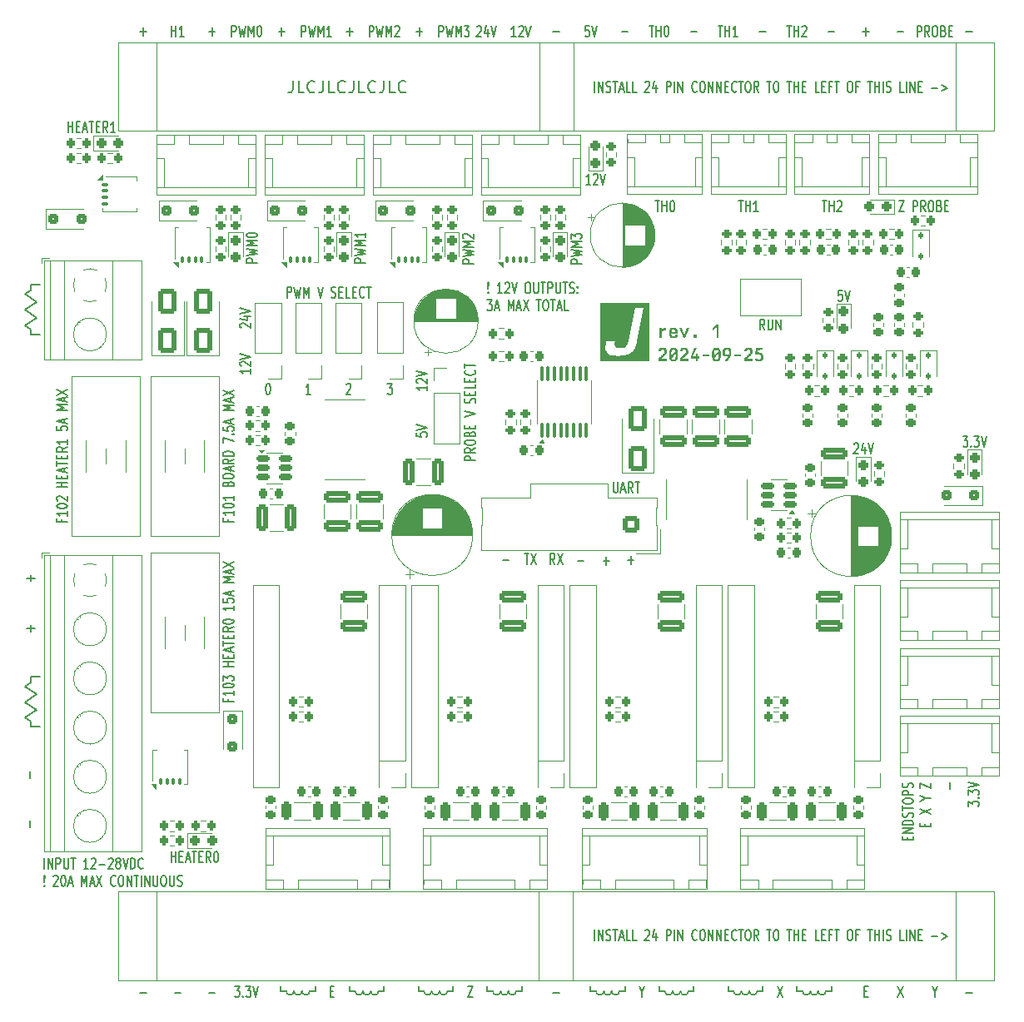
<source format=gto>
G04 #@! TF.GenerationSoftware,KiCad,Pcbnew,8.0.4*
G04 #@! TF.CreationDate,2024-11-23T11:06:33-08:00*
G04 #@! TF.ProjectId,rpi pico printer board,72706920-7069-4636-9f20-7072696e7465,rev?*
G04 #@! TF.SameCoordinates,Original*
G04 #@! TF.FileFunction,Legend,Top*
G04 #@! TF.FilePolarity,Positive*
%FSLAX46Y46*%
G04 Gerber Fmt 4.6, Leading zero omitted, Abs format (unit mm)*
G04 Created by KiCad (PCBNEW 8.0.4) date 2024-11-23 11:06:33*
%MOMM*%
%LPD*%
G01*
G04 APERTURE LIST*
G04 Aperture macros list*
%AMRoundRect*
0 Rectangle with rounded corners*
0 $1 Rounding radius*
0 $2 $3 $4 $5 $6 $7 $8 $9 X,Y pos of 4 corners*
0 Add a 4 corners polygon primitive as box body*
4,1,4,$2,$3,$4,$5,$6,$7,$8,$9,$2,$3,0*
0 Add four circle primitives for the rounded corners*
1,1,$1+$1,$2,$3*
1,1,$1+$1,$4,$5*
1,1,$1+$1,$6,$7*
1,1,$1+$1,$8,$9*
0 Add four rect primitives between the rounded corners*
20,1,$1+$1,$2,$3,$4,$5,0*
20,1,$1+$1,$4,$5,$6,$7,0*
20,1,$1+$1,$6,$7,$8,$9,0*
20,1,$1+$1,$8,$9,$2,$3,0*%
%AMFreePoly0*
4,1,17,1.395000,0.765000,0.855000,0.765000,0.855000,0.535000,1.395000,0.535000,1.395000,0.115000,0.855000,0.115000,0.855000,-0.115000,1.395000,-0.115000,1.395000,-0.535000,0.855000,-0.535000,0.855000,-0.765000,1.395000,-0.765000,1.395000,-1.185000,-0.855000,-1.185000,-0.855000,1.185000,1.395000,1.185000,1.395000,0.765000,1.395000,0.765000,$1*%
G04 Aperture macros list end*
%ADD10C,0.150000*%
%ADD11C,1.000000*%
%ADD12C,0.200000*%
%ADD13C,0.120000*%
%ADD14C,0.100000*%
%ADD15C,3.225000*%
%ADD16RoundRect,0.105000X0.105000X-0.245000X0.105000X0.245000X-0.105000X0.245000X-0.105000X-0.245000X0*%
%ADD17FreePoly0,90.000000*%
%ADD18RoundRect,0.250000X-1.100000X0.325000X-1.100000X-0.325000X1.100000X-0.325000X1.100000X0.325000X0*%
%ADD19RoundRect,0.200000X0.200000X0.275000X-0.200000X0.275000X-0.200000X-0.275000X0.200000X-0.275000X0*%
%ADD20RoundRect,0.225000X-0.250000X0.225000X-0.250000X-0.225000X0.250000X-0.225000X0.250000X0.225000X0*%
%ADD21RoundRect,0.200000X-0.200000X-0.275000X0.200000X-0.275000X0.200000X0.275000X-0.200000X0.275000X0*%
%ADD22R,1.600000X1.600000*%
%ADD23C,1.600000*%
%ADD24C,2.000000*%
%ADD25RoundRect,0.200000X0.275000X-0.200000X0.275000X0.200000X-0.275000X0.200000X-0.275000X-0.200000X0*%
%ADD26C,1.800000*%
%ADD27RoundRect,0.250000X-0.300000X-0.300000X0.300000X-0.300000X0.300000X0.300000X-0.300000X0.300000X0*%
%ADD28RoundRect,0.200000X-0.275000X0.200000X-0.275000X-0.200000X0.275000X-0.200000X0.275000X0.200000X0*%
%ADD29RoundRect,0.225000X-0.225000X-0.250000X0.225000X-0.250000X0.225000X0.250000X-0.225000X0.250000X0*%
%ADD30C,1.700000*%
%ADD31RoundRect,0.237500X0.287500X0.237500X-0.287500X0.237500X-0.287500X-0.237500X0.287500X-0.237500X0*%
%ADD32RoundRect,0.250000X0.620000X0.620000X-0.620000X0.620000X-0.620000X-0.620000X0.620000X-0.620000X0*%
%ADD33C,1.740000*%
%ADD34RoundRect,0.250000X1.100000X-0.325000X1.100000X0.325000X-1.100000X0.325000X-1.100000X-0.325000X0*%
%ADD35RoundRect,0.250000X0.650000X-1.000000X0.650000X1.000000X-0.650000X1.000000X-0.650000X-1.000000X0*%
%ADD36R,2.850000X6.600000*%
%ADD37RoundRect,0.100000X0.100000X-0.637500X0.100000X0.637500X-0.100000X0.637500X-0.100000X-0.637500X0*%
%ADD38RoundRect,0.250000X-0.325000X-1.100000X0.325000X-1.100000X0.325000X1.100000X-0.325000X1.100000X0*%
%ADD39R,1.700000X1.700000*%
%ADD40O,1.700000X1.700000*%
%ADD41RoundRect,0.225000X0.225000X0.250000X-0.225000X0.250000X-0.225000X-0.250000X0.225000X-0.250000X0*%
%ADD42RoundRect,0.237500X-0.237500X0.287500X-0.237500X-0.287500X0.237500X-0.287500X0.237500X0.287500X0*%
%ADD43RoundRect,0.250000X-0.275000X-0.700000X0.275000X-0.700000X0.275000X0.700000X-0.275000X0.700000X0*%
%ADD44R,1.500000X1.500000*%
%ADD45RoundRect,0.250000X-0.300000X0.300000X-0.300000X-0.300000X0.300000X-0.300000X0.300000X0.300000X0*%
%ADD46C,1.300000*%
%ADD47RoundRect,0.150000X-0.512500X-0.150000X0.512500X-0.150000X0.512500X0.150000X-0.512500X0.150000X0*%
%ADD48RoundRect,0.112500X-0.112500X0.187500X-0.112500X-0.187500X0.112500X-0.187500X0.112500X0.187500X0*%
%ADD49O,1.800000X1.800000*%
%ADD50R,6.600000X2.850000*%
%ADD51RoundRect,0.250000X0.300000X0.300000X-0.300000X0.300000X-0.300000X-0.300000X0.300000X-0.300000X0*%
%ADD52RoundRect,0.225000X0.250000X-0.225000X0.250000X0.225000X-0.250000X0.225000X-0.250000X-0.225000X0*%
%ADD53RoundRect,0.237500X-0.287500X-0.237500X0.287500X-0.237500X0.287500X0.237500X-0.287500X0.237500X0*%
%ADD54C,2.780000*%
%ADD55RoundRect,0.237500X0.237500X-0.287500X0.237500X0.287500X-0.237500X0.287500X-0.237500X-0.287500X0*%
%ADD56R,2.600000X2.600000*%
%ADD57C,2.600000*%
%ADD58RoundRect,0.150000X0.512500X0.150000X-0.512500X0.150000X-0.512500X-0.150000X0.512500X-0.150000X0*%
%ADD59C,3.200000*%
%ADD60RoundRect,0.218750X-0.256250X0.218750X-0.256250X-0.218750X0.256250X-0.218750X0.256250X0.218750X0*%
%ADD61RoundRect,0.105000X-0.245000X-0.105000X0.245000X-0.105000X0.245000X0.105000X-0.245000X0.105000X0*%
%ADD62FreePoly0,0.000000*%
%ADD63O,1.500000X1.500000*%
G04 APERTURE END LIST*
D10*
X117950001Y-148800000D02*
G75*
G02*
X117149999Y-148800000I-400001J1D01*
G01*
X125500000Y-148300000D02*
X125500000Y-148800000D01*
X52000000Y-121900000D02*
X51100000Y-121900000D01*
X132500000Y-148800000D02*
X131950001Y-148800000D01*
X51700000Y-118600000D02*
X50500000Y-117800000D01*
X51100000Y-116800000D02*
X52000000Y-116800000D01*
X51100000Y-82000000D02*
X51100000Y-81500000D01*
X51700000Y-120200000D02*
X50500000Y-119400000D01*
X51100000Y-76900000D02*
X52000000Y-76900000D01*
X123350002Y-148800000D02*
G75*
G02*
X122550000Y-148800000I-400001J0D01*
G01*
X110150001Y-148800000D02*
G75*
G02*
X109349999Y-148800000I-400001J0D01*
G01*
X98050000Y-148800000D02*
X97500000Y-148800000D01*
X125500000Y-148800000D02*
X124950001Y-148800000D01*
X79450001Y-148800000D02*
G75*
G02*
X78649999Y-148800000I-400001J1D01*
G01*
X115000000Y-148800000D02*
X114999999Y-148300000D01*
X111500000Y-148800000D02*
X110950001Y-148800000D01*
X51700000Y-78700000D02*
X50500000Y-79500000D01*
X52000000Y-82000000D02*
X51100000Y-82000000D01*
X84050000Y-148800000D02*
X83500000Y-148800000D01*
X94000000Y-148800000D02*
X93450001Y-148800000D01*
X92650001Y-148800000D02*
G75*
G02*
X91849999Y-148800000I-400001J0D01*
G01*
X124950001Y-148800000D02*
G75*
G02*
X124149999Y-148800000I-400001J1D01*
G01*
X101000000Y-148800000D02*
X100450001Y-148800000D01*
X80000000Y-148800000D02*
X79450001Y-148800000D01*
X51100000Y-121400000D02*
X50500000Y-121000000D01*
X91050000Y-148800000D02*
X90500000Y-148800000D01*
X51700000Y-120200000D02*
X50500000Y-121000000D01*
X111500000Y-148300000D02*
X111500000Y-148800000D01*
X51100000Y-116800000D02*
X51100000Y-117400000D01*
X116350002Y-148800000D02*
G75*
G02*
X115550000Y-148800000I-400001J0D01*
G01*
X108000000Y-148800000D02*
X107999999Y-148300000D01*
X76500000Y-148800000D02*
X76499999Y-148300000D01*
X84850002Y-148800000D02*
G75*
G02*
X84050000Y-148800000I-400001J0D01*
G01*
X83500000Y-148800000D02*
X83499999Y-148300000D01*
X50500000Y-77900000D02*
X51100000Y-77500000D01*
X131950001Y-148800000D02*
G75*
G02*
X131149999Y-148800000I-400001J1D01*
G01*
X93450001Y-148800000D02*
G75*
G02*
X92649999Y-148800000I-400001J1D01*
G01*
X51700000Y-118600000D02*
X50500000Y-119400000D01*
X51700000Y-80300000D02*
X50500000Y-81100000D01*
X97500000Y-148800000D02*
X97499999Y-148300000D01*
X117150001Y-148800000D02*
G75*
G02*
X116349999Y-148800000I-400001J0D01*
G01*
X131150001Y-148800000D02*
G75*
G02*
X130349999Y-148800000I-400001J0D01*
G01*
X90500000Y-148800000D02*
X90499999Y-148300000D01*
X51700000Y-78700000D02*
X50500000Y-77900000D01*
X87000000Y-148300000D02*
X87000000Y-148800000D01*
X129550000Y-148800000D02*
X129000000Y-148800000D01*
X132500000Y-148300000D02*
X132500000Y-148800000D01*
X130350002Y-148800000D02*
G75*
G02*
X129550000Y-148800000I-400001J0D01*
G01*
X100450001Y-148800000D02*
G75*
G02*
X99649999Y-148800000I-400001J1D01*
G01*
X91850002Y-148800000D02*
G75*
G02*
X91050000Y-148800000I-400001J0D01*
G01*
X122000000Y-148800000D02*
X121999999Y-148300000D01*
X87000000Y-148800000D02*
X86450001Y-148800000D01*
X118500000Y-148300000D02*
X118500000Y-148800000D01*
X110950001Y-148800000D02*
G75*
G02*
X110149999Y-148800000I-400001J1D01*
G01*
X51100000Y-81500000D02*
X50500000Y-81100000D01*
X98850002Y-148800000D02*
G75*
G02*
X98050000Y-148800000I-400001J0D01*
G01*
X108550000Y-148800000D02*
X108000000Y-148800000D01*
X80000000Y-148300000D02*
X80000000Y-148800000D01*
X118500000Y-148800000D02*
X117950001Y-148800000D01*
X94000000Y-148300000D02*
X94000000Y-148800000D01*
X51700000Y-80300000D02*
X50500000Y-79500000D01*
X51100000Y-121900000D02*
X51100000Y-121400000D01*
X51100000Y-76900000D02*
X51100000Y-77500000D01*
X78650001Y-148800000D02*
G75*
G02*
X77849999Y-148800000I-400001J0D01*
G01*
X124150001Y-148800000D02*
G75*
G02*
X123349999Y-148800000I-400001J0D01*
G01*
X109350002Y-148800000D02*
G75*
G02*
X108550000Y-148800000I-400001J0D01*
G01*
X86450001Y-148800000D02*
G75*
G02*
X85649999Y-148800000I-400001J1D01*
G01*
X122550000Y-148800000D02*
X122000000Y-148800000D01*
X77850002Y-148800000D02*
G75*
G02*
X77050000Y-148800000I-400001J0D01*
G01*
X50500000Y-117800000D02*
X51100000Y-117400000D01*
X115550000Y-148800000D02*
X115000000Y-148800000D01*
X85650001Y-148800000D02*
G75*
G02*
X84849999Y-148800000I-400001J0D01*
G01*
X99650001Y-148800000D02*
G75*
G02*
X98849999Y-148800000I-400001J0D01*
G01*
X129000000Y-148800000D02*
X128999999Y-148300000D01*
X101000000Y-148300000D02*
X101000000Y-148800000D01*
X77050000Y-148800000D02*
X76500000Y-148800000D01*
X51082033Y-112204761D02*
X51082033Y-111595238D01*
X51501080Y-111899999D02*
X50662985Y-111899999D01*
X133597619Y-77501080D02*
X133216667Y-77501080D01*
X133216667Y-77501080D02*
X133178571Y-78024890D01*
X133178571Y-78024890D02*
X133216667Y-77972509D01*
X133216667Y-77972509D02*
X133292857Y-77920128D01*
X133292857Y-77920128D02*
X133483333Y-77920128D01*
X133483333Y-77920128D02*
X133559524Y-77972509D01*
X133559524Y-77972509D02*
X133597619Y-78024890D01*
X133597619Y-78024890D02*
X133635714Y-78129652D01*
X133635714Y-78129652D02*
X133635714Y-78391557D01*
X133635714Y-78391557D02*
X133597619Y-78496319D01*
X133597619Y-78496319D02*
X133559524Y-78548700D01*
X133559524Y-78548700D02*
X133483333Y-78601080D01*
X133483333Y-78601080D02*
X133292857Y-78601080D01*
X133292857Y-78601080D02*
X133216667Y-78548700D01*
X133216667Y-78548700D02*
X133178571Y-78496319D01*
X133864286Y-77501080D02*
X134130953Y-78601080D01*
X134130953Y-78601080D02*
X134397619Y-77501080D01*
X104195238Y-51182033D02*
X104804762Y-51182033D01*
X132195238Y-51182033D02*
X132804762Y-51182033D01*
X108407143Y-143651080D02*
X108407143Y-142551080D01*
X108788095Y-143651080D02*
X108788095Y-142551080D01*
X108788095Y-142551080D02*
X109245238Y-143651080D01*
X109245238Y-143651080D02*
X109245238Y-142551080D01*
X109588094Y-143598700D02*
X109702380Y-143651080D01*
X109702380Y-143651080D02*
X109892856Y-143651080D01*
X109892856Y-143651080D02*
X109969047Y-143598700D01*
X109969047Y-143598700D02*
X110007142Y-143546319D01*
X110007142Y-143546319D02*
X110045237Y-143441557D01*
X110045237Y-143441557D02*
X110045237Y-143336795D01*
X110045237Y-143336795D02*
X110007142Y-143232033D01*
X110007142Y-143232033D02*
X109969047Y-143179652D01*
X109969047Y-143179652D02*
X109892856Y-143127271D01*
X109892856Y-143127271D02*
X109740475Y-143074890D01*
X109740475Y-143074890D02*
X109664285Y-143022509D01*
X109664285Y-143022509D02*
X109626190Y-142970128D01*
X109626190Y-142970128D02*
X109588094Y-142865366D01*
X109588094Y-142865366D02*
X109588094Y-142760604D01*
X109588094Y-142760604D02*
X109626190Y-142655842D01*
X109626190Y-142655842D02*
X109664285Y-142603461D01*
X109664285Y-142603461D02*
X109740475Y-142551080D01*
X109740475Y-142551080D02*
X109930952Y-142551080D01*
X109930952Y-142551080D02*
X110045237Y-142603461D01*
X110273809Y-142551080D02*
X110730952Y-142551080D01*
X110502380Y-143651080D02*
X110502380Y-142551080D01*
X110959523Y-143336795D02*
X111340476Y-143336795D01*
X110883333Y-143651080D02*
X111150000Y-142551080D01*
X111150000Y-142551080D02*
X111416666Y-143651080D01*
X112064285Y-143651080D02*
X111683333Y-143651080D01*
X111683333Y-143651080D02*
X111683333Y-142551080D01*
X112711904Y-143651080D02*
X112330952Y-143651080D01*
X112330952Y-143651080D02*
X112330952Y-142551080D01*
X113549999Y-142655842D02*
X113588095Y-142603461D01*
X113588095Y-142603461D02*
X113664285Y-142551080D01*
X113664285Y-142551080D02*
X113854761Y-142551080D01*
X113854761Y-142551080D02*
X113930952Y-142603461D01*
X113930952Y-142603461D02*
X113969047Y-142655842D01*
X113969047Y-142655842D02*
X114007142Y-142760604D01*
X114007142Y-142760604D02*
X114007142Y-142865366D01*
X114007142Y-142865366D02*
X113969047Y-143022509D01*
X113969047Y-143022509D02*
X113511904Y-143651080D01*
X113511904Y-143651080D02*
X114007142Y-143651080D01*
X114692857Y-142917747D02*
X114692857Y-143651080D01*
X114502381Y-142498700D02*
X114311904Y-143284414D01*
X114311904Y-143284414D02*
X114807143Y-143284414D01*
X115721429Y-143651080D02*
X115721429Y-142551080D01*
X115721429Y-142551080D02*
X116026191Y-142551080D01*
X116026191Y-142551080D02*
X116102381Y-142603461D01*
X116102381Y-142603461D02*
X116140476Y-142655842D01*
X116140476Y-142655842D02*
X116178572Y-142760604D01*
X116178572Y-142760604D02*
X116178572Y-142917747D01*
X116178572Y-142917747D02*
X116140476Y-143022509D01*
X116140476Y-143022509D02*
X116102381Y-143074890D01*
X116102381Y-143074890D02*
X116026191Y-143127271D01*
X116026191Y-143127271D02*
X115721429Y-143127271D01*
X116521429Y-143651080D02*
X116521429Y-142551080D01*
X116902381Y-143651080D02*
X116902381Y-142551080D01*
X116902381Y-142551080D02*
X117359524Y-143651080D01*
X117359524Y-143651080D02*
X117359524Y-142551080D01*
X118807143Y-143546319D02*
X118769047Y-143598700D01*
X118769047Y-143598700D02*
X118654762Y-143651080D01*
X118654762Y-143651080D02*
X118578571Y-143651080D01*
X118578571Y-143651080D02*
X118464285Y-143598700D01*
X118464285Y-143598700D02*
X118388095Y-143493938D01*
X118388095Y-143493938D02*
X118350000Y-143389176D01*
X118350000Y-143389176D02*
X118311904Y-143179652D01*
X118311904Y-143179652D02*
X118311904Y-143022509D01*
X118311904Y-143022509D02*
X118350000Y-142812985D01*
X118350000Y-142812985D02*
X118388095Y-142708223D01*
X118388095Y-142708223D02*
X118464285Y-142603461D01*
X118464285Y-142603461D02*
X118578571Y-142551080D01*
X118578571Y-142551080D02*
X118654762Y-142551080D01*
X118654762Y-142551080D02*
X118769047Y-142603461D01*
X118769047Y-142603461D02*
X118807143Y-142655842D01*
X119302381Y-142551080D02*
X119454762Y-142551080D01*
X119454762Y-142551080D02*
X119530952Y-142603461D01*
X119530952Y-142603461D02*
X119607143Y-142708223D01*
X119607143Y-142708223D02*
X119645238Y-142917747D01*
X119645238Y-142917747D02*
X119645238Y-143284414D01*
X119645238Y-143284414D02*
X119607143Y-143493938D01*
X119607143Y-143493938D02*
X119530952Y-143598700D01*
X119530952Y-143598700D02*
X119454762Y-143651080D01*
X119454762Y-143651080D02*
X119302381Y-143651080D01*
X119302381Y-143651080D02*
X119226190Y-143598700D01*
X119226190Y-143598700D02*
X119150000Y-143493938D01*
X119150000Y-143493938D02*
X119111904Y-143284414D01*
X119111904Y-143284414D02*
X119111904Y-142917747D01*
X119111904Y-142917747D02*
X119150000Y-142708223D01*
X119150000Y-142708223D02*
X119226190Y-142603461D01*
X119226190Y-142603461D02*
X119302381Y-142551080D01*
X119988095Y-143651080D02*
X119988095Y-142551080D01*
X119988095Y-142551080D02*
X120445238Y-143651080D01*
X120445238Y-143651080D02*
X120445238Y-142551080D01*
X120826190Y-143651080D02*
X120826190Y-142551080D01*
X120826190Y-142551080D02*
X121283333Y-143651080D01*
X121283333Y-143651080D02*
X121283333Y-142551080D01*
X121664285Y-143074890D02*
X121930951Y-143074890D01*
X122045237Y-143651080D02*
X121664285Y-143651080D01*
X121664285Y-143651080D02*
X121664285Y-142551080D01*
X121664285Y-142551080D02*
X122045237Y-142551080D01*
X122845238Y-143546319D02*
X122807142Y-143598700D01*
X122807142Y-143598700D02*
X122692857Y-143651080D01*
X122692857Y-143651080D02*
X122616666Y-143651080D01*
X122616666Y-143651080D02*
X122502380Y-143598700D01*
X122502380Y-143598700D02*
X122426190Y-143493938D01*
X122426190Y-143493938D02*
X122388095Y-143389176D01*
X122388095Y-143389176D02*
X122349999Y-143179652D01*
X122349999Y-143179652D02*
X122349999Y-143022509D01*
X122349999Y-143022509D02*
X122388095Y-142812985D01*
X122388095Y-142812985D02*
X122426190Y-142708223D01*
X122426190Y-142708223D02*
X122502380Y-142603461D01*
X122502380Y-142603461D02*
X122616666Y-142551080D01*
X122616666Y-142551080D02*
X122692857Y-142551080D01*
X122692857Y-142551080D02*
X122807142Y-142603461D01*
X122807142Y-142603461D02*
X122845238Y-142655842D01*
X123073809Y-142551080D02*
X123530952Y-142551080D01*
X123302380Y-143651080D02*
X123302380Y-142551080D01*
X123950000Y-142551080D02*
X124102381Y-142551080D01*
X124102381Y-142551080D02*
X124178571Y-142603461D01*
X124178571Y-142603461D02*
X124254762Y-142708223D01*
X124254762Y-142708223D02*
X124292857Y-142917747D01*
X124292857Y-142917747D02*
X124292857Y-143284414D01*
X124292857Y-143284414D02*
X124254762Y-143493938D01*
X124254762Y-143493938D02*
X124178571Y-143598700D01*
X124178571Y-143598700D02*
X124102381Y-143651080D01*
X124102381Y-143651080D02*
X123950000Y-143651080D01*
X123950000Y-143651080D02*
X123873809Y-143598700D01*
X123873809Y-143598700D02*
X123797619Y-143493938D01*
X123797619Y-143493938D02*
X123759523Y-143284414D01*
X123759523Y-143284414D02*
X123759523Y-142917747D01*
X123759523Y-142917747D02*
X123797619Y-142708223D01*
X123797619Y-142708223D02*
X123873809Y-142603461D01*
X123873809Y-142603461D02*
X123950000Y-142551080D01*
X125092857Y-143651080D02*
X124826190Y-143127271D01*
X124635714Y-143651080D02*
X124635714Y-142551080D01*
X124635714Y-142551080D02*
X124940476Y-142551080D01*
X124940476Y-142551080D02*
X125016666Y-142603461D01*
X125016666Y-142603461D02*
X125054761Y-142655842D01*
X125054761Y-142655842D02*
X125092857Y-142760604D01*
X125092857Y-142760604D02*
X125092857Y-142917747D01*
X125092857Y-142917747D02*
X125054761Y-143022509D01*
X125054761Y-143022509D02*
X125016666Y-143074890D01*
X125016666Y-143074890D02*
X124940476Y-143127271D01*
X124940476Y-143127271D02*
X124635714Y-143127271D01*
X125930952Y-142551080D02*
X126388095Y-142551080D01*
X126159523Y-143651080D02*
X126159523Y-142551080D01*
X126807143Y-142551080D02*
X126959524Y-142551080D01*
X126959524Y-142551080D02*
X127035714Y-142603461D01*
X127035714Y-142603461D02*
X127111905Y-142708223D01*
X127111905Y-142708223D02*
X127150000Y-142917747D01*
X127150000Y-142917747D02*
X127150000Y-143284414D01*
X127150000Y-143284414D02*
X127111905Y-143493938D01*
X127111905Y-143493938D02*
X127035714Y-143598700D01*
X127035714Y-143598700D02*
X126959524Y-143651080D01*
X126959524Y-143651080D02*
X126807143Y-143651080D01*
X126807143Y-143651080D02*
X126730952Y-143598700D01*
X126730952Y-143598700D02*
X126654762Y-143493938D01*
X126654762Y-143493938D02*
X126616666Y-143284414D01*
X126616666Y-143284414D02*
X126616666Y-142917747D01*
X126616666Y-142917747D02*
X126654762Y-142708223D01*
X126654762Y-142708223D02*
X126730952Y-142603461D01*
X126730952Y-142603461D02*
X126807143Y-142551080D01*
X127988095Y-142551080D02*
X128445238Y-142551080D01*
X128216666Y-143651080D02*
X128216666Y-142551080D01*
X128711905Y-143651080D02*
X128711905Y-142551080D01*
X128711905Y-143074890D02*
X129169048Y-143074890D01*
X129169048Y-143651080D02*
X129169048Y-142551080D01*
X129550000Y-143074890D02*
X129816666Y-143074890D01*
X129930952Y-143651080D02*
X129550000Y-143651080D01*
X129550000Y-143651080D02*
X129550000Y-142551080D01*
X129550000Y-142551080D02*
X129930952Y-142551080D01*
X131264286Y-143651080D02*
X130883334Y-143651080D01*
X130883334Y-143651080D02*
X130883334Y-142551080D01*
X131530953Y-143074890D02*
X131797619Y-143074890D01*
X131911905Y-143651080D02*
X131530953Y-143651080D01*
X131530953Y-143651080D02*
X131530953Y-142551080D01*
X131530953Y-142551080D02*
X131911905Y-142551080D01*
X132521429Y-143074890D02*
X132254763Y-143074890D01*
X132254763Y-143651080D02*
X132254763Y-142551080D01*
X132254763Y-142551080D02*
X132635715Y-142551080D01*
X132826191Y-142551080D02*
X133283334Y-142551080D01*
X133054762Y-143651080D02*
X133054762Y-142551080D01*
X134311906Y-142551080D02*
X134464287Y-142551080D01*
X134464287Y-142551080D02*
X134540477Y-142603461D01*
X134540477Y-142603461D02*
X134616668Y-142708223D01*
X134616668Y-142708223D02*
X134654763Y-142917747D01*
X134654763Y-142917747D02*
X134654763Y-143284414D01*
X134654763Y-143284414D02*
X134616668Y-143493938D01*
X134616668Y-143493938D02*
X134540477Y-143598700D01*
X134540477Y-143598700D02*
X134464287Y-143651080D01*
X134464287Y-143651080D02*
X134311906Y-143651080D01*
X134311906Y-143651080D02*
X134235715Y-143598700D01*
X134235715Y-143598700D02*
X134159525Y-143493938D01*
X134159525Y-143493938D02*
X134121429Y-143284414D01*
X134121429Y-143284414D02*
X134121429Y-142917747D01*
X134121429Y-142917747D02*
X134159525Y-142708223D01*
X134159525Y-142708223D02*
X134235715Y-142603461D01*
X134235715Y-142603461D02*
X134311906Y-142551080D01*
X135264286Y-143074890D02*
X134997620Y-143074890D01*
X134997620Y-143651080D02*
X134997620Y-142551080D01*
X134997620Y-142551080D02*
X135378572Y-142551080D01*
X136178572Y-142551080D02*
X136635715Y-142551080D01*
X136407143Y-143651080D02*
X136407143Y-142551080D01*
X136902382Y-143651080D02*
X136902382Y-142551080D01*
X136902382Y-143074890D02*
X137359525Y-143074890D01*
X137359525Y-143651080D02*
X137359525Y-142551080D01*
X137740477Y-143651080D02*
X137740477Y-142551080D01*
X138083333Y-143598700D02*
X138197619Y-143651080D01*
X138197619Y-143651080D02*
X138388095Y-143651080D01*
X138388095Y-143651080D02*
X138464286Y-143598700D01*
X138464286Y-143598700D02*
X138502381Y-143546319D01*
X138502381Y-143546319D02*
X138540476Y-143441557D01*
X138540476Y-143441557D02*
X138540476Y-143336795D01*
X138540476Y-143336795D02*
X138502381Y-143232033D01*
X138502381Y-143232033D02*
X138464286Y-143179652D01*
X138464286Y-143179652D02*
X138388095Y-143127271D01*
X138388095Y-143127271D02*
X138235714Y-143074890D01*
X138235714Y-143074890D02*
X138159524Y-143022509D01*
X138159524Y-143022509D02*
X138121429Y-142970128D01*
X138121429Y-142970128D02*
X138083333Y-142865366D01*
X138083333Y-142865366D02*
X138083333Y-142760604D01*
X138083333Y-142760604D02*
X138121429Y-142655842D01*
X138121429Y-142655842D02*
X138159524Y-142603461D01*
X138159524Y-142603461D02*
X138235714Y-142551080D01*
X138235714Y-142551080D02*
X138426191Y-142551080D01*
X138426191Y-142551080D02*
X138540476Y-142603461D01*
X139873810Y-143651080D02*
X139492858Y-143651080D01*
X139492858Y-143651080D02*
X139492858Y-142551080D01*
X140140477Y-143651080D02*
X140140477Y-142551080D01*
X140521429Y-143651080D02*
X140521429Y-142551080D01*
X140521429Y-142551080D02*
X140978572Y-143651080D01*
X140978572Y-143651080D02*
X140978572Y-142551080D01*
X141359524Y-143074890D02*
X141626190Y-143074890D01*
X141740476Y-143651080D02*
X141359524Y-143651080D01*
X141359524Y-143651080D02*
X141359524Y-142551080D01*
X141359524Y-142551080D02*
X141740476Y-142551080D01*
X142692858Y-143232033D02*
X143302382Y-143232033D01*
X143683334Y-142917747D02*
X144292858Y-143232033D01*
X144292858Y-143232033D02*
X143683334Y-143546319D01*
X96101080Y-74804761D02*
X95001080Y-74804761D01*
X95001080Y-74804761D02*
X95001080Y-74499999D01*
X95001080Y-74499999D02*
X95053461Y-74423809D01*
X95053461Y-74423809D02*
X95105842Y-74385714D01*
X95105842Y-74385714D02*
X95210604Y-74347618D01*
X95210604Y-74347618D02*
X95367747Y-74347618D01*
X95367747Y-74347618D02*
X95472509Y-74385714D01*
X95472509Y-74385714D02*
X95524890Y-74423809D01*
X95524890Y-74423809D02*
X95577271Y-74499999D01*
X95577271Y-74499999D02*
X95577271Y-74804761D01*
X95001080Y-74080952D02*
X96101080Y-73890476D01*
X96101080Y-73890476D02*
X95315366Y-73738095D01*
X95315366Y-73738095D02*
X96101080Y-73585714D01*
X96101080Y-73585714D02*
X95001080Y-73395238D01*
X96101080Y-73090475D02*
X95001080Y-73090475D01*
X95001080Y-73090475D02*
X95786795Y-72823809D01*
X95786795Y-72823809D02*
X95001080Y-72557142D01*
X95001080Y-72557142D02*
X96101080Y-72557142D01*
X95105842Y-72214285D02*
X95053461Y-72176189D01*
X95053461Y-72176189D02*
X95001080Y-72099999D01*
X95001080Y-72099999D02*
X95001080Y-71909523D01*
X95001080Y-71909523D02*
X95053461Y-71833332D01*
X95053461Y-71833332D02*
X95105842Y-71795237D01*
X95105842Y-71795237D02*
X95210604Y-71757142D01*
X95210604Y-71757142D02*
X95315366Y-71757142D01*
X95315366Y-71757142D02*
X95472509Y-71795237D01*
X95472509Y-71795237D02*
X96101080Y-72252380D01*
X96101080Y-72252380D02*
X96101080Y-71757142D01*
X104366667Y-105401080D02*
X104100000Y-104877271D01*
X103909524Y-105401080D02*
X103909524Y-104301080D01*
X103909524Y-104301080D02*
X104214286Y-104301080D01*
X104214286Y-104301080D02*
X104290476Y-104353461D01*
X104290476Y-104353461D02*
X104328571Y-104405842D01*
X104328571Y-104405842D02*
X104366667Y-104510604D01*
X104366667Y-104510604D02*
X104366667Y-104667747D01*
X104366667Y-104667747D02*
X104328571Y-104772509D01*
X104328571Y-104772509D02*
X104290476Y-104824890D01*
X104290476Y-104824890D02*
X104214286Y-104877271D01*
X104214286Y-104877271D02*
X103909524Y-104877271D01*
X104633333Y-104301080D02*
X105166667Y-105401080D01*
X105166667Y-104301080D02*
X104633333Y-105401080D01*
X50982033Y-127104761D02*
X50982033Y-126495238D01*
X134797618Y-93155842D02*
X134835714Y-93103461D01*
X134835714Y-93103461D02*
X134911904Y-93051080D01*
X134911904Y-93051080D02*
X135102380Y-93051080D01*
X135102380Y-93051080D02*
X135178571Y-93103461D01*
X135178571Y-93103461D02*
X135216666Y-93155842D01*
X135216666Y-93155842D02*
X135254761Y-93260604D01*
X135254761Y-93260604D02*
X135254761Y-93365366D01*
X135254761Y-93365366D02*
X135216666Y-93522509D01*
X135216666Y-93522509D02*
X134759523Y-94151080D01*
X134759523Y-94151080D02*
X135254761Y-94151080D01*
X135940476Y-93417747D02*
X135940476Y-94151080D01*
X135750000Y-92998700D02*
X135559523Y-93784414D01*
X135559523Y-93784414D02*
X136054762Y-93784414D01*
X136245238Y-93051080D02*
X136511905Y-94151080D01*
X136511905Y-94151080D02*
X136778571Y-93051080D01*
X101290476Y-104301080D02*
X101747619Y-104301080D01*
X101519047Y-105401080D02*
X101519047Y-104301080D01*
X101938095Y-104301080D02*
X102471429Y-105401080D01*
X102471429Y-104301080D02*
X101938095Y-105401080D01*
X146401080Y-129980952D02*
X146401080Y-129485714D01*
X146401080Y-129485714D02*
X146820128Y-129752380D01*
X146820128Y-129752380D02*
X146820128Y-129638095D01*
X146820128Y-129638095D02*
X146872509Y-129561904D01*
X146872509Y-129561904D02*
X146924890Y-129523809D01*
X146924890Y-129523809D02*
X147029652Y-129485714D01*
X147029652Y-129485714D02*
X147291557Y-129485714D01*
X147291557Y-129485714D02*
X147396319Y-129523809D01*
X147396319Y-129523809D02*
X147448700Y-129561904D01*
X147448700Y-129561904D02*
X147501080Y-129638095D01*
X147501080Y-129638095D02*
X147501080Y-129866666D01*
X147501080Y-129866666D02*
X147448700Y-129942857D01*
X147448700Y-129942857D02*
X147396319Y-129980952D01*
X147396319Y-129142856D02*
X147448700Y-129104761D01*
X147448700Y-129104761D02*
X147501080Y-129142856D01*
X147501080Y-129142856D02*
X147448700Y-129180952D01*
X147448700Y-129180952D02*
X147396319Y-129142856D01*
X147396319Y-129142856D02*
X147501080Y-129142856D01*
X146401080Y-128838095D02*
X146401080Y-128342857D01*
X146401080Y-128342857D02*
X146820128Y-128609523D01*
X146820128Y-128609523D02*
X146820128Y-128495238D01*
X146820128Y-128495238D02*
X146872509Y-128419047D01*
X146872509Y-128419047D02*
X146924890Y-128380952D01*
X146924890Y-128380952D02*
X147029652Y-128342857D01*
X147029652Y-128342857D02*
X147291557Y-128342857D01*
X147291557Y-128342857D02*
X147396319Y-128380952D01*
X147396319Y-128380952D02*
X147448700Y-128419047D01*
X147448700Y-128419047D02*
X147501080Y-128495238D01*
X147501080Y-128495238D02*
X147501080Y-128723809D01*
X147501080Y-128723809D02*
X147448700Y-128800000D01*
X147448700Y-128800000D02*
X147396319Y-128838095D01*
X146401080Y-128114285D02*
X147501080Y-127847618D01*
X147501080Y-127847618D02*
X146401080Y-127580952D01*
X107847619Y-50601080D02*
X107466667Y-50601080D01*
X107466667Y-50601080D02*
X107428571Y-51124890D01*
X107428571Y-51124890D02*
X107466667Y-51072509D01*
X107466667Y-51072509D02*
X107542857Y-51020128D01*
X107542857Y-51020128D02*
X107733333Y-51020128D01*
X107733333Y-51020128D02*
X107809524Y-51072509D01*
X107809524Y-51072509D02*
X107847619Y-51124890D01*
X107847619Y-51124890D02*
X107885714Y-51229652D01*
X107885714Y-51229652D02*
X107885714Y-51491557D01*
X107885714Y-51491557D02*
X107847619Y-51596319D01*
X107847619Y-51596319D02*
X107809524Y-51648700D01*
X107809524Y-51648700D02*
X107733333Y-51701080D01*
X107733333Y-51701080D02*
X107542857Y-51701080D01*
X107542857Y-51701080D02*
X107466667Y-51648700D01*
X107466667Y-51648700D02*
X107428571Y-51596319D01*
X108114286Y-50601080D02*
X108380953Y-51701080D01*
X108380953Y-51701080D02*
X108647619Y-50601080D01*
X81528571Y-148824890D02*
X81795237Y-148824890D01*
X81909523Y-149401080D02*
X81528571Y-149401080D01*
X81528571Y-149401080D02*
X81528571Y-148301080D01*
X81528571Y-148301080D02*
X81909523Y-148301080D01*
X131571428Y-68401080D02*
X132028571Y-68401080D01*
X131799999Y-69501080D02*
X131799999Y-68401080D01*
X132295238Y-69501080D02*
X132295238Y-68401080D01*
X132295238Y-68924890D02*
X132752381Y-68924890D01*
X132752381Y-69501080D02*
X132752381Y-68401080D01*
X133095237Y-68505842D02*
X133133333Y-68453461D01*
X133133333Y-68453461D02*
X133209523Y-68401080D01*
X133209523Y-68401080D02*
X133399999Y-68401080D01*
X133399999Y-68401080D02*
X133476190Y-68453461D01*
X133476190Y-68453461D02*
X133514285Y-68505842D01*
X133514285Y-68505842D02*
X133552380Y-68610604D01*
X133552380Y-68610604D02*
X133552380Y-68715366D01*
X133552380Y-68715366D02*
X133514285Y-68872509D01*
X133514285Y-68872509D02*
X133057142Y-69501080D01*
X133057142Y-69501080D02*
X133552380Y-69501080D01*
X113200000Y-148877271D02*
X113200000Y-149401080D01*
X112933333Y-148301080D02*
X113200000Y-148877271D01*
X113200000Y-148877271D02*
X113466666Y-148301080D01*
X87333333Y-87001080D02*
X87828571Y-87001080D01*
X87828571Y-87001080D02*
X87561905Y-87420128D01*
X87561905Y-87420128D02*
X87676190Y-87420128D01*
X87676190Y-87420128D02*
X87752381Y-87472509D01*
X87752381Y-87472509D02*
X87790476Y-87524890D01*
X87790476Y-87524890D02*
X87828571Y-87629652D01*
X87828571Y-87629652D02*
X87828571Y-87891557D01*
X87828571Y-87891557D02*
X87790476Y-87996319D01*
X87790476Y-87996319D02*
X87752381Y-88048700D01*
X87752381Y-88048700D02*
X87676190Y-88101080D01*
X87676190Y-88101080D02*
X87447619Y-88101080D01*
X87447619Y-88101080D02*
X87371428Y-88048700D01*
X87371428Y-88048700D02*
X87333333Y-87996319D01*
D11*
G36*
X113970245Y-84733713D02*
G01*
X108961600Y-84733713D01*
X108961600Y-83276280D01*
X109517156Y-83276280D01*
X109529429Y-83557183D01*
X109633202Y-83825840D01*
X109843739Y-84011812D01*
X110095162Y-84107499D01*
X110425409Y-84161311D01*
X110727631Y-84177143D01*
X110839148Y-84178157D01*
X111159936Y-84168913D01*
X111442157Y-84139622D01*
X111688781Y-84087948D01*
X111967373Y-83980193D01*
X112195004Y-83822954D01*
X112378714Y-83610692D01*
X112525544Y-83337869D01*
X112615700Y-83090177D01*
X112692042Y-82802968D01*
X112714933Y-82698046D01*
X113414689Y-79332379D01*
X112545184Y-79332379D01*
X111850314Y-82669958D01*
X111774389Y-82946521D01*
X111649104Y-83175937D01*
X111436763Y-83332546D01*
X111171426Y-83393124D01*
X110979588Y-83401465D01*
X110706116Y-83375572D01*
X110488786Y-83234424D01*
X110444354Y-82980582D01*
X110482554Y-82733461D01*
X109605722Y-82733461D01*
X109546158Y-83023896D01*
X109517156Y-83276280D01*
X108961600Y-83276280D01*
X108961600Y-78776823D01*
X113970245Y-78776823D01*
X113970245Y-84733713D01*
G37*
D10*
X92595238Y-51701080D02*
X92595238Y-50601080D01*
X92595238Y-50601080D02*
X92900000Y-50601080D01*
X92900000Y-50601080D02*
X92976190Y-50653461D01*
X92976190Y-50653461D02*
X93014285Y-50705842D01*
X93014285Y-50705842D02*
X93052381Y-50810604D01*
X93052381Y-50810604D02*
X93052381Y-50967747D01*
X93052381Y-50967747D02*
X93014285Y-51072509D01*
X93014285Y-51072509D02*
X92976190Y-51124890D01*
X92976190Y-51124890D02*
X92900000Y-51177271D01*
X92900000Y-51177271D02*
X92595238Y-51177271D01*
X93319047Y-50601080D02*
X93509523Y-51701080D01*
X93509523Y-51701080D02*
X93661904Y-50915366D01*
X93661904Y-50915366D02*
X93814285Y-51701080D01*
X93814285Y-51701080D02*
X94004762Y-50601080D01*
X94309524Y-51701080D02*
X94309524Y-50601080D01*
X94309524Y-50601080D02*
X94576190Y-51386795D01*
X94576190Y-51386795D02*
X94842857Y-50601080D01*
X94842857Y-50601080D02*
X94842857Y-51701080D01*
X95147619Y-50601080D02*
X95642857Y-50601080D01*
X95642857Y-50601080D02*
X95376191Y-51020128D01*
X95376191Y-51020128D02*
X95490476Y-51020128D01*
X95490476Y-51020128D02*
X95566667Y-51072509D01*
X95566667Y-51072509D02*
X95604762Y-51124890D01*
X95604762Y-51124890D02*
X95642857Y-51229652D01*
X95642857Y-51229652D02*
X95642857Y-51491557D01*
X95642857Y-51491557D02*
X95604762Y-51596319D01*
X95604762Y-51596319D02*
X95566667Y-51648700D01*
X95566667Y-51648700D02*
X95490476Y-51701080D01*
X95490476Y-51701080D02*
X95261905Y-51701080D01*
X95261905Y-51701080D02*
X95185714Y-51648700D01*
X95185714Y-51648700D02*
X95147619Y-51596319D01*
X76295238Y-51182033D02*
X76904762Y-51182033D01*
X76600000Y-51601080D02*
X76600000Y-50762985D01*
X135695238Y-51182033D02*
X136304762Y-51182033D01*
X136000000Y-51601080D02*
X136000000Y-50762985D01*
X71124890Y-119100001D02*
X71124890Y-119366667D01*
X71701080Y-119366667D02*
X70601080Y-119366667D01*
X70601080Y-119366667D02*
X70601080Y-118985715D01*
X71701080Y-118261906D02*
X71701080Y-118719049D01*
X71701080Y-118490477D02*
X70601080Y-118490477D01*
X70601080Y-118490477D02*
X70758223Y-118566668D01*
X70758223Y-118566668D02*
X70862985Y-118642858D01*
X70862985Y-118642858D02*
X70915366Y-118719049D01*
X70601080Y-117766667D02*
X70601080Y-117690477D01*
X70601080Y-117690477D02*
X70653461Y-117614286D01*
X70653461Y-117614286D02*
X70705842Y-117576191D01*
X70705842Y-117576191D02*
X70810604Y-117538096D01*
X70810604Y-117538096D02*
X71020128Y-117500001D01*
X71020128Y-117500001D02*
X71282033Y-117500001D01*
X71282033Y-117500001D02*
X71491557Y-117538096D01*
X71491557Y-117538096D02*
X71596319Y-117576191D01*
X71596319Y-117576191D02*
X71648700Y-117614286D01*
X71648700Y-117614286D02*
X71701080Y-117690477D01*
X71701080Y-117690477D02*
X71701080Y-117766667D01*
X71701080Y-117766667D02*
X71648700Y-117842858D01*
X71648700Y-117842858D02*
X71596319Y-117880953D01*
X71596319Y-117880953D02*
X71491557Y-117919048D01*
X71491557Y-117919048D02*
X71282033Y-117957144D01*
X71282033Y-117957144D02*
X71020128Y-117957144D01*
X71020128Y-117957144D02*
X70810604Y-117919048D01*
X70810604Y-117919048D02*
X70705842Y-117880953D01*
X70705842Y-117880953D02*
X70653461Y-117842858D01*
X70653461Y-117842858D02*
X70601080Y-117766667D01*
X70601080Y-117233334D02*
X70601080Y-116738096D01*
X70601080Y-116738096D02*
X71020128Y-117004762D01*
X71020128Y-117004762D02*
X71020128Y-116890477D01*
X71020128Y-116890477D02*
X71072509Y-116814286D01*
X71072509Y-116814286D02*
X71124890Y-116776191D01*
X71124890Y-116776191D02*
X71229652Y-116738096D01*
X71229652Y-116738096D02*
X71491557Y-116738096D01*
X71491557Y-116738096D02*
X71596319Y-116776191D01*
X71596319Y-116776191D02*
X71648700Y-116814286D01*
X71648700Y-116814286D02*
X71701080Y-116890477D01*
X71701080Y-116890477D02*
X71701080Y-117119048D01*
X71701080Y-117119048D02*
X71648700Y-117195239D01*
X71648700Y-117195239D02*
X71596319Y-117233334D01*
X71701080Y-115785714D02*
X70601080Y-115785714D01*
X71124890Y-115785714D02*
X71124890Y-115328571D01*
X71701080Y-115328571D02*
X70601080Y-115328571D01*
X71124890Y-114947619D02*
X71124890Y-114680953D01*
X71701080Y-114566667D02*
X71701080Y-114947619D01*
X71701080Y-114947619D02*
X70601080Y-114947619D01*
X70601080Y-114947619D02*
X70601080Y-114566667D01*
X71386795Y-114261905D02*
X71386795Y-113880952D01*
X71701080Y-114338095D02*
X70601080Y-114071428D01*
X70601080Y-114071428D02*
X71701080Y-113804762D01*
X70601080Y-113652381D02*
X70601080Y-113195238D01*
X71701080Y-113423810D02*
X70601080Y-113423810D01*
X71124890Y-112928571D02*
X71124890Y-112661905D01*
X71701080Y-112547619D02*
X71701080Y-112928571D01*
X71701080Y-112928571D02*
X70601080Y-112928571D01*
X70601080Y-112928571D02*
X70601080Y-112547619D01*
X71701080Y-111747618D02*
X71177271Y-112014285D01*
X71701080Y-112204761D02*
X70601080Y-112204761D01*
X70601080Y-112204761D02*
X70601080Y-111899999D01*
X70601080Y-111899999D02*
X70653461Y-111823809D01*
X70653461Y-111823809D02*
X70705842Y-111785714D01*
X70705842Y-111785714D02*
X70810604Y-111747618D01*
X70810604Y-111747618D02*
X70967747Y-111747618D01*
X70967747Y-111747618D02*
X71072509Y-111785714D01*
X71072509Y-111785714D02*
X71124890Y-111823809D01*
X71124890Y-111823809D02*
X71177271Y-111899999D01*
X71177271Y-111899999D02*
X71177271Y-112204761D01*
X70601080Y-111252380D02*
X70601080Y-111176190D01*
X70601080Y-111176190D02*
X70653461Y-111099999D01*
X70653461Y-111099999D02*
X70705842Y-111061904D01*
X70705842Y-111061904D02*
X70810604Y-111023809D01*
X70810604Y-111023809D02*
X71020128Y-110985714D01*
X71020128Y-110985714D02*
X71282033Y-110985714D01*
X71282033Y-110985714D02*
X71491557Y-111023809D01*
X71491557Y-111023809D02*
X71596319Y-111061904D01*
X71596319Y-111061904D02*
X71648700Y-111099999D01*
X71648700Y-111099999D02*
X71701080Y-111176190D01*
X71701080Y-111176190D02*
X71701080Y-111252380D01*
X71701080Y-111252380D02*
X71648700Y-111328571D01*
X71648700Y-111328571D02*
X71596319Y-111366666D01*
X71596319Y-111366666D02*
X71491557Y-111404761D01*
X71491557Y-111404761D02*
X71282033Y-111442857D01*
X71282033Y-111442857D02*
X71020128Y-111442857D01*
X71020128Y-111442857D02*
X70810604Y-111404761D01*
X70810604Y-111404761D02*
X70705842Y-111366666D01*
X70705842Y-111366666D02*
X70653461Y-111328571D01*
X70653461Y-111328571D02*
X70601080Y-111252380D01*
X71701080Y-109614285D02*
X71701080Y-110071428D01*
X71701080Y-109842856D02*
X70601080Y-109842856D01*
X70601080Y-109842856D02*
X70758223Y-109919047D01*
X70758223Y-109919047D02*
X70862985Y-109995237D01*
X70862985Y-109995237D02*
X70915366Y-110071428D01*
X70601080Y-108890475D02*
X70601080Y-109271427D01*
X70601080Y-109271427D02*
X71124890Y-109309523D01*
X71124890Y-109309523D02*
X71072509Y-109271427D01*
X71072509Y-109271427D02*
X71020128Y-109195237D01*
X71020128Y-109195237D02*
X71020128Y-109004761D01*
X71020128Y-109004761D02*
X71072509Y-108928570D01*
X71072509Y-108928570D02*
X71124890Y-108890475D01*
X71124890Y-108890475D02*
X71229652Y-108852380D01*
X71229652Y-108852380D02*
X71491557Y-108852380D01*
X71491557Y-108852380D02*
X71596319Y-108890475D01*
X71596319Y-108890475D02*
X71648700Y-108928570D01*
X71648700Y-108928570D02*
X71701080Y-109004761D01*
X71701080Y-109004761D02*
X71701080Y-109195237D01*
X71701080Y-109195237D02*
X71648700Y-109271427D01*
X71648700Y-109271427D02*
X71596319Y-109309523D01*
X71386795Y-108547618D02*
X71386795Y-108166665D01*
X71701080Y-108623808D02*
X70601080Y-108357141D01*
X70601080Y-108357141D02*
X71701080Y-108090475D01*
X71701080Y-107214284D02*
X70601080Y-107214284D01*
X70601080Y-107214284D02*
X71386795Y-106947618D01*
X71386795Y-106947618D02*
X70601080Y-106680951D01*
X70601080Y-106680951D02*
X71701080Y-106680951D01*
X71386795Y-106338094D02*
X71386795Y-105957141D01*
X71701080Y-106414284D02*
X70601080Y-106147617D01*
X70601080Y-106147617D02*
X71701080Y-105880951D01*
X70601080Y-105690475D02*
X71701080Y-105157141D01*
X70601080Y-105157141D02*
X71701080Y-105690475D01*
X123071428Y-68401080D02*
X123528571Y-68401080D01*
X123299999Y-69501080D02*
X123299999Y-68401080D01*
X123795238Y-69501080D02*
X123795238Y-68401080D01*
X123795238Y-68924890D02*
X124252381Y-68924890D01*
X124252381Y-69501080D02*
X124252381Y-68401080D01*
X125052380Y-69501080D02*
X124595237Y-69501080D01*
X124823809Y-69501080D02*
X124823809Y-68401080D01*
X124823809Y-68401080D02*
X124747618Y-68558223D01*
X124747618Y-68558223D02*
X124671428Y-68662985D01*
X124671428Y-68662985D02*
X124595237Y-68715366D01*
X69195238Y-51182033D02*
X69804762Y-51182033D01*
X69500000Y-51601080D02*
X69500000Y-50762985D01*
X141209524Y-51701080D02*
X141209524Y-50601080D01*
X141209524Y-50601080D02*
X141514286Y-50601080D01*
X141514286Y-50601080D02*
X141590476Y-50653461D01*
X141590476Y-50653461D02*
X141628571Y-50705842D01*
X141628571Y-50705842D02*
X141666667Y-50810604D01*
X141666667Y-50810604D02*
X141666667Y-50967747D01*
X141666667Y-50967747D02*
X141628571Y-51072509D01*
X141628571Y-51072509D02*
X141590476Y-51124890D01*
X141590476Y-51124890D02*
X141514286Y-51177271D01*
X141514286Y-51177271D02*
X141209524Y-51177271D01*
X142466667Y-51701080D02*
X142200000Y-51177271D01*
X142009524Y-51701080D02*
X142009524Y-50601080D01*
X142009524Y-50601080D02*
X142314286Y-50601080D01*
X142314286Y-50601080D02*
X142390476Y-50653461D01*
X142390476Y-50653461D02*
X142428571Y-50705842D01*
X142428571Y-50705842D02*
X142466667Y-50810604D01*
X142466667Y-50810604D02*
X142466667Y-50967747D01*
X142466667Y-50967747D02*
X142428571Y-51072509D01*
X142428571Y-51072509D02*
X142390476Y-51124890D01*
X142390476Y-51124890D02*
X142314286Y-51177271D01*
X142314286Y-51177271D02*
X142009524Y-51177271D01*
X142961905Y-50601080D02*
X143114286Y-50601080D01*
X143114286Y-50601080D02*
X143190476Y-50653461D01*
X143190476Y-50653461D02*
X143266667Y-50758223D01*
X143266667Y-50758223D02*
X143304762Y-50967747D01*
X143304762Y-50967747D02*
X143304762Y-51334414D01*
X143304762Y-51334414D02*
X143266667Y-51543938D01*
X143266667Y-51543938D02*
X143190476Y-51648700D01*
X143190476Y-51648700D02*
X143114286Y-51701080D01*
X143114286Y-51701080D02*
X142961905Y-51701080D01*
X142961905Y-51701080D02*
X142885714Y-51648700D01*
X142885714Y-51648700D02*
X142809524Y-51543938D01*
X142809524Y-51543938D02*
X142771428Y-51334414D01*
X142771428Y-51334414D02*
X142771428Y-50967747D01*
X142771428Y-50967747D02*
X142809524Y-50758223D01*
X142809524Y-50758223D02*
X142885714Y-50653461D01*
X142885714Y-50653461D02*
X142961905Y-50601080D01*
X143914285Y-51124890D02*
X144028571Y-51177271D01*
X144028571Y-51177271D02*
X144066666Y-51229652D01*
X144066666Y-51229652D02*
X144104762Y-51334414D01*
X144104762Y-51334414D02*
X144104762Y-51491557D01*
X144104762Y-51491557D02*
X144066666Y-51596319D01*
X144066666Y-51596319D02*
X144028571Y-51648700D01*
X144028571Y-51648700D02*
X143952381Y-51701080D01*
X143952381Y-51701080D02*
X143647619Y-51701080D01*
X143647619Y-51701080D02*
X143647619Y-50601080D01*
X143647619Y-50601080D02*
X143914285Y-50601080D01*
X143914285Y-50601080D02*
X143990476Y-50653461D01*
X143990476Y-50653461D02*
X144028571Y-50705842D01*
X144028571Y-50705842D02*
X144066666Y-50810604D01*
X144066666Y-50810604D02*
X144066666Y-50915366D01*
X144066666Y-50915366D02*
X144028571Y-51020128D01*
X144028571Y-51020128D02*
X143990476Y-51072509D01*
X143990476Y-51072509D02*
X143914285Y-51124890D01*
X143914285Y-51124890D02*
X143647619Y-51124890D01*
X144447619Y-51124890D02*
X144714285Y-51124890D01*
X144828571Y-51701080D02*
X144447619Y-51701080D01*
X144447619Y-51701080D02*
X144447619Y-50601080D01*
X144447619Y-50601080D02*
X144828571Y-50601080D01*
X50982033Y-132104761D02*
X50982033Y-131495238D01*
X145869047Y-92351080D02*
X146364285Y-92351080D01*
X146364285Y-92351080D02*
X146097619Y-92770128D01*
X146097619Y-92770128D02*
X146211904Y-92770128D01*
X146211904Y-92770128D02*
X146288095Y-92822509D01*
X146288095Y-92822509D02*
X146326190Y-92874890D01*
X146326190Y-92874890D02*
X146364285Y-92979652D01*
X146364285Y-92979652D02*
X146364285Y-93241557D01*
X146364285Y-93241557D02*
X146326190Y-93346319D01*
X146326190Y-93346319D02*
X146288095Y-93398700D01*
X146288095Y-93398700D02*
X146211904Y-93451080D01*
X146211904Y-93451080D02*
X145983333Y-93451080D01*
X145983333Y-93451080D02*
X145907142Y-93398700D01*
X145907142Y-93398700D02*
X145869047Y-93346319D01*
X146707143Y-93346319D02*
X146745238Y-93398700D01*
X146745238Y-93398700D02*
X146707143Y-93451080D01*
X146707143Y-93451080D02*
X146669047Y-93398700D01*
X146669047Y-93398700D02*
X146707143Y-93346319D01*
X146707143Y-93346319D02*
X146707143Y-93451080D01*
X147011904Y-92351080D02*
X147507142Y-92351080D01*
X147507142Y-92351080D02*
X147240476Y-92770128D01*
X147240476Y-92770128D02*
X147354761Y-92770128D01*
X147354761Y-92770128D02*
X147430952Y-92822509D01*
X147430952Y-92822509D02*
X147469047Y-92874890D01*
X147469047Y-92874890D02*
X147507142Y-92979652D01*
X147507142Y-92979652D02*
X147507142Y-93241557D01*
X147507142Y-93241557D02*
X147469047Y-93346319D01*
X147469047Y-93346319D02*
X147430952Y-93398700D01*
X147430952Y-93398700D02*
X147354761Y-93451080D01*
X147354761Y-93451080D02*
X147126190Y-93451080D01*
X147126190Y-93451080D02*
X147049999Y-93398700D01*
X147049999Y-93398700D02*
X147011904Y-93346319D01*
X147735714Y-92351080D02*
X148002381Y-93451080D01*
X148002381Y-93451080D02*
X148269047Y-92351080D01*
X73451080Y-85519048D02*
X73451080Y-85976191D01*
X73451080Y-85747619D02*
X72351080Y-85747619D01*
X72351080Y-85747619D02*
X72508223Y-85823810D01*
X72508223Y-85823810D02*
X72612985Y-85900000D01*
X72612985Y-85900000D02*
X72665366Y-85976191D01*
X72455842Y-85214286D02*
X72403461Y-85176190D01*
X72403461Y-85176190D02*
X72351080Y-85100000D01*
X72351080Y-85100000D02*
X72351080Y-84909524D01*
X72351080Y-84909524D02*
X72403461Y-84833333D01*
X72403461Y-84833333D02*
X72455842Y-84795238D01*
X72455842Y-84795238D02*
X72560604Y-84757143D01*
X72560604Y-84757143D02*
X72665366Y-84757143D01*
X72665366Y-84757143D02*
X72822509Y-84795238D01*
X72822509Y-84795238D02*
X73451080Y-85252381D01*
X73451080Y-85252381D02*
X73451080Y-84757143D01*
X72351080Y-84528571D02*
X73451080Y-84261904D01*
X73451080Y-84261904D02*
X72351080Y-83995238D01*
X72455842Y-81328571D02*
X72403461Y-81290475D01*
X72403461Y-81290475D02*
X72351080Y-81214285D01*
X72351080Y-81214285D02*
X72351080Y-81023809D01*
X72351080Y-81023809D02*
X72403461Y-80947618D01*
X72403461Y-80947618D02*
X72455842Y-80909523D01*
X72455842Y-80909523D02*
X72560604Y-80871428D01*
X72560604Y-80871428D02*
X72665366Y-80871428D01*
X72665366Y-80871428D02*
X72822509Y-80909523D01*
X72822509Y-80909523D02*
X73451080Y-81366666D01*
X73451080Y-81366666D02*
X73451080Y-80871428D01*
X72717747Y-80185713D02*
X73451080Y-80185713D01*
X72298700Y-80376189D02*
X73084414Y-80566666D01*
X73084414Y-80566666D02*
X73084414Y-80071427D01*
X72351080Y-79880951D02*
X73451080Y-79614284D01*
X73451080Y-79614284D02*
X72351080Y-79347618D01*
X79528571Y-88101080D02*
X79071428Y-88101080D01*
X79300000Y-88101080D02*
X79300000Y-87001080D01*
X79300000Y-87001080D02*
X79223809Y-87158223D01*
X79223809Y-87158223D02*
X79147619Y-87262985D01*
X79147619Y-87262985D02*
X79071428Y-87315366D01*
D12*
G36*
X115040041Y-82355000D02*
G01*
X115258492Y-82355000D01*
X115258492Y-81854399D01*
X115268214Y-81783777D01*
X115294073Y-81714543D01*
X115331109Y-81652919D01*
X115381825Y-81598941D01*
X115433126Y-81573667D01*
X115498099Y-81566836D01*
X115566604Y-81563587D01*
X115631598Y-81563184D01*
X115698529Y-81565285D01*
X115708094Y-81565802D01*
X115708094Y-81330547D01*
X115640619Y-81328515D01*
X115576282Y-81327088D01*
X115529651Y-81326444D01*
X115456274Y-81327893D01*
X115390765Y-81344856D01*
X115338272Y-81397890D01*
X115300474Y-81458513D01*
X115262271Y-81526336D01*
X115251189Y-81546311D01*
X115231186Y-81546311D01*
X115240394Y-81326444D01*
X115040041Y-81326444D01*
X115040041Y-82355000D01*
G37*
G36*
X116529538Y-81308547D02*
G01*
X116608007Y-81321127D01*
X116674780Y-81343230D01*
X116746779Y-81389122D01*
X116800778Y-81455801D01*
X116830424Y-81520777D01*
X116851516Y-81599615D01*
X116864727Y-81693245D01*
X116869489Y-81764342D01*
X116871248Y-81842702D01*
X116870202Y-81928600D01*
X116224057Y-81928600D01*
X116226904Y-81963150D01*
X116238646Y-82036077D01*
X116268881Y-82108966D01*
X116319467Y-82152636D01*
X116382593Y-82170881D01*
X116451399Y-82175139D01*
X116489228Y-82173662D01*
X116554163Y-82157590D01*
X116604997Y-82107195D01*
X116629842Y-82043834D01*
X116855596Y-82043834D01*
X116843780Y-82111384D01*
X116822444Y-82187531D01*
X116784680Y-82262063D01*
X116731834Y-82315878D01*
X116660956Y-82351361D01*
X116589289Y-82368154D01*
X116525817Y-82374787D01*
X116453304Y-82376884D01*
X116390602Y-82375395D01*
X116306894Y-82367187D01*
X116234977Y-82351051D01*
X116174148Y-82326139D01*
X116109080Y-82277799D01*
X116060814Y-82210329D01*
X116034641Y-82145959D01*
X116016282Y-82068844D01*
X116005035Y-81978133D01*
X116001143Y-81909686D01*
X115999891Y-81834567D01*
X116001101Y-81760995D01*
X116002375Y-81742243D01*
X116225645Y-81742243D01*
X116653339Y-81742243D01*
X116653162Y-81725532D01*
X116646781Y-81652823D01*
X116621306Y-81578881D01*
X116566024Y-81528625D01*
X116504383Y-81510842D01*
X116438698Y-81506646D01*
X116425125Y-81506805D01*
X116353563Y-81515095D01*
X116290859Y-81543605D01*
X116249589Y-81596922D01*
X116230519Y-81665965D01*
X116225645Y-81742243D01*
X116002375Y-81742243D01*
X116007766Y-81662861D01*
X116020857Y-81578646D01*
X116041057Y-81507504D01*
X116080223Y-81431524D01*
X116134852Y-81375278D01*
X116206558Y-81336764D01*
X116272515Y-81318309D01*
X116349668Y-81307856D01*
X116438698Y-81304560D01*
X116529538Y-81308547D01*
G37*
G36*
X117420457Y-82355000D02*
G01*
X117635097Y-82355000D01*
X118026594Y-81326444D01*
X117795443Y-81326444D01*
X117535080Y-82067086D01*
X117520474Y-82067086D01*
X117260429Y-81326444D01*
X117029277Y-81326444D01*
X117420457Y-82355000D01*
G37*
G36*
X118446032Y-82355000D02*
G01*
X118791807Y-82355000D01*
X118791807Y-81996304D01*
X118446032Y-81996304D01*
X118446032Y-82355000D01*
G37*
G36*
X120802634Y-82355000D02*
G01*
X121028387Y-82355000D01*
X121028387Y-81020066D01*
X120802634Y-81020066D01*
X120411137Y-81304560D01*
X120411137Y-81566828D01*
X120738813Y-81346277D01*
X120809937Y-81284043D01*
X120802634Y-81405774D01*
X120802634Y-82355000D01*
G37*
G36*
X114921926Y-84383182D02*
G01*
X114921926Y-84707000D01*
X115773503Y-84707000D01*
X115773503Y-84487474D01*
X115156570Y-84487474D01*
X115156570Y-84470035D01*
X115219409Y-84422209D01*
X115276247Y-84378140D01*
X115327813Y-84337201D01*
X115389631Y-84286405D01*
X115445105Y-84238580D01*
X115495967Y-84192244D01*
X115543945Y-84145914D01*
X115590771Y-84098107D01*
X115626175Y-84060391D01*
X115676125Y-84001556D01*
X115717309Y-83937529D01*
X115742692Y-83872337D01*
X115755004Y-83799537D01*
X115757309Y-83739309D01*
X115754653Y-83660185D01*
X115746242Y-83591660D01*
X115724922Y-83515721D01*
X115690609Y-83456075D01*
X115641726Y-83411262D01*
X115576693Y-83379826D01*
X115493934Y-83360307D01*
X115419283Y-83352610D01*
X115333108Y-83350182D01*
X115247324Y-83352662D01*
X115172760Y-83360507D01*
X115108732Y-83374319D01*
X115038568Y-83403062D01*
X114984295Y-83444916D01*
X114944293Y-83501313D01*
X114916938Y-83573684D01*
X114900608Y-83663458D01*
X114894619Y-83743071D01*
X115127358Y-83743071D01*
X115136989Y-83674445D01*
X115166826Y-83611419D01*
X115221735Y-83575969D01*
X115295190Y-83563314D01*
X115335013Y-83562184D01*
X115409099Y-83566695D01*
X115470219Y-83585345D01*
X115514949Y-83635833D01*
X115529125Y-83711230D01*
X115529651Y-83735206D01*
X115522635Y-83806955D01*
X115492039Y-83872803D01*
X115469640Y-83900705D01*
X115423229Y-83949110D01*
X115368226Y-84002401D01*
X115315328Y-84050891D01*
X115252284Y-84106520D01*
X115197102Y-84153999D01*
X115134180Y-84207249D01*
X115062647Y-84267022D01*
X115009745Y-84310866D01*
X114952371Y-84358166D01*
X114921926Y-84383182D01*
G37*
G36*
X116486997Y-83362121D02*
G01*
X116553874Y-83365886D01*
X116628779Y-83377185D01*
X116702635Y-83403726D01*
X116758601Y-83447081D01*
X116801053Y-83510482D01*
X116828224Y-83577809D01*
X116851786Y-83661689D01*
X116855514Y-83677277D01*
X116869561Y-83747906D01*
X116879799Y-83824329D01*
X116886210Y-83904151D01*
X116889375Y-83982849D01*
X116890205Y-84054920D01*
X116889497Y-84120084D01*
X116886580Y-84192110D01*
X116879883Y-84270366D01*
X116869106Y-84345677D01*
X116853691Y-84421480D01*
X116841784Y-84468209D01*
X116815439Y-84547365D01*
X116775213Y-84622110D01*
X116723271Y-84673660D01*
X116655749Y-84705977D01*
X116587914Y-84720642D01*
X116505653Y-84727560D01*
X116433300Y-84728884D01*
X116362601Y-84727646D01*
X116281699Y-84721021D01*
X116214465Y-84706685D01*
X116146980Y-84674558D01*
X116094705Y-84622621D01*
X116061540Y-84563910D01*
X116034173Y-84487553D01*
X116021857Y-84438919D01*
X116254856Y-84438919D01*
X116258835Y-84450212D01*
X116301686Y-84501235D01*
X116366219Y-84518278D01*
X116434888Y-84521326D01*
X116449978Y-84521215D01*
X116523227Y-84515403D01*
X116588645Y-84486534D01*
X116620759Y-84426992D01*
X116637145Y-84354801D01*
X116640334Y-84338599D01*
X116650510Y-84270500D01*
X116657305Y-84197603D01*
X116661331Y-84117310D01*
X116662547Y-84037139D01*
X116662541Y-84031504D01*
X116661324Y-83960255D01*
X116657149Y-83890105D01*
X116254856Y-84438919D01*
X116021857Y-84438919D01*
X116016402Y-84417376D01*
X116015018Y-84410987D01*
X116001903Y-84340056D01*
X115992363Y-84266113D01*
X115985975Y-84187795D01*
X115982681Y-84110923D01*
X115981815Y-84042952D01*
X116209452Y-84042952D01*
X116209936Y-84094291D01*
X116212484Y-84164488D01*
X116218342Y-84237174D01*
X116627937Y-83678444D01*
X116613213Y-83635460D01*
X116566510Y-83587598D01*
X116498670Y-83571532D01*
X116433300Y-83569023D01*
X116360333Y-83572501D01*
X116291522Y-83595303D01*
X116252197Y-83656046D01*
X116234853Y-83727683D01*
X116231118Y-83749280D01*
X116220697Y-83822119D01*
X116214251Y-83892515D01*
X116210549Y-83968010D01*
X116209452Y-84042952D01*
X115981815Y-84042952D01*
X115981793Y-84041242D01*
X115983058Y-83958501D01*
X115986611Y-83886168D01*
X115993382Y-83811544D01*
X116003947Y-83738843D01*
X116020212Y-83663399D01*
X116037634Y-83598830D01*
X116063708Y-83527352D01*
X116104050Y-83459222D01*
X116157117Y-83411723D01*
X116227323Y-83381699D01*
X116298791Y-83368144D01*
X116362802Y-83363022D01*
X116436793Y-83361466D01*
X116486997Y-83362121D01*
G37*
G36*
X117103893Y-84383182D02*
G01*
X117103893Y-84707000D01*
X117955471Y-84707000D01*
X117955471Y-84487474D01*
X117338538Y-84487474D01*
X117338538Y-84470035D01*
X117401377Y-84422209D01*
X117458215Y-84378140D01*
X117509781Y-84337201D01*
X117571599Y-84286405D01*
X117627073Y-84238580D01*
X117677935Y-84192244D01*
X117725913Y-84145914D01*
X117772739Y-84098107D01*
X117808143Y-84060391D01*
X117858093Y-84001556D01*
X117899277Y-83937529D01*
X117924660Y-83872337D01*
X117936972Y-83799537D01*
X117939277Y-83739309D01*
X117936621Y-83660185D01*
X117928209Y-83591660D01*
X117906890Y-83515721D01*
X117872577Y-83456075D01*
X117823693Y-83411262D01*
X117758661Y-83379826D01*
X117675902Y-83360307D01*
X117601251Y-83352610D01*
X117515076Y-83350182D01*
X117429292Y-83352662D01*
X117354727Y-83360507D01*
X117290699Y-83374319D01*
X117220535Y-83403062D01*
X117166263Y-83444916D01*
X117126261Y-83501313D01*
X117098906Y-83573684D01*
X117082575Y-83663458D01*
X117076587Y-83743071D01*
X117309326Y-83743071D01*
X117318957Y-83674445D01*
X117348794Y-83611419D01*
X117403702Y-83575969D01*
X117477157Y-83563314D01*
X117516981Y-83562184D01*
X117591067Y-83566695D01*
X117652187Y-83585345D01*
X117696917Y-83635833D01*
X117711093Y-83711230D01*
X117711618Y-83735206D01*
X117704603Y-83806955D01*
X117674007Y-83872803D01*
X117651608Y-83900705D01*
X117605197Y-83949110D01*
X117550194Y-84002401D01*
X117497296Y-84050891D01*
X117434252Y-84106520D01*
X117379070Y-84153999D01*
X117316148Y-84207249D01*
X117244615Y-84267022D01*
X117191713Y-84310866D01*
X117134338Y-84358166D01*
X117103893Y-84383182D01*
G37*
G36*
X118181859Y-84466274D02*
G01*
X118686074Y-84466274D01*
X118686074Y-84707000D01*
X118904525Y-84707000D01*
X118904525Y-84466274D01*
X119073761Y-84466274D01*
X119073761Y-84254613D01*
X118904525Y-84254613D01*
X118904525Y-83940712D01*
X118686074Y-83940712D01*
X118686074Y-84254613D01*
X118411423Y-84254613D01*
X118824511Y-83350182D01*
X118580659Y-83350182D01*
X118181859Y-84242987D01*
X118181859Y-84466274D01*
G37*
G36*
X119363970Y-84225548D02*
G01*
X120055519Y-84225548D01*
X120055519Y-84010126D01*
X119363970Y-84010126D01*
X119363970Y-84225548D01*
G37*
G36*
X120850933Y-83362121D02*
G01*
X120917810Y-83365886D01*
X120992715Y-83377185D01*
X121066570Y-83403726D01*
X121122537Y-83447081D01*
X121164989Y-83510482D01*
X121192160Y-83577809D01*
X121215722Y-83661689D01*
X121219450Y-83677277D01*
X121233496Y-83747906D01*
X121243735Y-83824329D01*
X121250145Y-83904151D01*
X121253311Y-83982849D01*
X121254141Y-84054920D01*
X121253433Y-84120084D01*
X121250516Y-84192110D01*
X121243818Y-84270366D01*
X121233042Y-84345677D01*
X121217627Y-84421480D01*
X121205720Y-84468209D01*
X121179375Y-84547365D01*
X121139149Y-84622110D01*
X121087207Y-84673660D01*
X121019685Y-84705977D01*
X120951850Y-84720642D01*
X120869589Y-84727560D01*
X120797236Y-84728884D01*
X120726537Y-84727646D01*
X120645635Y-84721021D01*
X120578401Y-84706685D01*
X120510916Y-84674558D01*
X120458641Y-84622621D01*
X120425475Y-84563910D01*
X120398109Y-84487553D01*
X120385793Y-84438919D01*
X120618792Y-84438919D01*
X120622771Y-84450212D01*
X120665622Y-84501235D01*
X120730155Y-84518278D01*
X120798824Y-84521326D01*
X120813914Y-84521215D01*
X120887163Y-84515403D01*
X120952581Y-84486534D01*
X120984695Y-84426992D01*
X121001081Y-84354801D01*
X121004269Y-84338599D01*
X121014446Y-84270500D01*
X121021240Y-84197603D01*
X121025267Y-84117310D01*
X121026482Y-84037139D01*
X121026477Y-84031504D01*
X121025259Y-83960255D01*
X121021085Y-83890105D01*
X120618792Y-84438919D01*
X120385793Y-84438919D01*
X120380338Y-84417376D01*
X120378954Y-84410987D01*
X120365839Y-84340056D01*
X120356298Y-84266113D01*
X120349911Y-84187795D01*
X120346617Y-84110923D01*
X120345751Y-84042952D01*
X120573387Y-84042952D01*
X120573872Y-84094291D01*
X120576420Y-84164488D01*
X120582278Y-84237174D01*
X120991873Y-83678444D01*
X120977149Y-83635460D01*
X120930445Y-83587598D01*
X120862605Y-83571532D01*
X120797236Y-83569023D01*
X120724269Y-83572501D01*
X120655458Y-83595303D01*
X120616133Y-83656046D01*
X120598789Y-83727683D01*
X120595054Y-83749280D01*
X120584633Y-83822119D01*
X120578186Y-83892515D01*
X120574485Y-83968010D01*
X120573387Y-84042952D01*
X120345751Y-84042952D01*
X120345729Y-84041242D01*
X120346994Y-83958501D01*
X120350547Y-83886168D01*
X120357318Y-83811544D01*
X120367883Y-83738843D01*
X120384148Y-83663399D01*
X120401570Y-83598830D01*
X120427644Y-83527352D01*
X120467985Y-83459222D01*
X120521053Y-83411723D01*
X120591259Y-83381699D01*
X120662727Y-83368144D01*
X120726737Y-83363022D01*
X120800729Y-83361466D01*
X120850933Y-83362121D01*
G37*
G36*
X121943286Y-83351159D02*
G01*
X122027816Y-83356811D01*
X122099016Y-83368486D01*
X122175018Y-83395370D01*
X122231653Y-83437633D01*
X122271395Y-83497944D01*
X122296719Y-83578972D01*
X122307738Y-83654943D01*
X122313083Y-83745195D01*
X122314009Y-83813852D01*
X122313773Y-83843575D01*
X122309924Y-83927698D01*
X122300526Y-84005984D01*
X122284507Y-84080653D01*
X122260795Y-84153927D01*
X122228319Y-84228027D01*
X122186005Y-84305174D01*
X122132783Y-84387591D01*
X122090711Y-84446559D01*
X122042996Y-84509514D01*
X121989321Y-84577114D01*
X121929368Y-84650018D01*
X121862819Y-84728884D01*
X121582452Y-84728884D01*
X121623676Y-84685290D01*
X121679398Y-84625560D01*
X121728718Y-84571463D01*
X121786338Y-84505840D01*
X121836941Y-84444817D01*
X121883019Y-84385301D01*
X121927066Y-84324198D01*
X121971574Y-84258414D01*
X122019036Y-84184857D01*
X122004748Y-84184857D01*
X121980990Y-84206650D01*
X121922941Y-84240422D01*
X121855516Y-84247432D01*
X121824539Y-84247202D01*
X121740728Y-84243442D01*
X121669825Y-84234259D01*
X121593649Y-84211762D01*
X121536297Y-84175262D01*
X121495415Y-84122266D01*
X121468648Y-84050283D01*
X121456417Y-83982336D01*
X121449808Y-83901255D01*
X121447862Y-83807697D01*
X121658656Y-83807697D01*
X121659110Y-83844897D01*
X121665021Y-83922103D01*
X121683931Y-83988175D01*
X121736164Y-84039120D01*
X121801106Y-84055743D01*
X121875519Y-84059365D01*
X121923521Y-84058174D01*
X121988108Y-84049711D01*
X122050287Y-84019589D01*
X122085614Y-83961252D01*
X122099630Y-83883012D01*
X122102861Y-83813852D01*
X122102729Y-83754811D01*
X122096103Y-83675666D01*
X122069197Y-83600198D01*
X122015552Y-83558415D01*
X121943119Y-83543097D01*
X121879012Y-83540642D01*
X121831540Y-83541941D01*
X121757222Y-83554282D01*
X121700608Y-83590950D01*
X121670111Y-83659476D01*
X121660662Y-83732507D01*
X121658656Y-83807697D01*
X121447862Y-83807697D01*
X121447826Y-83805988D01*
X121448751Y-83738715D01*
X121454082Y-83650219D01*
X121465056Y-83575654D01*
X121490238Y-83496024D01*
X121529705Y-83436650D01*
X121585886Y-83394955D01*
X121661211Y-83368363D01*
X121731730Y-83356781D01*
X121815409Y-83351157D01*
X121879012Y-83350182D01*
X121943286Y-83351159D01*
G37*
G36*
X122636922Y-84225548D02*
G01*
X123328471Y-84225548D01*
X123328471Y-84010126D01*
X122636922Y-84010126D01*
X122636922Y-84225548D01*
G37*
G36*
X123649797Y-84383182D02*
G01*
X123649797Y-84707000D01*
X124501374Y-84707000D01*
X124501374Y-84487474D01*
X123884441Y-84487474D01*
X123884441Y-84470035D01*
X123947280Y-84422209D01*
X124004118Y-84378140D01*
X124055685Y-84337201D01*
X124117502Y-84286405D01*
X124172977Y-84238580D01*
X124223838Y-84192244D01*
X124271817Y-84145914D01*
X124318643Y-84098107D01*
X124354047Y-84060391D01*
X124403996Y-84001556D01*
X124445181Y-83937529D01*
X124470563Y-83872337D01*
X124482875Y-83799537D01*
X124485181Y-83739309D01*
X124482525Y-83660185D01*
X124474113Y-83591660D01*
X124452794Y-83515721D01*
X124418481Y-83456075D01*
X124369597Y-83411262D01*
X124304565Y-83379826D01*
X124221806Y-83360307D01*
X124147155Y-83352610D01*
X124060980Y-83350182D01*
X123975195Y-83352662D01*
X123900631Y-83360507D01*
X123836603Y-83374319D01*
X123766439Y-83403062D01*
X123712167Y-83444916D01*
X123672165Y-83501313D01*
X123644809Y-83573684D01*
X123628479Y-83663458D01*
X123622491Y-83743071D01*
X123855230Y-83743071D01*
X123864861Y-83674445D01*
X123894698Y-83611419D01*
X123949606Y-83575969D01*
X124023061Y-83563314D01*
X124062885Y-83562184D01*
X124136970Y-83566695D01*
X124198091Y-83585345D01*
X124242821Y-83635833D01*
X124256997Y-83711230D01*
X124257522Y-83735206D01*
X124250506Y-83806955D01*
X124219910Y-83872803D01*
X124197512Y-83900705D01*
X124151100Y-83949110D01*
X124096098Y-84002401D01*
X124043199Y-84050891D01*
X123980156Y-84106520D01*
X123924973Y-84153999D01*
X123862051Y-84207249D01*
X123790519Y-84267022D01*
X123737617Y-84310866D01*
X123680242Y-84358166D01*
X123649797Y-84383182D01*
G37*
G36*
X125088143Y-84728884D02*
G01*
X125152991Y-84727458D01*
X125240301Y-84719719D01*
X125316134Y-84704772D01*
X125381030Y-84682066D01*
X125451473Y-84638773D01*
X125504704Y-84579409D01*
X125541999Y-84502671D01*
X125560281Y-84432933D01*
X125570855Y-84352139D01*
X125574260Y-84259742D01*
X125571644Y-84185178D01*
X125559509Y-84099118D01*
X125536573Y-84027242D01*
X125501835Y-83968369D01*
X125454295Y-83921315D01*
X125392951Y-83884900D01*
X125316803Y-83857940D01*
X125249374Y-83843214D01*
X125199274Y-83835736D01*
X125132000Y-83829770D01*
X125062612Y-83828549D01*
X125004637Y-83831633D01*
X125022735Y-83584069D01*
X125521552Y-83579965D01*
X125521552Y-83372066D01*
X124820795Y-83372066D01*
X124766182Y-84073385D01*
X124836952Y-84062661D01*
X124914597Y-84052530D01*
X124982156Y-84045853D01*
X125052830Y-84042126D01*
X125125472Y-84043257D01*
X125173872Y-84047397D01*
X125237976Y-84059735D01*
X125298569Y-84092244D01*
X125336877Y-84155710D01*
X125347965Y-84228547D01*
X125348506Y-84253587D01*
X125343485Y-84336383D01*
X125322869Y-84412796D01*
X125275682Y-84473388D01*
X125212679Y-84503631D01*
X125142447Y-84515396D01*
X125091953Y-84517223D01*
X125021820Y-84512684D01*
X124951482Y-84497993D01*
X124887280Y-84476100D01*
X124816179Y-84444551D01*
X124749412Y-84410152D01*
X124735066Y-84402331D01*
X124735066Y-84648528D01*
X124798459Y-84677783D01*
X124859647Y-84699799D01*
X124921780Y-84715197D01*
X124988012Y-84724599D01*
X125061493Y-84728627D01*
X125088143Y-84728884D01*
G37*
D10*
X65390476Y-51701080D02*
X65390476Y-50601080D01*
X65390476Y-51124890D02*
X65847619Y-51124890D01*
X65847619Y-51701080D02*
X65847619Y-50601080D01*
X66647618Y-51701080D02*
X66190475Y-51701080D01*
X66419047Y-51701080D02*
X66419047Y-50601080D01*
X66419047Y-50601080D02*
X66342856Y-50758223D01*
X66342856Y-50758223D02*
X66266666Y-50862985D01*
X66266666Y-50862985D02*
X66190475Y-50915366D01*
X85101080Y-74704761D02*
X84001080Y-74704761D01*
X84001080Y-74704761D02*
X84001080Y-74399999D01*
X84001080Y-74399999D02*
X84053461Y-74323809D01*
X84053461Y-74323809D02*
X84105842Y-74285714D01*
X84105842Y-74285714D02*
X84210604Y-74247618D01*
X84210604Y-74247618D02*
X84367747Y-74247618D01*
X84367747Y-74247618D02*
X84472509Y-74285714D01*
X84472509Y-74285714D02*
X84524890Y-74323809D01*
X84524890Y-74323809D02*
X84577271Y-74399999D01*
X84577271Y-74399999D02*
X84577271Y-74704761D01*
X84001080Y-73980952D02*
X85101080Y-73790476D01*
X85101080Y-73790476D02*
X84315366Y-73638095D01*
X84315366Y-73638095D02*
X85101080Y-73485714D01*
X85101080Y-73485714D02*
X84001080Y-73295238D01*
X85101080Y-72990475D02*
X84001080Y-72990475D01*
X84001080Y-72990475D02*
X84786795Y-72723809D01*
X84786795Y-72723809D02*
X84001080Y-72457142D01*
X84001080Y-72457142D02*
X85101080Y-72457142D01*
X85101080Y-71657142D02*
X85101080Y-72114285D01*
X85101080Y-71885713D02*
X84001080Y-71885713D01*
X84001080Y-71885713D02*
X84158223Y-71961904D01*
X84158223Y-71961904D02*
X84262985Y-72038094D01*
X84262985Y-72038094D02*
X84315366Y-72114285D01*
X146195238Y-148982033D02*
X146804762Y-148982033D01*
X54224890Y-100819048D02*
X54224890Y-101085714D01*
X54801080Y-101085714D02*
X53701080Y-101085714D01*
X53701080Y-101085714D02*
X53701080Y-100704762D01*
X54801080Y-99980953D02*
X54801080Y-100438096D01*
X54801080Y-100209524D02*
X53701080Y-100209524D01*
X53701080Y-100209524D02*
X53858223Y-100285715D01*
X53858223Y-100285715D02*
X53962985Y-100361905D01*
X53962985Y-100361905D02*
X54015366Y-100438096D01*
X53701080Y-99485714D02*
X53701080Y-99409524D01*
X53701080Y-99409524D02*
X53753461Y-99333333D01*
X53753461Y-99333333D02*
X53805842Y-99295238D01*
X53805842Y-99295238D02*
X53910604Y-99257143D01*
X53910604Y-99257143D02*
X54120128Y-99219048D01*
X54120128Y-99219048D02*
X54382033Y-99219048D01*
X54382033Y-99219048D02*
X54591557Y-99257143D01*
X54591557Y-99257143D02*
X54696319Y-99295238D01*
X54696319Y-99295238D02*
X54748700Y-99333333D01*
X54748700Y-99333333D02*
X54801080Y-99409524D01*
X54801080Y-99409524D02*
X54801080Y-99485714D01*
X54801080Y-99485714D02*
X54748700Y-99561905D01*
X54748700Y-99561905D02*
X54696319Y-99600000D01*
X54696319Y-99600000D02*
X54591557Y-99638095D01*
X54591557Y-99638095D02*
X54382033Y-99676191D01*
X54382033Y-99676191D02*
X54120128Y-99676191D01*
X54120128Y-99676191D02*
X53910604Y-99638095D01*
X53910604Y-99638095D02*
X53805842Y-99600000D01*
X53805842Y-99600000D02*
X53753461Y-99561905D01*
X53753461Y-99561905D02*
X53701080Y-99485714D01*
X53805842Y-98914286D02*
X53753461Y-98876190D01*
X53753461Y-98876190D02*
X53701080Y-98800000D01*
X53701080Y-98800000D02*
X53701080Y-98609524D01*
X53701080Y-98609524D02*
X53753461Y-98533333D01*
X53753461Y-98533333D02*
X53805842Y-98495238D01*
X53805842Y-98495238D02*
X53910604Y-98457143D01*
X53910604Y-98457143D02*
X54015366Y-98457143D01*
X54015366Y-98457143D02*
X54172509Y-98495238D01*
X54172509Y-98495238D02*
X54801080Y-98952381D01*
X54801080Y-98952381D02*
X54801080Y-98457143D01*
X54801080Y-97504761D02*
X53701080Y-97504761D01*
X54224890Y-97504761D02*
X54224890Y-97047618D01*
X54801080Y-97047618D02*
X53701080Y-97047618D01*
X54224890Y-96666666D02*
X54224890Y-96400000D01*
X54801080Y-96285714D02*
X54801080Y-96666666D01*
X54801080Y-96666666D02*
X53701080Y-96666666D01*
X53701080Y-96666666D02*
X53701080Y-96285714D01*
X54486795Y-95980952D02*
X54486795Y-95599999D01*
X54801080Y-96057142D02*
X53701080Y-95790475D01*
X53701080Y-95790475D02*
X54801080Y-95523809D01*
X53701080Y-95371428D02*
X53701080Y-94914285D01*
X54801080Y-95142857D02*
X53701080Y-95142857D01*
X54224890Y-94647618D02*
X54224890Y-94380952D01*
X54801080Y-94266666D02*
X54801080Y-94647618D01*
X54801080Y-94647618D02*
X53701080Y-94647618D01*
X53701080Y-94647618D02*
X53701080Y-94266666D01*
X54801080Y-93466665D02*
X54277271Y-93733332D01*
X54801080Y-93923808D02*
X53701080Y-93923808D01*
X53701080Y-93923808D02*
X53701080Y-93619046D01*
X53701080Y-93619046D02*
X53753461Y-93542856D01*
X53753461Y-93542856D02*
X53805842Y-93504761D01*
X53805842Y-93504761D02*
X53910604Y-93466665D01*
X53910604Y-93466665D02*
X54067747Y-93466665D01*
X54067747Y-93466665D02*
X54172509Y-93504761D01*
X54172509Y-93504761D02*
X54224890Y-93542856D01*
X54224890Y-93542856D02*
X54277271Y-93619046D01*
X54277271Y-93619046D02*
X54277271Y-93923808D01*
X54801080Y-92704761D02*
X54801080Y-93161904D01*
X54801080Y-92933332D02*
X53701080Y-92933332D01*
X53701080Y-92933332D02*
X53858223Y-93009523D01*
X53858223Y-93009523D02*
X53962985Y-93085713D01*
X53962985Y-93085713D02*
X54015366Y-93161904D01*
X53701080Y-91371427D02*
X53701080Y-91752379D01*
X53701080Y-91752379D02*
X54224890Y-91790475D01*
X54224890Y-91790475D02*
X54172509Y-91752379D01*
X54172509Y-91752379D02*
X54120128Y-91676189D01*
X54120128Y-91676189D02*
X54120128Y-91485713D01*
X54120128Y-91485713D02*
X54172509Y-91409522D01*
X54172509Y-91409522D02*
X54224890Y-91371427D01*
X54224890Y-91371427D02*
X54329652Y-91333332D01*
X54329652Y-91333332D02*
X54591557Y-91333332D01*
X54591557Y-91333332D02*
X54696319Y-91371427D01*
X54696319Y-91371427D02*
X54748700Y-91409522D01*
X54748700Y-91409522D02*
X54801080Y-91485713D01*
X54801080Y-91485713D02*
X54801080Y-91676189D01*
X54801080Y-91676189D02*
X54748700Y-91752379D01*
X54748700Y-91752379D02*
X54696319Y-91790475D01*
X54486795Y-91028570D02*
X54486795Y-90647617D01*
X54801080Y-91104760D02*
X53701080Y-90838093D01*
X53701080Y-90838093D02*
X54801080Y-90571427D01*
X54801080Y-89695236D02*
X53701080Y-89695236D01*
X53701080Y-89695236D02*
X54486795Y-89428570D01*
X54486795Y-89428570D02*
X53701080Y-89161903D01*
X53701080Y-89161903D02*
X54801080Y-89161903D01*
X54486795Y-88819046D02*
X54486795Y-88438093D01*
X54801080Y-88895236D02*
X53701080Y-88628569D01*
X53701080Y-88628569D02*
X54801080Y-88361903D01*
X53701080Y-88171427D02*
X54801080Y-87638093D01*
X53701080Y-87638093D02*
X54801080Y-88171427D01*
X109295239Y-105082033D02*
X109904763Y-105082033D01*
X109600001Y-105501080D02*
X109600001Y-104662985D01*
X69195238Y-148982033D02*
X69804762Y-148982033D01*
X51082033Y-107104761D02*
X51082033Y-106495238D01*
X51501080Y-106799999D02*
X50662985Y-106799999D01*
X111195238Y-51182033D02*
X111804762Y-51182033D01*
X125195238Y-51182033D02*
X125804762Y-51182033D01*
X114571428Y-68401080D02*
X115028571Y-68401080D01*
X114799999Y-69501080D02*
X114799999Y-68401080D01*
X115295238Y-69501080D02*
X115295238Y-68401080D01*
X115295238Y-68924890D02*
X115752381Y-68924890D01*
X115752381Y-69501080D02*
X115752381Y-68401080D01*
X116285714Y-68401080D02*
X116361904Y-68401080D01*
X116361904Y-68401080D02*
X116438095Y-68453461D01*
X116438095Y-68453461D02*
X116476190Y-68505842D01*
X116476190Y-68505842D02*
X116514285Y-68610604D01*
X116514285Y-68610604D02*
X116552380Y-68820128D01*
X116552380Y-68820128D02*
X116552380Y-69082033D01*
X116552380Y-69082033D02*
X116514285Y-69291557D01*
X116514285Y-69291557D02*
X116476190Y-69396319D01*
X116476190Y-69396319D02*
X116438095Y-69448700D01*
X116438095Y-69448700D02*
X116361904Y-69501080D01*
X116361904Y-69501080D02*
X116285714Y-69501080D01*
X116285714Y-69501080D02*
X116209523Y-69448700D01*
X116209523Y-69448700D02*
X116171428Y-69396319D01*
X116171428Y-69396319D02*
X116133333Y-69291557D01*
X116133333Y-69291557D02*
X116095237Y-69082033D01*
X116095237Y-69082033D02*
X116095237Y-68820128D01*
X116095237Y-68820128D02*
X116133333Y-68610604D01*
X116133333Y-68610604D02*
X116171428Y-68505842D01*
X116171428Y-68505842D02*
X116209523Y-68453461D01*
X116209523Y-68453461D02*
X116285714Y-68401080D01*
X139195238Y-51182033D02*
X139804762Y-51182033D01*
X107101080Y-74804761D02*
X106001080Y-74804761D01*
X106001080Y-74804761D02*
X106001080Y-74499999D01*
X106001080Y-74499999D02*
X106053461Y-74423809D01*
X106053461Y-74423809D02*
X106105842Y-74385714D01*
X106105842Y-74385714D02*
X106210604Y-74347618D01*
X106210604Y-74347618D02*
X106367747Y-74347618D01*
X106367747Y-74347618D02*
X106472509Y-74385714D01*
X106472509Y-74385714D02*
X106524890Y-74423809D01*
X106524890Y-74423809D02*
X106577271Y-74499999D01*
X106577271Y-74499999D02*
X106577271Y-74804761D01*
X106001080Y-74080952D02*
X107101080Y-73890476D01*
X107101080Y-73890476D02*
X106315366Y-73738095D01*
X106315366Y-73738095D02*
X107101080Y-73585714D01*
X107101080Y-73585714D02*
X106001080Y-73395238D01*
X107101080Y-73090475D02*
X106001080Y-73090475D01*
X106001080Y-73090475D02*
X106786795Y-72823809D01*
X106786795Y-72823809D02*
X106001080Y-72557142D01*
X106001080Y-72557142D02*
X107101080Y-72557142D01*
X106001080Y-72252380D02*
X106001080Y-71757142D01*
X106001080Y-71757142D02*
X106420128Y-72023808D01*
X106420128Y-72023808D02*
X106420128Y-71909523D01*
X106420128Y-71909523D02*
X106472509Y-71833332D01*
X106472509Y-71833332D02*
X106524890Y-71795237D01*
X106524890Y-71795237D02*
X106629652Y-71757142D01*
X106629652Y-71757142D02*
X106891557Y-71757142D01*
X106891557Y-71757142D02*
X106996319Y-71795237D01*
X106996319Y-71795237D02*
X107048700Y-71833332D01*
X107048700Y-71833332D02*
X107101080Y-71909523D01*
X107101080Y-71909523D02*
X107101080Y-72138094D01*
X107101080Y-72138094D02*
X107048700Y-72214285D01*
X107048700Y-72214285D02*
X106996319Y-72252380D01*
X62195238Y-148982033D02*
X62804762Y-148982033D01*
X78595238Y-51701080D02*
X78595238Y-50601080D01*
X78595238Y-50601080D02*
X78900000Y-50601080D01*
X78900000Y-50601080D02*
X78976190Y-50653461D01*
X78976190Y-50653461D02*
X79014285Y-50705842D01*
X79014285Y-50705842D02*
X79052381Y-50810604D01*
X79052381Y-50810604D02*
X79052381Y-50967747D01*
X79052381Y-50967747D02*
X79014285Y-51072509D01*
X79014285Y-51072509D02*
X78976190Y-51124890D01*
X78976190Y-51124890D02*
X78900000Y-51177271D01*
X78900000Y-51177271D02*
X78595238Y-51177271D01*
X79319047Y-50601080D02*
X79509523Y-51701080D01*
X79509523Y-51701080D02*
X79661904Y-50915366D01*
X79661904Y-50915366D02*
X79814285Y-51701080D01*
X79814285Y-51701080D02*
X80004762Y-50601080D01*
X80309524Y-51701080D02*
X80309524Y-50601080D01*
X80309524Y-50601080D02*
X80576190Y-51386795D01*
X80576190Y-51386795D02*
X80842857Y-50601080D01*
X80842857Y-50601080D02*
X80842857Y-51701080D01*
X81642857Y-51701080D02*
X81185714Y-51701080D01*
X81414286Y-51701080D02*
X81414286Y-50601080D01*
X81414286Y-50601080D02*
X81338095Y-50758223D01*
X81338095Y-50758223D02*
X81261905Y-50862985D01*
X81261905Y-50862985D02*
X81185714Y-50915366D01*
X144582033Y-128204761D02*
X144582033Y-127595238D01*
X65695238Y-148982033D02*
X66304762Y-148982033D01*
X125709524Y-81551080D02*
X125442857Y-81027271D01*
X125252381Y-81551080D02*
X125252381Y-80451080D01*
X125252381Y-80451080D02*
X125557143Y-80451080D01*
X125557143Y-80451080D02*
X125633333Y-80503461D01*
X125633333Y-80503461D02*
X125671428Y-80555842D01*
X125671428Y-80555842D02*
X125709524Y-80660604D01*
X125709524Y-80660604D02*
X125709524Y-80817747D01*
X125709524Y-80817747D02*
X125671428Y-80922509D01*
X125671428Y-80922509D02*
X125633333Y-80974890D01*
X125633333Y-80974890D02*
X125557143Y-81027271D01*
X125557143Y-81027271D02*
X125252381Y-81027271D01*
X126052381Y-80451080D02*
X126052381Y-81341557D01*
X126052381Y-81341557D02*
X126090476Y-81446319D01*
X126090476Y-81446319D02*
X126128571Y-81498700D01*
X126128571Y-81498700D02*
X126204762Y-81551080D01*
X126204762Y-81551080D02*
X126357143Y-81551080D01*
X126357143Y-81551080D02*
X126433333Y-81498700D01*
X126433333Y-81498700D02*
X126471428Y-81446319D01*
X126471428Y-81446319D02*
X126509524Y-81341557D01*
X126509524Y-81341557D02*
X126509524Y-80451080D01*
X126890476Y-81551080D02*
X126890476Y-80451080D01*
X126890476Y-80451080D02*
X127347619Y-81551080D01*
X127347619Y-81551080D02*
X127347619Y-80451080D01*
X96301080Y-94826190D02*
X95201080Y-94826190D01*
X95201080Y-94826190D02*
X95201080Y-94521428D01*
X95201080Y-94521428D02*
X95253461Y-94445238D01*
X95253461Y-94445238D02*
X95305842Y-94407143D01*
X95305842Y-94407143D02*
X95410604Y-94369047D01*
X95410604Y-94369047D02*
X95567747Y-94369047D01*
X95567747Y-94369047D02*
X95672509Y-94407143D01*
X95672509Y-94407143D02*
X95724890Y-94445238D01*
X95724890Y-94445238D02*
X95777271Y-94521428D01*
X95777271Y-94521428D02*
X95777271Y-94826190D01*
X96301080Y-93569047D02*
X95777271Y-93835714D01*
X96301080Y-94026190D02*
X95201080Y-94026190D01*
X95201080Y-94026190D02*
X95201080Y-93721428D01*
X95201080Y-93721428D02*
X95253461Y-93645238D01*
X95253461Y-93645238D02*
X95305842Y-93607143D01*
X95305842Y-93607143D02*
X95410604Y-93569047D01*
X95410604Y-93569047D02*
X95567747Y-93569047D01*
X95567747Y-93569047D02*
X95672509Y-93607143D01*
X95672509Y-93607143D02*
X95724890Y-93645238D01*
X95724890Y-93645238D02*
X95777271Y-93721428D01*
X95777271Y-93721428D02*
X95777271Y-94026190D01*
X95201080Y-93073809D02*
X95201080Y-92921428D01*
X95201080Y-92921428D02*
X95253461Y-92845238D01*
X95253461Y-92845238D02*
X95358223Y-92769047D01*
X95358223Y-92769047D02*
X95567747Y-92730952D01*
X95567747Y-92730952D02*
X95934414Y-92730952D01*
X95934414Y-92730952D02*
X96143938Y-92769047D01*
X96143938Y-92769047D02*
X96248700Y-92845238D01*
X96248700Y-92845238D02*
X96301080Y-92921428D01*
X96301080Y-92921428D02*
X96301080Y-93073809D01*
X96301080Y-93073809D02*
X96248700Y-93150000D01*
X96248700Y-93150000D02*
X96143938Y-93226190D01*
X96143938Y-93226190D02*
X95934414Y-93264286D01*
X95934414Y-93264286D02*
X95567747Y-93264286D01*
X95567747Y-93264286D02*
X95358223Y-93226190D01*
X95358223Y-93226190D02*
X95253461Y-93150000D01*
X95253461Y-93150000D02*
X95201080Y-93073809D01*
X95724890Y-92121429D02*
X95777271Y-92007143D01*
X95777271Y-92007143D02*
X95829652Y-91969048D01*
X95829652Y-91969048D02*
X95934414Y-91930952D01*
X95934414Y-91930952D02*
X96091557Y-91930952D01*
X96091557Y-91930952D02*
X96196319Y-91969048D01*
X96196319Y-91969048D02*
X96248700Y-92007143D01*
X96248700Y-92007143D02*
X96301080Y-92083333D01*
X96301080Y-92083333D02*
X96301080Y-92388095D01*
X96301080Y-92388095D02*
X95201080Y-92388095D01*
X95201080Y-92388095D02*
X95201080Y-92121429D01*
X95201080Y-92121429D02*
X95253461Y-92045238D01*
X95253461Y-92045238D02*
X95305842Y-92007143D01*
X95305842Y-92007143D02*
X95410604Y-91969048D01*
X95410604Y-91969048D02*
X95515366Y-91969048D01*
X95515366Y-91969048D02*
X95620128Y-92007143D01*
X95620128Y-92007143D02*
X95672509Y-92045238D01*
X95672509Y-92045238D02*
X95724890Y-92121429D01*
X95724890Y-92121429D02*
X95724890Y-92388095D01*
X95724890Y-91588095D02*
X95724890Y-91321429D01*
X96301080Y-91207143D02*
X96301080Y-91588095D01*
X96301080Y-91588095D02*
X95201080Y-91588095D01*
X95201080Y-91588095D02*
X95201080Y-91207143D01*
X95201080Y-90369047D02*
X96301080Y-90102380D01*
X96301080Y-90102380D02*
X95201080Y-89835714D01*
X96248700Y-88997619D02*
X96301080Y-88883333D01*
X96301080Y-88883333D02*
X96301080Y-88692857D01*
X96301080Y-88692857D02*
X96248700Y-88616666D01*
X96248700Y-88616666D02*
X96196319Y-88578571D01*
X96196319Y-88578571D02*
X96091557Y-88540476D01*
X96091557Y-88540476D02*
X95986795Y-88540476D01*
X95986795Y-88540476D02*
X95882033Y-88578571D01*
X95882033Y-88578571D02*
X95829652Y-88616666D01*
X95829652Y-88616666D02*
X95777271Y-88692857D01*
X95777271Y-88692857D02*
X95724890Y-88845238D01*
X95724890Y-88845238D02*
X95672509Y-88921428D01*
X95672509Y-88921428D02*
X95620128Y-88959523D01*
X95620128Y-88959523D02*
X95515366Y-88997619D01*
X95515366Y-88997619D02*
X95410604Y-88997619D01*
X95410604Y-88997619D02*
X95305842Y-88959523D01*
X95305842Y-88959523D02*
X95253461Y-88921428D01*
X95253461Y-88921428D02*
X95201080Y-88845238D01*
X95201080Y-88845238D02*
X95201080Y-88654761D01*
X95201080Y-88654761D02*
X95253461Y-88540476D01*
X95724890Y-88197618D02*
X95724890Y-87930952D01*
X96301080Y-87816666D02*
X96301080Y-88197618D01*
X96301080Y-88197618D02*
X95201080Y-88197618D01*
X95201080Y-88197618D02*
X95201080Y-87816666D01*
X96301080Y-87092856D02*
X96301080Y-87473808D01*
X96301080Y-87473808D02*
X95201080Y-87473808D01*
X95724890Y-86826189D02*
X95724890Y-86559523D01*
X96301080Y-86445237D02*
X96301080Y-86826189D01*
X96301080Y-86826189D02*
X95201080Y-86826189D01*
X95201080Y-86826189D02*
X95201080Y-86445237D01*
X96196319Y-85645236D02*
X96248700Y-85683332D01*
X96248700Y-85683332D02*
X96301080Y-85797617D01*
X96301080Y-85797617D02*
X96301080Y-85873808D01*
X96301080Y-85873808D02*
X96248700Y-85988094D01*
X96248700Y-85988094D02*
X96143938Y-86064284D01*
X96143938Y-86064284D02*
X96039176Y-86102379D01*
X96039176Y-86102379D02*
X95829652Y-86140475D01*
X95829652Y-86140475D02*
X95672509Y-86140475D01*
X95672509Y-86140475D02*
X95462985Y-86102379D01*
X95462985Y-86102379D02*
X95358223Y-86064284D01*
X95358223Y-86064284D02*
X95253461Y-85988094D01*
X95253461Y-85988094D02*
X95201080Y-85873808D01*
X95201080Y-85873808D02*
X95201080Y-85797617D01*
X95201080Y-85797617D02*
X95253461Y-85683332D01*
X95253461Y-85683332D02*
X95305842Y-85645236D01*
X95201080Y-85416665D02*
X95201080Y-84959522D01*
X96301080Y-85188094D02*
X95201080Y-85188094D01*
X127033333Y-148301080D02*
X127566667Y-149401080D01*
X127566667Y-148301080D02*
X127033333Y-149401080D01*
X140239421Y-133441541D02*
X140239421Y-133174875D01*
X140815611Y-133060589D02*
X140815611Y-133441541D01*
X140815611Y-133441541D02*
X139715611Y-133441541D01*
X139715611Y-133441541D02*
X139715611Y-133060589D01*
X140815611Y-132717731D02*
X139715611Y-132717731D01*
X139715611Y-132717731D02*
X140815611Y-132260588D01*
X140815611Y-132260588D02*
X139715611Y-132260588D01*
X140815611Y-131879636D02*
X139715611Y-131879636D01*
X139715611Y-131879636D02*
X139715611Y-131689160D01*
X139715611Y-131689160D02*
X139767992Y-131574874D01*
X139767992Y-131574874D02*
X139872754Y-131498684D01*
X139872754Y-131498684D02*
X139977516Y-131460589D01*
X139977516Y-131460589D02*
X140187040Y-131422493D01*
X140187040Y-131422493D02*
X140344183Y-131422493D01*
X140344183Y-131422493D02*
X140553707Y-131460589D01*
X140553707Y-131460589D02*
X140658469Y-131498684D01*
X140658469Y-131498684D02*
X140763231Y-131574874D01*
X140763231Y-131574874D02*
X140815611Y-131689160D01*
X140815611Y-131689160D02*
X140815611Y-131879636D01*
X140763231Y-131117732D02*
X140815611Y-131003446D01*
X140815611Y-131003446D02*
X140815611Y-130812970D01*
X140815611Y-130812970D02*
X140763231Y-130736779D01*
X140763231Y-130736779D02*
X140710850Y-130698684D01*
X140710850Y-130698684D02*
X140606088Y-130660589D01*
X140606088Y-130660589D02*
X140501326Y-130660589D01*
X140501326Y-130660589D02*
X140396564Y-130698684D01*
X140396564Y-130698684D02*
X140344183Y-130736779D01*
X140344183Y-130736779D02*
X140291802Y-130812970D01*
X140291802Y-130812970D02*
X140239421Y-130965351D01*
X140239421Y-130965351D02*
X140187040Y-131041541D01*
X140187040Y-131041541D02*
X140134659Y-131079636D01*
X140134659Y-131079636D02*
X140029897Y-131117732D01*
X140029897Y-131117732D02*
X139925135Y-131117732D01*
X139925135Y-131117732D02*
X139820373Y-131079636D01*
X139820373Y-131079636D02*
X139767992Y-131041541D01*
X139767992Y-131041541D02*
X139715611Y-130965351D01*
X139715611Y-130965351D02*
X139715611Y-130774874D01*
X139715611Y-130774874D02*
X139767992Y-130660589D01*
X139715611Y-130432017D02*
X139715611Y-129974874D01*
X140815611Y-130203446D02*
X139715611Y-130203446D01*
X139715611Y-129555826D02*
X139715611Y-129403445D01*
X139715611Y-129403445D02*
X139767992Y-129327255D01*
X139767992Y-129327255D02*
X139872754Y-129251064D01*
X139872754Y-129251064D02*
X140082278Y-129212969D01*
X140082278Y-129212969D02*
X140448945Y-129212969D01*
X140448945Y-129212969D02*
X140658469Y-129251064D01*
X140658469Y-129251064D02*
X140763231Y-129327255D01*
X140763231Y-129327255D02*
X140815611Y-129403445D01*
X140815611Y-129403445D02*
X140815611Y-129555826D01*
X140815611Y-129555826D02*
X140763231Y-129632017D01*
X140763231Y-129632017D02*
X140658469Y-129708207D01*
X140658469Y-129708207D02*
X140448945Y-129746303D01*
X140448945Y-129746303D02*
X140082278Y-129746303D01*
X140082278Y-129746303D02*
X139872754Y-129708207D01*
X139872754Y-129708207D02*
X139767992Y-129632017D01*
X139767992Y-129632017D02*
X139715611Y-129555826D01*
X140815611Y-128870112D02*
X139715611Y-128870112D01*
X139715611Y-128870112D02*
X139715611Y-128565350D01*
X139715611Y-128565350D02*
X139767992Y-128489160D01*
X139767992Y-128489160D02*
X139820373Y-128451065D01*
X139820373Y-128451065D02*
X139925135Y-128412969D01*
X139925135Y-128412969D02*
X140082278Y-128412969D01*
X140082278Y-128412969D02*
X140187040Y-128451065D01*
X140187040Y-128451065D02*
X140239421Y-128489160D01*
X140239421Y-128489160D02*
X140291802Y-128565350D01*
X140291802Y-128565350D02*
X140291802Y-128870112D01*
X140763231Y-128108208D02*
X140815611Y-127993922D01*
X140815611Y-127993922D02*
X140815611Y-127803446D01*
X140815611Y-127803446D02*
X140763231Y-127727255D01*
X140763231Y-127727255D02*
X140710850Y-127689160D01*
X140710850Y-127689160D02*
X140606088Y-127651065D01*
X140606088Y-127651065D02*
X140501326Y-127651065D01*
X140501326Y-127651065D02*
X140396564Y-127689160D01*
X140396564Y-127689160D02*
X140344183Y-127727255D01*
X140344183Y-127727255D02*
X140291802Y-127803446D01*
X140291802Y-127803446D02*
X140239421Y-127955827D01*
X140239421Y-127955827D02*
X140187040Y-128032017D01*
X140187040Y-128032017D02*
X140134659Y-128070112D01*
X140134659Y-128070112D02*
X140029897Y-128108208D01*
X140029897Y-128108208D02*
X139925135Y-128108208D01*
X139925135Y-128108208D02*
X139820373Y-128070112D01*
X139820373Y-128070112D02*
X139767992Y-128032017D01*
X139767992Y-128032017D02*
X139715611Y-127955827D01*
X139715611Y-127955827D02*
X139715611Y-127765350D01*
X139715611Y-127765350D02*
X139767992Y-127651065D01*
X142010359Y-132070113D02*
X142010359Y-131803447D01*
X142586549Y-131689161D02*
X142586549Y-132070113D01*
X142586549Y-132070113D02*
X141486549Y-132070113D01*
X141486549Y-132070113D02*
X141486549Y-131689161D01*
X141486549Y-130812970D02*
X142586549Y-130279636D01*
X141486549Y-130279636D02*
X142586549Y-130812970D01*
X142062740Y-129212969D02*
X142586549Y-129212969D01*
X141486549Y-129479636D02*
X142062740Y-129212969D01*
X142062740Y-129212969D02*
X141486549Y-128946303D01*
X141486549Y-128146303D02*
X141486549Y-127612969D01*
X141486549Y-127612969D02*
X142586549Y-128146303D01*
X142586549Y-128146303D02*
X142586549Y-127612969D01*
X108407143Y-57351080D02*
X108407143Y-56251080D01*
X108788095Y-57351080D02*
X108788095Y-56251080D01*
X108788095Y-56251080D02*
X109245238Y-57351080D01*
X109245238Y-57351080D02*
X109245238Y-56251080D01*
X109588094Y-57298700D02*
X109702380Y-57351080D01*
X109702380Y-57351080D02*
X109892856Y-57351080D01*
X109892856Y-57351080D02*
X109969047Y-57298700D01*
X109969047Y-57298700D02*
X110007142Y-57246319D01*
X110007142Y-57246319D02*
X110045237Y-57141557D01*
X110045237Y-57141557D02*
X110045237Y-57036795D01*
X110045237Y-57036795D02*
X110007142Y-56932033D01*
X110007142Y-56932033D02*
X109969047Y-56879652D01*
X109969047Y-56879652D02*
X109892856Y-56827271D01*
X109892856Y-56827271D02*
X109740475Y-56774890D01*
X109740475Y-56774890D02*
X109664285Y-56722509D01*
X109664285Y-56722509D02*
X109626190Y-56670128D01*
X109626190Y-56670128D02*
X109588094Y-56565366D01*
X109588094Y-56565366D02*
X109588094Y-56460604D01*
X109588094Y-56460604D02*
X109626190Y-56355842D01*
X109626190Y-56355842D02*
X109664285Y-56303461D01*
X109664285Y-56303461D02*
X109740475Y-56251080D01*
X109740475Y-56251080D02*
X109930952Y-56251080D01*
X109930952Y-56251080D02*
X110045237Y-56303461D01*
X110273809Y-56251080D02*
X110730952Y-56251080D01*
X110502380Y-57351080D02*
X110502380Y-56251080D01*
X110959523Y-57036795D02*
X111340476Y-57036795D01*
X110883333Y-57351080D02*
X111150000Y-56251080D01*
X111150000Y-56251080D02*
X111416666Y-57351080D01*
X112064285Y-57351080D02*
X111683333Y-57351080D01*
X111683333Y-57351080D02*
X111683333Y-56251080D01*
X112711904Y-57351080D02*
X112330952Y-57351080D01*
X112330952Y-57351080D02*
X112330952Y-56251080D01*
X113549999Y-56355842D02*
X113588095Y-56303461D01*
X113588095Y-56303461D02*
X113664285Y-56251080D01*
X113664285Y-56251080D02*
X113854761Y-56251080D01*
X113854761Y-56251080D02*
X113930952Y-56303461D01*
X113930952Y-56303461D02*
X113969047Y-56355842D01*
X113969047Y-56355842D02*
X114007142Y-56460604D01*
X114007142Y-56460604D02*
X114007142Y-56565366D01*
X114007142Y-56565366D02*
X113969047Y-56722509D01*
X113969047Y-56722509D02*
X113511904Y-57351080D01*
X113511904Y-57351080D02*
X114007142Y-57351080D01*
X114692857Y-56617747D02*
X114692857Y-57351080D01*
X114502381Y-56198700D02*
X114311904Y-56984414D01*
X114311904Y-56984414D02*
X114807143Y-56984414D01*
X115721429Y-57351080D02*
X115721429Y-56251080D01*
X115721429Y-56251080D02*
X116026191Y-56251080D01*
X116026191Y-56251080D02*
X116102381Y-56303461D01*
X116102381Y-56303461D02*
X116140476Y-56355842D01*
X116140476Y-56355842D02*
X116178572Y-56460604D01*
X116178572Y-56460604D02*
X116178572Y-56617747D01*
X116178572Y-56617747D02*
X116140476Y-56722509D01*
X116140476Y-56722509D02*
X116102381Y-56774890D01*
X116102381Y-56774890D02*
X116026191Y-56827271D01*
X116026191Y-56827271D02*
X115721429Y-56827271D01*
X116521429Y-57351080D02*
X116521429Y-56251080D01*
X116902381Y-57351080D02*
X116902381Y-56251080D01*
X116902381Y-56251080D02*
X117359524Y-57351080D01*
X117359524Y-57351080D02*
X117359524Y-56251080D01*
X118807143Y-57246319D02*
X118769047Y-57298700D01*
X118769047Y-57298700D02*
X118654762Y-57351080D01*
X118654762Y-57351080D02*
X118578571Y-57351080D01*
X118578571Y-57351080D02*
X118464285Y-57298700D01*
X118464285Y-57298700D02*
X118388095Y-57193938D01*
X118388095Y-57193938D02*
X118350000Y-57089176D01*
X118350000Y-57089176D02*
X118311904Y-56879652D01*
X118311904Y-56879652D02*
X118311904Y-56722509D01*
X118311904Y-56722509D02*
X118350000Y-56512985D01*
X118350000Y-56512985D02*
X118388095Y-56408223D01*
X118388095Y-56408223D02*
X118464285Y-56303461D01*
X118464285Y-56303461D02*
X118578571Y-56251080D01*
X118578571Y-56251080D02*
X118654762Y-56251080D01*
X118654762Y-56251080D02*
X118769047Y-56303461D01*
X118769047Y-56303461D02*
X118807143Y-56355842D01*
X119302381Y-56251080D02*
X119454762Y-56251080D01*
X119454762Y-56251080D02*
X119530952Y-56303461D01*
X119530952Y-56303461D02*
X119607143Y-56408223D01*
X119607143Y-56408223D02*
X119645238Y-56617747D01*
X119645238Y-56617747D02*
X119645238Y-56984414D01*
X119645238Y-56984414D02*
X119607143Y-57193938D01*
X119607143Y-57193938D02*
X119530952Y-57298700D01*
X119530952Y-57298700D02*
X119454762Y-57351080D01*
X119454762Y-57351080D02*
X119302381Y-57351080D01*
X119302381Y-57351080D02*
X119226190Y-57298700D01*
X119226190Y-57298700D02*
X119150000Y-57193938D01*
X119150000Y-57193938D02*
X119111904Y-56984414D01*
X119111904Y-56984414D02*
X119111904Y-56617747D01*
X119111904Y-56617747D02*
X119150000Y-56408223D01*
X119150000Y-56408223D02*
X119226190Y-56303461D01*
X119226190Y-56303461D02*
X119302381Y-56251080D01*
X119988095Y-57351080D02*
X119988095Y-56251080D01*
X119988095Y-56251080D02*
X120445238Y-57351080D01*
X120445238Y-57351080D02*
X120445238Y-56251080D01*
X120826190Y-57351080D02*
X120826190Y-56251080D01*
X120826190Y-56251080D02*
X121283333Y-57351080D01*
X121283333Y-57351080D02*
X121283333Y-56251080D01*
X121664285Y-56774890D02*
X121930951Y-56774890D01*
X122045237Y-57351080D02*
X121664285Y-57351080D01*
X121664285Y-57351080D02*
X121664285Y-56251080D01*
X121664285Y-56251080D02*
X122045237Y-56251080D01*
X122845238Y-57246319D02*
X122807142Y-57298700D01*
X122807142Y-57298700D02*
X122692857Y-57351080D01*
X122692857Y-57351080D02*
X122616666Y-57351080D01*
X122616666Y-57351080D02*
X122502380Y-57298700D01*
X122502380Y-57298700D02*
X122426190Y-57193938D01*
X122426190Y-57193938D02*
X122388095Y-57089176D01*
X122388095Y-57089176D02*
X122349999Y-56879652D01*
X122349999Y-56879652D02*
X122349999Y-56722509D01*
X122349999Y-56722509D02*
X122388095Y-56512985D01*
X122388095Y-56512985D02*
X122426190Y-56408223D01*
X122426190Y-56408223D02*
X122502380Y-56303461D01*
X122502380Y-56303461D02*
X122616666Y-56251080D01*
X122616666Y-56251080D02*
X122692857Y-56251080D01*
X122692857Y-56251080D02*
X122807142Y-56303461D01*
X122807142Y-56303461D02*
X122845238Y-56355842D01*
X123073809Y-56251080D02*
X123530952Y-56251080D01*
X123302380Y-57351080D02*
X123302380Y-56251080D01*
X123950000Y-56251080D02*
X124102381Y-56251080D01*
X124102381Y-56251080D02*
X124178571Y-56303461D01*
X124178571Y-56303461D02*
X124254762Y-56408223D01*
X124254762Y-56408223D02*
X124292857Y-56617747D01*
X124292857Y-56617747D02*
X124292857Y-56984414D01*
X124292857Y-56984414D02*
X124254762Y-57193938D01*
X124254762Y-57193938D02*
X124178571Y-57298700D01*
X124178571Y-57298700D02*
X124102381Y-57351080D01*
X124102381Y-57351080D02*
X123950000Y-57351080D01*
X123950000Y-57351080D02*
X123873809Y-57298700D01*
X123873809Y-57298700D02*
X123797619Y-57193938D01*
X123797619Y-57193938D02*
X123759523Y-56984414D01*
X123759523Y-56984414D02*
X123759523Y-56617747D01*
X123759523Y-56617747D02*
X123797619Y-56408223D01*
X123797619Y-56408223D02*
X123873809Y-56303461D01*
X123873809Y-56303461D02*
X123950000Y-56251080D01*
X125092857Y-57351080D02*
X124826190Y-56827271D01*
X124635714Y-57351080D02*
X124635714Y-56251080D01*
X124635714Y-56251080D02*
X124940476Y-56251080D01*
X124940476Y-56251080D02*
X125016666Y-56303461D01*
X125016666Y-56303461D02*
X125054761Y-56355842D01*
X125054761Y-56355842D02*
X125092857Y-56460604D01*
X125092857Y-56460604D02*
X125092857Y-56617747D01*
X125092857Y-56617747D02*
X125054761Y-56722509D01*
X125054761Y-56722509D02*
X125016666Y-56774890D01*
X125016666Y-56774890D02*
X124940476Y-56827271D01*
X124940476Y-56827271D02*
X124635714Y-56827271D01*
X125930952Y-56251080D02*
X126388095Y-56251080D01*
X126159523Y-57351080D02*
X126159523Y-56251080D01*
X126807143Y-56251080D02*
X126959524Y-56251080D01*
X126959524Y-56251080D02*
X127035714Y-56303461D01*
X127035714Y-56303461D02*
X127111905Y-56408223D01*
X127111905Y-56408223D02*
X127150000Y-56617747D01*
X127150000Y-56617747D02*
X127150000Y-56984414D01*
X127150000Y-56984414D02*
X127111905Y-57193938D01*
X127111905Y-57193938D02*
X127035714Y-57298700D01*
X127035714Y-57298700D02*
X126959524Y-57351080D01*
X126959524Y-57351080D02*
X126807143Y-57351080D01*
X126807143Y-57351080D02*
X126730952Y-57298700D01*
X126730952Y-57298700D02*
X126654762Y-57193938D01*
X126654762Y-57193938D02*
X126616666Y-56984414D01*
X126616666Y-56984414D02*
X126616666Y-56617747D01*
X126616666Y-56617747D02*
X126654762Y-56408223D01*
X126654762Y-56408223D02*
X126730952Y-56303461D01*
X126730952Y-56303461D02*
X126807143Y-56251080D01*
X127988095Y-56251080D02*
X128445238Y-56251080D01*
X128216666Y-57351080D02*
X128216666Y-56251080D01*
X128711905Y-57351080D02*
X128711905Y-56251080D01*
X128711905Y-56774890D02*
X129169048Y-56774890D01*
X129169048Y-57351080D02*
X129169048Y-56251080D01*
X129550000Y-56774890D02*
X129816666Y-56774890D01*
X129930952Y-57351080D02*
X129550000Y-57351080D01*
X129550000Y-57351080D02*
X129550000Y-56251080D01*
X129550000Y-56251080D02*
X129930952Y-56251080D01*
X131264286Y-57351080D02*
X130883334Y-57351080D01*
X130883334Y-57351080D02*
X130883334Y-56251080D01*
X131530953Y-56774890D02*
X131797619Y-56774890D01*
X131911905Y-57351080D02*
X131530953Y-57351080D01*
X131530953Y-57351080D02*
X131530953Y-56251080D01*
X131530953Y-56251080D02*
X131911905Y-56251080D01*
X132521429Y-56774890D02*
X132254763Y-56774890D01*
X132254763Y-57351080D02*
X132254763Y-56251080D01*
X132254763Y-56251080D02*
X132635715Y-56251080D01*
X132826191Y-56251080D02*
X133283334Y-56251080D01*
X133054762Y-57351080D02*
X133054762Y-56251080D01*
X134311906Y-56251080D02*
X134464287Y-56251080D01*
X134464287Y-56251080D02*
X134540477Y-56303461D01*
X134540477Y-56303461D02*
X134616668Y-56408223D01*
X134616668Y-56408223D02*
X134654763Y-56617747D01*
X134654763Y-56617747D02*
X134654763Y-56984414D01*
X134654763Y-56984414D02*
X134616668Y-57193938D01*
X134616668Y-57193938D02*
X134540477Y-57298700D01*
X134540477Y-57298700D02*
X134464287Y-57351080D01*
X134464287Y-57351080D02*
X134311906Y-57351080D01*
X134311906Y-57351080D02*
X134235715Y-57298700D01*
X134235715Y-57298700D02*
X134159525Y-57193938D01*
X134159525Y-57193938D02*
X134121429Y-56984414D01*
X134121429Y-56984414D02*
X134121429Y-56617747D01*
X134121429Y-56617747D02*
X134159525Y-56408223D01*
X134159525Y-56408223D02*
X134235715Y-56303461D01*
X134235715Y-56303461D02*
X134311906Y-56251080D01*
X135264286Y-56774890D02*
X134997620Y-56774890D01*
X134997620Y-57351080D02*
X134997620Y-56251080D01*
X134997620Y-56251080D02*
X135378572Y-56251080D01*
X136178572Y-56251080D02*
X136635715Y-56251080D01*
X136407143Y-57351080D02*
X136407143Y-56251080D01*
X136902382Y-57351080D02*
X136902382Y-56251080D01*
X136902382Y-56774890D02*
X137359525Y-56774890D01*
X137359525Y-57351080D02*
X137359525Y-56251080D01*
X137740477Y-57351080D02*
X137740477Y-56251080D01*
X138083333Y-57298700D02*
X138197619Y-57351080D01*
X138197619Y-57351080D02*
X138388095Y-57351080D01*
X138388095Y-57351080D02*
X138464286Y-57298700D01*
X138464286Y-57298700D02*
X138502381Y-57246319D01*
X138502381Y-57246319D02*
X138540476Y-57141557D01*
X138540476Y-57141557D02*
X138540476Y-57036795D01*
X138540476Y-57036795D02*
X138502381Y-56932033D01*
X138502381Y-56932033D02*
X138464286Y-56879652D01*
X138464286Y-56879652D02*
X138388095Y-56827271D01*
X138388095Y-56827271D02*
X138235714Y-56774890D01*
X138235714Y-56774890D02*
X138159524Y-56722509D01*
X138159524Y-56722509D02*
X138121429Y-56670128D01*
X138121429Y-56670128D02*
X138083333Y-56565366D01*
X138083333Y-56565366D02*
X138083333Y-56460604D01*
X138083333Y-56460604D02*
X138121429Y-56355842D01*
X138121429Y-56355842D02*
X138159524Y-56303461D01*
X138159524Y-56303461D02*
X138235714Y-56251080D01*
X138235714Y-56251080D02*
X138426191Y-56251080D01*
X138426191Y-56251080D02*
X138540476Y-56303461D01*
X139873810Y-57351080D02*
X139492858Y-57351080D01*
X139492858Y-57351080D02*
X139492858Y-56251080D01*
X140140477Y-57351080D02*
X140140477Y-56251080D01*
X140521429Y-57351080D02*
X140521429Y-56251080D01*
X140521429Y-56251080D02*
X140978572Y-57351080D01*
X140978572Y-57351080D02*
X140978572Y-56251080D01*
X141359524Y-56774890D02*
X141626190Y-56774890D01*
X141740476Y-57351080D02*
X141359524Y-57351080D01*
X141359524Y-57351080D02*
X141359524Y-56251080D01*
X141359524Y-56251080D02*
X141740476Y-56251080D01*
X142692858Y-56932033D02*
X143302382Y-56932033D01*
X143683334Y-56617747D02*
X144292858Y-56932033D01*
X144292858Y-56932033D02*
X143683334Y-57246319D01*
X104195238Y-148982033D02*
X104804762Y-148982033D01*
X83195238Y-51182033D02*
X83804762Y-51182033D01*
X83500000Y-51601080D02*
X83500000Y-50762985D01*
X96447618Y-50705842D02*
X96485714Y-50653461D01*
X96485714Y-50653461D02*
X96561904Y-50601080D01*
X96561904Y-50601080D02*
X96752380Y-50601080D01*
X96752380Y-50601080D02*
X96828571Y-50653461D01*
X96828571Y-50653461D02*
X96866666Y-50705842D01*
X96866666Y-50705842D02*
X96904761Y-50810604D01*
X96904761Y-50810604D02*
X96904761Y-50915366D01*
X96904761Y-50915366D02*
X96866666Y-51072509D01*
X96866666Y-51072509D02*
X96409523Y-51701080D01*
X96409523Y-51701080D02*
X96904761Y-51701080D01*
X97590476Y-50967747D02*
X97590476Y-51701080D01*
X97400000Y-50548700D02*
X97209523Y-51334414D01*
X97209523Y-51334414D02*
X97704762Y-51334414D01*
X97895238Y-50601080D02*
X98161905Y-51701080D01*
X98161905Y-51701080D02*
X98428571Y-50601080D01*
X118195238Y-51182033D02*
X118804762Y-51182033D01*
X108004761Y-66751080D02*
X107547618Y-66751080D01*
X107776190Y-66751080D02*
X107776190Y-65651080D01*
X107776190Y-65651080D02*
X107699999Y-65808223D01*
X107699999Y-65808223D02*
X107623809Y-65912985D01*
X107623809Y-65912985D02*
X107547618Y-65965366D01*
X108309523Y-65755842D02*
X108347619Y-65703461D01*
X108347619Y-65703461D02*
X108423809Y-65651080D01*
X108423809Y-65651080D02*
X108614285Y-65651080D01*
X108614285Y-65651080D02*
X108690476Y-65703461D01*
X108690476Y-65703461D02*
X108728571Y-65755842D01*
X108728571Y-65755842D02*
X108766666Y-65860604D01*
X108766666Y-65860604D02*
X108766666Y-65965366D01*
X108766666Y-65965366D02*
X108728571Y-66122509D01*
X108728571Y-66122509D02*
X108271428Y-66751080D01*
X108271428Y-66751080D02*
X108766666Y-66751080D01*
X108995238Y-65651080D02*
X109261905Y-66751080D01*
X109261905Y-66751080D02*
X109528571Y-65651080D01*
X90301080Y-92002380D02*
X90301080Y-92383332D01*
X90301080Y-92383332D02*
X90824890Y-92421428D01*
X90824890Y-92421428D02*
X90772509Y-92383332D01*
X90772509Y-92383332D02*
X90720128Y-92307142D01*
X90720128Y-92307142D02*
X90720128Y-92116666D01*
X90720128Y-92116666D02*
X90772509Y-92040475D01*
X90772509Y-92040475D02*
X90824890Y-92002380D01*
X90824890Y-92002380D02*
X90929652Y-91964285D01*
X90929652Y-91964285D02*
X91191557Y-91964285D01*
X91191557Y-91964285D02*
X91296319Y-92002380D01*
X91296319Y-92002380D02*
X91348700Y-92040475D01*
X91348700Y-92040475D02*
X91401080Y-92116666D01*
X91401080Y-92116666D02*
X91401080Y-92307142D01*
X91401080Y-92307142D02*
X91348700Y-92383332D01*
X91348700Y-92383332D02*
X91296319Y-92421428D01*
X90301080Y-91735713D02*
X91401080Y-91469046D01*
X91401080Y-91469046D02*
X90301080Y-91202380D01*
X95533333Y-148301080D02*
X96066667Y-148301080D01*
X96066667Y-148301080D02*
X95533333Y-149401080D01*
X95533333Y-149401080D02*
X96066667Y-149401080D01*
X100404761Y-51701080D02*
X99947618Y-51701080D01*
X100176190Y-51701080D02*
X100176190Y-50601080D01*
X100176190Y-50601080D02*
X100099999Y-50758223D01*
X100099999Y-50758223D02*
X100023809Y-50862985D01*
X100023809Y-50862985D02*
X99947618Y-50915366D01*
X100709523Y-50705842D02*
X100747619Y-50653461D01*
X100747619Y-50653461D02*
X100823809Y-50601080D01*
X100823809Y-50601080D02*
X101014285Y-50601080D01*
X101014285Y-50601080D02*
X101090476Y-50653461D01*
X101090476Y-50653461D02*
X101128571Y-50705842D01*
X101128571Y-50705842D02*
X101166666Y-50810604D01*
X101166666Y-50810604D02*
X101166666Y-50915366D01*
X101166666Y-50915366D02*
X101128571Y-51072509D01*
X101128571Y-51072509D02*
X100671428Y-51701080D01*
X100671428Y-51701080D02*
X101166666Y-51701080D01*
X101395238Y-50601080D02*
X101661905Y-51701080D01*
X101661905Y-51701080D02*
X101928571Y-50601080D01*
X71495238Y-51701080D02*
X71495238Y-50601080D01*
X71495238Y-50601080D02*
X71800000Y-50601080D01*
X71800000Y-50601080D02*
X71876190Y-50653461D01*
X71876190Y-50653461D02*
X71914285Y-50705842D01*
X71914285Y-50705842D02*
X71952381Y-50810604D01*
X71952381Y-50810604D02*
X71952381Y-50967747D01*
X71952381Y-50967747D02*
X71914285Y-51072509D01*
X71914285Y-51072509D02*
X71876190Y-51124890D01*
X71876190Y-51124890D02*
X71800000Y-51177271D01*
X71800000Y-51177271D02*
X71495238Y-51177271D01*
X72219047Y-50601080D02*
X72409523Y-51701080D01*
X72409523Y-51701080D02*
X72561904Y-50915366D01*
X72561904Y-50915366D02*
X72714285Y-51701080D01*
X72714285Y-51701080D02*
X72904762Y-50601080D01*
X73209524Y-51701080D02*
X73209524Y-50601080D01*
X73209524Y-50601080D02*
X73476190Y-51386795D01*
X73476190Y-51386795D02*
X73742857Y-50601080D01*
X73742857Y-50601080D02*
X73742857Y-51701080D01*
X74276191Y-50601080D02*
X74352381Y-50601080D01*
X74352381Y-50601080D02*
X74428572Y-50653461D01*
X74428572Y-50653461D02*
X74466667Y-50705842D01*
X74466667Y-50705842D02*
X74504762Y-50810604D01*
X74504762Y-50810604D02*
X74542857Y-51020128D01*
X74542857Y-51020128D02*
X74542857Y-51282033D01*
X74542857Y-51282033D02*
X74504762Y-51491557D01*
X74504762Y-51491557D02*
X74466667Y-51596319D01*
X74466667Y-51596319D02*
X74428572Y-51648700D01*
X74428572Y-51648700D02*
X74352381Y-51701080D01*
X74352381Y-51701080D02*
X74276191Y-51701080D01*
X74276191Y-51701080D02*
X74200000Y-51648700D01*
X74200000Y-51648700D02*
X74161905Y-51596319D01*
X74161905Y-51596319D02*
X74123810Y-51491557D01*
X74123810Y-51491557D02*
X74085714Y-51282033D01*
X74085714Y-51282033D02*
X74085714Y-51020128D01*
X74085714Y-51020128D02*
X74123810Y-50810604D01*
X74123810Y-50810604D02*
X74161905Y-50705842D01*
X74161905Y-50705842D02*
X74200000Y-50653461D01*
X74200000Y-50653461D02*
X74276191Y-50601080D01*
X85495238Y-51701080D02*
X85495238Y-50601080D01*
X85495238Y-50601080D02*
X85800000Y-50601080D01*
X85800000Y-50601080D02*
X85876190Y-50653461D01*
X85876190Y-50653461D02*
X85914285Y-50705842D01*
X85914285Y-50705842D02*
X85952381Y-50810604D01*
X85952381Y-50810604D02*
X85952381Y-50967747D01*
X85952381Y-50967747D02*
X85914285Y-51072509D01*
X85914285Y-51072509D02*
X85876190Y-51124890D01*
X85876190Y-51124890D02*
X85800000Y-51177271D01*
X85800000Y-51177271D02*
X85495238Y-51177271D01*
X86219047Y-50601080D02*
X86409523Y-51701080D01*
X86409523Y-51701080D02*
X86561904Y-50915366D01*
X86561904Y-50915366D02*
X86714285Y-51701080D01*
X86714285Y-51701080D02*
X86904762Y-50601080D01*
X87209524Y-51701080D02*
X87209524Y-50601080D01*
X87209524Y-50601080D02*
X87476190Y-51386795D01*
X87476190Y-51386795D02*
X87742857Y-50601080D01*
X87742857Y-50601080D02*
X87742857Y-51701080D01*
X88085714Y-50705842D02*
X88123810Y-50653461D01*
X88123810Y-50653461D02*
X88200000Y-50601080D01*
X88200000Y-50601080D02*
X88390476Y-50601080D01*
X88390476Y-50601080D02*
X88466667Y-50653461D01*
X88466667Y-50653461D02*
X88504762Y-50705842D01*
X88504762Y-50705842D02*
X88542857Y-50810604D01*
X88542857Y-50810604D02*
X88542857Y-50915366D01*
X88542857Y-50915366D02*
X88504762Y-51072509D01*
X88504762Y-51072509D02*
X88047619Y-51701080D01*
X88047619Y-51701080D02*
X88542857Y-51701080D01*
X71819047Y-148301080D02*
X72314285Y-148301080D01*
X72314285Y-148301080D02*
X72047619Y-148720128D01*
X72047619Y-148720128D02*
X72161904Y-148720128D01*
X72161904Y-148720128D02*
X72238095Y-148772509D01*
X72238095Y-148772509D02*
X72276190Y-148824890D01*
X72276190Y-148824890D02*
X72314285Y-148929652D01*
X72314285Y-148929652D02*
X72314285Y-149191557D01*
X72314285Y-149191557D02*
X72276190Y-149296319D01*
X72276190Y-149296319D02*
X72238095Y-149348700D01*
X72238095Y-149348700D02*
X72161904Y-149401080D01*
X72161904Y-149401080D02*
X71933333Y-149401080D01*
X71933333Y-149401080D02*
X71857142Y-149348700D01*
X71857142Y-149348700D02*
X71819047Y-149296319D01*
X72657143Y-149296319D02*
X72695238Y-149348700D01*
X72695238Y-149348700D02*
X72657143Y-149401080D01*
X72657143Y-149401080D02*
X72619047Y-149348700D01*
X72619047Y-149348700D02*
X72657143Y-149296319D01*
X72657143Y-149296319D02*
X72657143Y-149401080D01*
X72961904Y-148301080D02*
X73457142Y-148301080D01*
X73457142Y-148301080D02*
X73190476Y-148720128D01*
X73190476Y-148720128D02*
X73304761Y-148720128D01*
X73304761Y-148720128D02*
X73380952Y-148772509D01*
X73380952Y-148772509D02*
X73419047Y-148824890D01*
X73419047Y-148824890D02*
X73457142Y-148929652D01*
X73457142Y-148929652D02*
X73457142Y-149191557D01*
X73457142Y-149191557D02*
X73419047Y-149296319D01*
X73419047Y-149296319D02*
X73380952Y-149348700D01*
X73380952Y-149348700D02*
X73304761Y-149401080D01*
X73304761Y-149401080D02*
X73076190Y-149401080D01*
X73076190Y-149401080D02*
X72999999Y-149348700D01*
X72999999Y-149348700D02*
X72961904Y-149296319D01*
X73685714Y-148301080D02*
X73952381Y-149401080D01*
X73952381Y-149401080D02*
X74219047Y-148301080D01*
X127971428Y-50601080D02*
X128428571Y-50601080D01*
X128199999Y-51701080D02*
X128199999Y-50601080D01*
X128695238Y-51701080D02*
X128695238Y-50601080D01*
X128695238Y-51124890D02*
X129152381Y-51124890D01*
X129152381Y-51701080D02*
X129152381Y-50601080D01*
X129495237Y-50705842D02*
X129533333Y-50653461D01*
X129533333Y-50653461D02*
X129609523Y-50601080D01*
X129609523Y-50601080D02*
X129799999Y-50601080D01*
X129799999Y-50601080D02*
X129876190Y-50653461D01*
X129876190Y-50653461D02*
X129914285Y-50705842D01*
X129914285Y-50705842D02*
X129952380Y-50810604D01*
X129952380Y-50810604D02*
X129952380Y-50915366D01*
X129952380Y-50915366D02*
X129914285Y-51072509D01*
X129914285Y-51072509D02*
X129457142Y-51701080D01*
X129457142Y-51701080D02*
X129952380Y-51701080D01*
X106695238Y-105082033D02*
X107304762Y-105082033D01*
X146195238Y-51182033D02*
X146804762Y-51182033D01*
X135828571Y-148824890D02*
X136095237Y-148824890D01*
X136209523Y-149401080D02*
X135828571Y-149401080D01*
X135828571Y-149401080D02*
X135828571Y-148301080D01*
X135828571Y-148301080D02*
X136209523Y-148301080D01*
X75161905Y-87001080D02*
X75238095Y-87001080D01*
X75238095Y-87001080D02*
X75314286Y-87053461D01*
X75314286Y-87053461D02*
X75352381Y-87105842D01*
X75352381Y-87105842D02*
X75390476Y-87210604D01*
X75390476Y-87210604D02*
X75428571Y-87420128D01*
X75428571Y-87420128D02*
X75428571Y-87682033D01*
X75428571Y-87682033D02*
X75390476Y-87891557D01*
X75390476Y-87891557D02*
X75352381Y-87996319D01*
X75352381Y-87996319D02*
X75314286Y-88048700D01*
X75314286Y-88048700D02*
X75238095Y-88101080D01*
X75238095Y-88101080D02*
X75161905Y-88101080D01*
X75161905Y-88101080D02*
X75085714Y-88048700D01*
X75085714Y-88048700D02*
X75047619Y-87996319D01*
X75047619Y-87996319D02*
X75009524Y-87891557D01*
X75009524Y-87891557D02*
X74971428Y-87682033D01*
X74971428Y-87682033D02*
X74971428Y-87420128D01*
X74971428Y-87420128D02*
X75009524Y-87210604D01*
X75009524Y-87210604D02*
X75047619Y-87105842D01*
X75047619Y-87105842D02*
X75085714Y-87053461D01*
X75085714Y-87053461D02*
X75161905Y-87001080D01*
X139233333Y-148301080D02*
X139766667Y-149401080D01*
X139766667Y-148301080D02*
X139233333Y-149401080D01*
X52439160Y-136365611D02*
X52439160Y-135265611D01*
X52820112Y-136365611D02*
X52820112Y-135265611D01*
X52820112Y-135265611D02*
X53277255Y-136365611D01*
X53277255Y-136365611D02*
X53277255Y-135265611D01*
X53658207Y-136365611D02*
X53658207Y-135265611D01*
X53658207Y-135265611D02*
X53962969Y-135265611D01*
X53962969Y-135265611D02*
X54039159Y-135317992D01*
X54039159Y-135317992D02*
X54077254Y-135370373D01*
X54077254Y-135370373D02*
X54115350Y-135475135D01*
X54115350Y-135475135D02*
X54115350Y-135632278D01*
X54115350Y-135632278D02*
X54077254Y-135737040D01*
X54077254Y-135737040D02*
X54039159Y-135789421D01*
X54039159Y-135789421D02*
X53962969Y-135841802D01*
X53962969Y-135841802D02*
X53658207Y-135841802D01*
X54458207Y-135265611D02*
X54458207Y-136156088D01*
X54458207Y-136156088D02*
X54496302Y-136260850D01*
X54496302Y-136260850D02*
X54534397Y-136313231D01*
X54534397Y-136313231D02*
X54610588Y-136365611D01*
X54610588Y-136365611D02*
X54762969Y-136365611D01*
X54762969Y-136365611D02*
X54839159Y-136313231D01*
X54839159Y-136313231D02*
X54877254Y-136260850D01*
X54877254Y-136260850D02*
X54915350Y-136156088D01*
X54915350Y-136156088D02*
X54915350Y-135265611D01*
X55182016Y-135265611D02*
X55639159Y-135265611D01*
X55410587Y-136365611D02*
X55410587Y-135265611D01*
X56934397Y-136365611D02*
X56477254Y-136365611D01*
X56705826Y-136365611D02*
X56705826Y-135265611D01*
X56705826Y-135265611D02*
X56629635Y-135422754D01*
X56629635Y-135422754D02*
X56553445Y-135527516D01*
X56553445Y-135527516D02*
X56477254Y-135579897D01*
X57239159Y-135370373D02*
X57277255Y-135317992D01*
X57277255Y-135317992D02*
X57353445Y-135265611D01*
X57353445Y-135265611D02*
X57543921Y-135265611D01*
X57543921Y-135265611D02*
X57620112Y-135317992D01*
X57620112Y-135317992D02*
X57658207Y-135370373D01*
X57658207Y-135370373D02*
X57696302Y-135475135D01*
X57696302Y-135475135D02*
X57696302Y-135579897D01*
X57696302Y-135579897D02*
X57658207Y-135737040D01*
X57658207Y-135737040D02*
X57201064Y-136365611D01*
X57201064Y-136365611D02*
X57696302Y-136365611D01*
X58039160Y-135946564D02*
X58648684Y-135946564D01*
X58991540Y-135370373D02*
X59029636Y-135317992D01*
X59029636Y-135317992D02*
X59105826Y-135265611D01*
X59105826Y-135265611D02*
X59296302Y-135265611D01*
X59296302Y-135265611D02*
X59372493Y-135317992D01*
X59372493Y-135317992D02*
X59410588Y-135370373D01*
X59410588Y-135370373D02*
X59448683Y-135475135D01*
X59448683Y-135475135D02*
X59448683Y-135579897D01*
X59448683Y-135579897D02*
X59410588Y-135737040D01*
X59410588Y-135737040D02*
X58953445Y-136365611D01*
X58953445Y-136365611D02*
X59448683Y-136365611D01*
X59905826Y-135737040D02*
X59829636Y-135684659D01*
X59829636Y-135684659D02*
X59791541Y-135632278D01*
X59791541Y-135632278D02*
X59753445Y-135527516D01*
X59753445Y-135527516D02*
X59753445Y-135475135D01*
X59753445Y-135475135D02*
X59791541Y-135370373D01*
X59791541Y-135370373D02*
X59829636Y-135317992D01*
X59829636Y-135317992D02*
X59905826Y-135265611D01*
X59905826Y-135265611D02*
X60058207Y-135265611D01*
X60058207Y-135265611D02*
X60134398Y-135317992D01*
X60134398Y-135317992D02*
X60172493Y-135370373D01*
X60172493Y-135370373D02*
X60210588Y-135475135D01*
X60210588Y-135475135D02*
X60210588Y-135527516D01*
X60210588Y-135527516D02*
X60172493Y-135632278D01*
X60172493Y-135632278D02*
X60134398Y-135684659D01*
X60134398Y-135684659D02*
X60058207Y-135737040D01*
X60058207Y-135737040D02*
X59905826Y-135737040D01*
X59905826Y-135737040D02*
X59829636Y-135789421D01*
X59829636Y-135789421D02*
X59791541Y-135841802D01*
X59791541Y-135841802D02*
X59753445Y-135946564D01*
X59753445Y-135946564D02*
X59753445Y-136156088D01*
X59753445Y-136156088D02*
X59791541Y-136260850D01*
X59791541Y-136260850D02*
X59829636Y-136313231D01*
X59829636Y-136313231D02*
X59905826Y-136365611D01*
X59905826Y-136365611D02*
X60058207Y-136365611D01*
X60058207Y-136365611D02*
X60134398Y-136313231D01*
X60134398Y-136313231D02*
X60172493Y-136260850D01*
X60172493Y-136260850D02*
X60210588Y-136156088D01*
X60210588Y-136156088D02*
X60210588Y-135946564D01*
X60210588Y-135946564D02*
X60172493Y-135841802D01*
X60172493Y-135841802D02*
X60134398Y-135789421D01*
X60134398Y-135789421D02*
X60058207Y-135737040D01*
X60439160Y-135265611D02*
X60705827Y-136365611D01*
X60705827Y-136365611D02*
X60972493Y-135265611D01*
X61239160Y-136365611D02*
X61239160Y-135265611D01*
X61239160Y-135265611D02*
X61429636Y-135265611D01*
X61429636Y-135265611D02*
X61543922Y-135317992D01*
X61543922Y-135317992D02*
X61620112Y-135422754D01*
X61620112Y-135422754D02*
X61658207Y-135527516D01*
X61658207Y-135527516D02*
X61696303Y-135737040D01*
X61696303Y-135737040D02*
X61696303Y-135894183D01*
X61696303Y-135894183D02*
X61658207Y-136103707D01*
X61658207Y-136103707D02*
X61620112Y-136208469D01*
X61620112Y-136208469D02*
X61543922Y-136313231D01*
X61543922Y-136313231D02*
X61429636Y-136365611D01*
X61429636Y-136365611D02*
X61239160Y-136365611D01*
X62496303Y-136260850D02*
X62458207Y-136313231D01*
X62458207Y-136313231D02*
X62343922Y-136365611D01*
X62343922Y-136365611D02*
X62267731Y-136365611D01*
X62267731Y-136365611D02*
X62153445Y-136313231D01*
X62153445Y-136313231D02*
X62077255Y-136208469D01*
X62077255Y-136208469D02*
X62039160Y-136103707D01*
X62039160Y-136103707D02*
X62001064Y-135894183D01*
X62001064Y-135894183D02*
X62001064Y-135737040D01*
X62001064Y-135737040D02*
X62039160Y-135527516D01*
X62039160Y-135527516D02*
X62077255Y-135422754D01*
X62077255Y-135422754D02*
X62153445Y-135317992D01*
X62153445Y-135317992D02*
X62267731Y-135265611D01*
X62267731Y-135265611D02*
X62343922Y-135265611D01*
X62343922Y-135265611D02*
X62458207Y-135317992D01*
X62458207Y-135317992D02*
X62496303Y-135370373D01*
X52439160Y-138031788D02*
X52477255Y-138084169D01*
X52477255Y-138084169D02*
X52439160Y-138136549D01*
X52439160Y-138136549D02*
X52401064Y-138084169D01*
X52401064Y-138084169D02*
X52439160Y-138031788D01*
X52439160Y-138031788D02*
X52439160Y-138136549D01*
X52439160Y-137717502D02*
X52401064Y-137088930D01*
X52401064Y-137088930D02*
X52439160Y-137036549D01*
X52439160Y-137036549D02*
X52477255Y-137088930D01*
X52477255Y-137088930D02*
X52439160Y-137717502D01*
X52439160Y-137717502D02*
X52439160Y-137036549D01*
X53391540Y-137141311D02*
X53429636Y-137088930D01*
X53429636Y-137088930D02*
X53505826Y-137036549D01*
X53505826Y-137036549D02*
X53696302Y-137036549D01*
X53696302Y-137036549D02*
X53772493Y-137088930D01*
X53772493Y-137088930D02*
X53810588Y-137141311D01*
X53810588Y-137141311D02*
X53848683Y-137246073D01*
X53848683Y-137246073D02*
X53848683Y-137350835D01*
X53848683Y-137350835D02*
X53810588Y-137507978D01*
X53810588Y-137507978D02*
X53353445Y-138136549D01*
X53353445Y-138136549D02*
X53848683Y-138136549D01*
X54343922Y-137036549D02*
X54420112Y-137036549D01*
X54420112Y-137036549D02*
X54496303Y-137088930D01*
X54496303Y-137088930D02*
X54534398Y-137141311D01*
X54534398Y-137141311D02*
X54572493Y-137246073D01*
X54572493Y-137246073D02*
X54610588Y-137455597D01*
X54610588Y-137455597D02*
X54610588Y-137717502D01*
X54610588Y-137717502D02*
X54572493Y-137927026D01*
X54572493Y-137927026D02*
X54534398Y-138031788D01*
X54534398Y-138031788D02*
X54496303Y-138084169D01*
X54496303Y-138084169D02*
X54420112Y-138136549D01*
X54420112Y-138136549D02*
X54343922Y-138136549D01*
X54343922Y-138136549D02*
X54267731Y-138084169D01*
X54267731Y-138084169D02*
X54229636Y-138031788D01*
X54229636Y-138031788D02*
X54191541Y-137927026D01*
X54191541Y-137927026D02*
X54153445Y-137717502D01*
X54153445Y-137717502D02*
X54153445Y-137455597D01*
X54153445Y-137455597D02*
X54191541Y-137246073D01*
X54191541Y-137246073D02*
X54229636Y-137141311D01*
X54229636Y-137141311D02*
X54267731Y-137088930D01*
X54267731Y-137088930D02*
X54343922Y-137036549D01*
X54915350Y-137822264D02*
X55296303Y-137822264D01*
X54839160Y-138136549D02*
X55105827Y-137036549D01*
X55105827Y-137036549D02*
X55372493Y-138136549D01*
X56248684Y-138136549D02*
X56248684Y-137036549D01*
X56248684Y-137036549D02*
X56515350Y-137822264D01*
X56515350Y-137822264D02*
X56782017Y-137036549D01*
X56782017Y-137036549D02*
X56782017Y-138136549D01*
X57124874Y-137822264D02*
X57505827Y-137822264D01*
X57048684Y-138136549D02*
X57315351Y-137036549D01*
X57315351Y-137036549D02*
X57582017Y-138136549D01*
X57772493Y-137036549D02*
X58305827Y-138136549D01*
X58305827Y-137036549D02*
X57772493Y-138136549D01*
X59677256Y-138031788D02*
X59639160Y-138084169D01*
X59639160Y-138084169D02*
X59524875Y-138136549D01*
X59524875Y-138136549D02*
X59448684Y-138136549D01*
X59448684Y-138136549D02*
X59334398Y-138084169D01*
X59334398Y-138084169D02*
X59258208Y-137979407D01*
X59258208Y-137979407D02*
X59220113Y-137874645D01*
X59220113Y-137874645D02*
X59182017Y-137665121D01*
X59182017Y-137665121D02*
X59182017Y-137507978D01*
X59182017Y-137507978D02*
X59220113Y-137298454D01*
X59220113Y-137298454D02*
X59258208Y-137193692D01*
X59258208Y-137193692D02*
X59334398Y-137088930D01*
X59334398Y-137088930D02*
X59448684Y-137036549D01*
X59448684Y-137036549D02*
X59524875Y-137036549D01*
X59524875Y-137036549D02*
X59639160Y-137088930D01*
X59639160Y-137088930D02*
X59677256Y-137141311D01*
X60172494Y-137036549D02*
X60324875Y-137036549D01*
X60324875Y-137036549D02*
X60401065Y-137088930D01*
X60401065Y-137088930D02*
X60477256Y-137193692D01*
X60477256Y-137193692D02*
X60515351Y-137403216D01*
X60515351Y-137403216D02*
X60515351Y-137769883D01*
X60515351Y-137769883D02*
X60477256Y-137979407D01*
X60477256Y-137979407D02*
X60401065Y-138084169D01*
X60401065Y-138084169D02*
X60324875Y-138136549D01*
X60324875Y-138136549D02*
X60172494Y-138136549D01*
X60172494Y-138136549D02*
X60096303Y-138084169D01*
X60096303Y-138084169D02*
X60020113Y-137979407D01*
X60020113Y-137979407D02*
X59982017Y-137769883D01*
X59982017Y-137769883D02*
X59982017Y-137403216D01*
X59982017Y-137403216D02*
X60020113Y-137193692D01*
X60020113Y-137193692D02*
X60096303Y-137088930D01*
X60096303Y-137088930D02*
X60172494Y-137036549D01*
X60858208Y-138136549D02*
X60858208Y-137036549D01*
X60858208Y-137036549D02*
X61315351Y-138136549D01*
X61315351Y-138136549D02*
X61315351Y-137036549D01*
X61582017Y-137036549D02*
X62039160Y-137036549D01*
X61810588Y-138136549D02*
X61810588Y-137036549D01*
X62305827Y-138136549D02*
X62305827Y-137036549D01*
X62686779Y-138136549D02*
X62686779Y-137036549D01*
X62686779Y-137036549D02*
X63143922Y-138136549D01*
X63143922Y-138136549D02*
X63143922Y-137036549D01*
X63524874Y-137036549D02*
X63524874Y-137927026D01*
X63524874Y-137927026D02*
X63562969Y-138031788D01*
X63562969Y-138031788D02*
X63601064Y-138084169D01*
X63601064Y-138084169D02*
X63677255Y-138136549D01*
X63677255Y-138136549D02*
X63829636Y-138136549D01*
X63829636Y-138136549D02*
X63905826Y-138084169D01*
X63905826Y-138084169D02*
X63943921Y-138031788D01*
X63943921Y-138031788D02*
X63982017Y-137927026D01*
X63982017Y-137927026D02*
X63982017Y-137036549D01*
X64515350Y-137036549D02*
X64667731Y-137036549D01*
X64667731Y-137036549D02*
X64743921Y-137088930D01*
X64743921Y-137088930D02*
X64820112Y-137193692D01*
X64820112Y-137193692D02*
X64858207Y-137403216D01*
X64858207Y-137403216D02*
X64858207Y-137769883D01*
X64858207Y-137769883D02*
X64820112Y-137979407D01*
X64820112Y-137979407D02*
X64743921Y-138084169D01*
X64743921Y-138084169D02*
X64667731Y-138136549D01*
X64667731Y-138136549D02*
X64515350Y-138136549D01*
X64515350Y-138136549D02*
X64439159Y-138084169D01*
X64439159Y-138084169D02*
X64362969Y-137979407D01*
X64362969Y-137979407D02*
X64324873Y-137769883D01*
X64324873Y-137769883D02*
X64324873Y-137403216D01*
X64324873Y-137403216D02*
X64362969Y-137193692D01*
X64362969Y-137193692D02*
X64439159Y-137088930D01*
X64439159Y-137088930D02*
X64515350Y-137036549D01*
X65201064Y-137036549D02*
X65201064Y-137927026D01*
X65201064Y-137927026D02*
X65239159Y-138031788D01*
X65239159Y-138031788D02*
X65277254Y-138084169D01*
X65277254Y-138084169D02*
X65353445Y-138136549D01*
X65353445Y-138136549D02*
X65505826Y-138136549D01*
X65505826Y-138136549D02*
X65582016Y-138084169D01*
X65582016Y-138084169D02*
X65620111Y-138031788D01*
X65620111Y-138031788D02*
X65658207Y-137927026D01*
X65658207Y-137927026D02*
X65658207Y-137036549D01*
X66001063Y-138084169D02*
X66115349Y-138136549D01*
X66115349Y-138136549D02*
X66305825Y-138136549D01*
X66305825Y-138136549D02*
X66382016Y-138084169D01*
X66382016Y-138084169D02*
X66420111Y-138031788D01*
X66420111Y-138031788D02*
X66458206Y-137927026D01*
X66458206Y-137927026D02*
X66458206Y-137822264D01*
X66458206Y-137822264D02*
X66420111Y-137717502D01*
X66420111Y-137717502D02*
X66382016Y-137665121D01*
X66382016Y-137665121D02*
X66305825Y-137612740D01*
X66305825Y-137612740D02*
X66153444Y-137560359D01*
X66153444Y-137560359D02*
X66077254Y-137507978D01*
X66077254Y-137507978D02*
X66039159Y-137455597D01*
X66039159Y-137455597D02*
X66001063Y-137350835D01*
X66001063Y-137350835D02*
X66001063Y-137246073D01*
X66001063Y-137246073D02*
X66039159Y-137141311D01*
X66039159Y-137141311D02*
X66077254Y-137088930D01*
X66077254Y-137088930D02*
X66153444Y-137036549D01*
X66153444Y-137036549D02*
X66343921Y-137036549D01*
X66343921Y-137036549D02*
X66458206Y-137088930D01*
X97589160Y-77710850D02*
X97627255Y-77763231D01*
X97627255Y-77763231D02*
X97589160Y-77815611D01*
X97589160Y-77815611D02*
X97551064Y-77763231D01*
X97551064Y-77763231D02*
X97589160Y-77710850D01*
X97589160Y-77710850D02*
X97589160Y-77815611D01*
X97589160Y-77396564D02*
X97551064Y-76767992D01*
X97551064Y-76767992D02*
X97589160Y-76715611D01*
X97589160Y-76715611D02*
X97627255Y-76767992D01*
X97627255Y-76767992D02*
X97589160Y-77396564D01*
X97589160Y-77396564D02*
X97589160Y-76715611D01*
X98998683Y-77815611D02*
X98541540Y-77815611D01*
X98770112Y-77815611D02*
X98770112Y-76715611D01*
X98770112Y-76715611D02*
X98693921Y-76872754D01*
X98693921Y-76872754D02*
X98617731Y-76977516D01*
X98617731Y-76977516D02*
X98541540Y-77029897D01*
X99303445Y-76820373D02*
X99341541Y-76767992D01*
X99341541Y-76767992D02*
X99417731Y-76715611D01*
X99417731Y-76715611D02*
X99608207Y-76715611D01*
X99608207Y-76715611D02*
X99684398Y-76767992D01*
X99684398Y-76767992D02*
X99722493Y-76820373D01*
X99722493Y-76820373D02*
X99760588Y-76925135D01*
X99760588Y-76925135D02*
X99760588Y-77029897D01*
X99760588Y-77029897D02*
X99722493Y-77187040D01*
X99722493Y-77187040D02*
X99265350Y-77815611D01*
X99265350Y-77815611D02*
X99760588Y-77815611D01*
X99989160Y-76715611D02*
X100255827Y-77815611D01*
X100255827Y-77815611D02*
X100522493Y-76715611D01*
X101551065Y-76715611D02*
X101703446Y-76715611D01*
X101703446Y-76715611D02*
X101779636Y-76767992D01*
X101779636Y-76767992D02*
X101855827Y-76872754D01*
X101855827Y-76872754D02*
X101893922Y-77082278D01*
X101893922Y-77082278D02*
X101893922Y-77448945D01*
X101893922Y-77448945D02*
X101855827Y-77658469D01*
X101855827Y-77658469D02*
X101779636Y-77763231D01*
X101779636Y-77763231D02*
X101703446Y-77815611D01*
X101703446Y-77815611D02*
X101551065Y-77815611D01*
X101551065Y-77815611D02*
X101474874Y-77763231D01*
X101474874Y-77763231D02*
X101398684Y-77658469D01*
X101398684Y-77658469D02*
X101360588Y-77448945D01*
X101360588Y-77448945D02*
X101360588Y-77082278D01*
X101360588Y-77082278D02*
X101398684Y-76872754D01*
X101398684Y-76872754D02*
X101474874Y-76767992D01*
X101474874Y-76767992D02*
X101551065Y-76715611D01*
X102236779Y-76715611D02*
X102236779Y-77606088D01*
X102236779Y-77606088D02*
X102274874Y-77710850D01*
X102274874Y-77710850D02*
X102312969Y-77763231D01*
X102312969Y-77763231D02*
X102389160Y-77815611D01*
X102389160Y-77815611D02*
X102541541Y-77815611D01*
X102541541Y-77815611D02*
X102617731Y-77763231D01*
X102617731Y-77763231D02*
X102655826Y-77710850D01*
X102655826Y-77710850D02*
X102693922Y-77606088D01*
X102693922Y-77606088D02*
X102693922Y-76715611D01*
X102960588Y-76715611D02*
X103417731Y-76715611D01*
X103189159Y-77815611D02*
X103189159Y-76715611D01*
X103684398Y-77815611D02*
X103684398Y-76715611D01*
X103684398Y-76715611D02*
X103989160Y-76715611D01*
X103989160Y-76715611D02*
X104065350Y-76767992D01*
X104065350Y-76767992D02*
X104103445Y-76820373D01*
X104103445Y-76820373D02*
X104141541Y-76925135D01*
X104141541Y-76925135D02*
X104141541Y-77082278D01*
X104141541Y-77082278D02*
X104103445Y-77187040D01*
X104103445Y-77187040D02*
X104065350Y-77239421D01*
X104065350Y-77239421D02*
X103989160Y-77291802D01*
X103989160Y-77291802D02*
X103684398Y-77291802D01*
X104484398Y-76715611D02*
X104484398Y-77606088D01*
X104484398Y-77606088D02*
X104522493Y-77710850D01*
X104522493Y-77710850D02*
X104560588Y-77763231D01*
X104560588Y-77763231D02*
X104636779Y-77815611D01*
X104636779Y-77815611D02*
X104789160Y-77815611D01*
X104789160Y-77815611D02*
X104865350Y-77763231D01*
X104865350Y-77763231D02*
X104903445Y-77710850D01*
X104903445Y-77710850D02*
X104941541Y-77606088D01*
X104941541Y-77606088D02*
X104941541Y-76715611D01*
X105208207Y-76715611D02*
X105665350Y-76715611D01*
X105436778Y-77815611D02*
X105436778Y-76715611D01*
X105893921Y-77763231D02*
X106008207Y-77815611D01*
X106008207Y-77815611D02*
X106198683Y-77815611D01*
X106198683Y-77815611D02*
X106274874Y-77763231D01*
X106274874Y-77763231D02*
X106312969Y-77710850D01*
X106312969Y-77710850D02*
X106351064Y-77606088D01*
X106351064Y-77606088D02*
X106351064Y-77501326D01*
X106351064Y-77501326D02*
X106312969Y-77396564D01*
X106312969Y-77396564D02*
X106274874Y-77344183D01*
X106274874Y-77344183D02*
X106198683Y-77291802D01*
X106198683Y-77291802D02*
X106046302Y-77239421D01*
X106046302Y-77239421D02*
X105970112Y-77187040D01*
X105970112Y-77187040D02*
X105932017Y-77134659D01*
X105932017Y-77134659D02*
X105893921Y-77029897D01*
X105893921Y-77029897D02*
X105893921Y-76925135D01*
X105893921Y-76925135D02*
X105932017Y-76820373D01*
X105932017Y-76820373D02*
X105970112Y-76767992D01*
X105970112Y-76767992D02*
X106046302Y-76715611D01*
X106046302Y-76715611D02*
X106236779Y-76715611D01*
X106236779Y-76715611D02*
X106351064Y-76767992D01*
X106693922Y-77710850D02*
X106732017Y-77763231D01*
X106732017Y-77763231D02*
X106693922Y-77815611D01*
X106693922Y-77815611D02*
X106655826Y-77763231D01*
X106655826Y-77763231D02*
X106693922Y-77710850D01*
X106693922Y-77710850D02*
X106693922Y-77815611D01*
X106693922Y-77134659D02*
X106732017Y-77187040D01*
X106732017Y-77187040D02*
X106693922Y-77239421D01*
X106693922Y-77239421D02*
X106655826Y-77187040D01*
X106655826Y-77187040D02*
X106693922Y-77134659D01*
X106693922Y-77134659D02*
X106693922Y-77239421D01*
X97512969Y-78486549D02*
X98008207Y-78486549D01*
X98008207Y-78486549D02*
X97741541Y-78905597D01*
X97741541Y-78905597D02*
X97855826Y-78905597D01*
X97855826Y-78905597D02*
X97932017Y-78957978D01*
X97932017Y-78957978D02*
X97970112Y-79010359D01*
X97970112Y-79010359D02*
X98008207Y-79115121D01*
X98008207Y-79115121D02*
X98008207Y-79377026D01*
X98008207Y-79377026D02*
X97970112Y-79481788D01*
X97970112Y-79481788D02*
X97932017Y-79534169D01*
X97932017Y-79534169D02*
X97855826Y-79586549D01*
X97855826Y-79586549D02*
X97627255Y-79586549D01*
X97627255Y-79586549D02*
X97551064Y-79534169D01*
X97551064Y-79534169D02*
X97512969Y-79481788D01*
X98312969Y-79272264D02*
X98693922Y-79272264D01*
X98236779Y-79586549D02*
X98503446Y-78486549D01*
X98503446Y-78486549D02*
X98770112Y-79586549D01*
X99646303Y-79586549D02*
X99646303Y-78486549D01*
X99646303Y-78486549D02*
X99912969Y-79272264D01*
X99912969Y-79272264D02*
X100179636Y-78486549D01*
X100179636Y-78486549D02*
X100179636Y-79586549D01*
X100522493Y-79272264D02*
X100903446Y-79272264D01*
X100446303Y-79586549D02*
X100712970Y-78486549D01*
X100712970Y-78486549D02*
X100979636Y-79586549D01*
X101170112Y-78486549D02*
X101703446Y-79586549D01*
X101703446Y-78486549D02*
X101170112Y-79586549D01*
X102503446Y-78486549D02*
X102960589Y-78486549D01*
X102732017Y-79586549D02*
X102732017Y-78486549D01*
X103379637Y-78486549D02*
X103532018Y-78486549D01*
X103532018Y-78486549D02*
X103608208Y-78538930D01*
X103608208Y-78538930D02*
X103684399Y-78643692D01*
X103684399Y-78643692D02*
X103722494Y-78853216D01*
X103722494Y-78853216D02*
X103722494Y-79219883D01*
X103722494Y-79219883D02*
X103684399Y-79429407D01*
X103684399Y-79429407D02*
X103608208Y-79534169D01*
X103608208Y-79534169D02*
X103532018Y-79586549D01*
X103532018Y-79586549D02*
X103379637Y-79586549D01*
X103379637Y-79586549D02*
X103303446Y-79534169D01*
X103303446Y-79534169D02*
X103227256Y-79429407D01*
X103227256Y-79429407D02*
X103189160Y-79219883D01*
X103189160Y-79219883D02*
X103189160Y-78853216D01*
X103189160Y-78853216D02*
X103227256Y-78643692D01*
X103227256Y-78643692D02*
X103303446Y-78538930D01*
X103303446Y-78538930D02*
X103379637Y-78486549D01*
X103951065Y-78486549D02*
X104408208Y-78486549D01*
X104179636Y-79586549D02*
X104179636Y-78486549D01*
X104636779Y-79272264D02*
X105017732Y-79272264D01*
X104560589Y-79586549D02*
X104827256Y-78486549D01*
X104827256Y-78486549D02*
X105093922Y-79586549D01*
X105741541Y-79586549D02*
X105360589Y-79586549D01*
X105360589Y-79586549D02*
X105360589Y-78486549D01*
X139347618Y-68401080D02*
X139880952Y-68401080D01*
X139880952Y-68401080D02*
X139347618Y-69501080D01*
X139347618Y-69501080D02*
X139880952Y-69501080D01*
X140795238Y-69501080D02*
X140795238Y-68401080D01*
X140795238Y-68401080D02*
X141100000Y-68401080D01*
X141100000Y-68401080D02*
X141176190Y-68453461D01*
X141176190Y-68453461D02*
X141214285Y-68505842D01*
X141214285Y-68505842D02*
X141252381Y-68610604D01*
X141252381Y-68610604D02*
X141252381Y-68767747D01*
X141252381Y-68767747D02*
X141214285Y-68872509D01*
X141214285Y-68872509D02*
X141176190Y-68924890D01*
X141176190Y-68924890D02*
X141100000Y-68977271D01*
X141100000Y-68977271D02*
X140795238Y-68977271D01*
X142052381Y-69501080D02*
X141785714Y-68977271D01*
X141595238Y-69501080D02*
X141595238Y-68401080D01*
X141595238Y-68401080D02*
X141900000Y-68401080D01*
X141900000Y-68401080D02*
X141976190Y-68453461D01*
X141976190Y-68453461D02*
X142014285Y-68505842D01*
X142014285Y-68505842D02*
X142052381Y-68610604D01*
X142052381Y-68610604D02*
X142052381Y-68767747D01*
X142052381Y-68767747D02*
X142014285Y-68872509D01*
X142014285Y-68872509D02*
X141976190Y-68924890D01*
X141976190Y-68924890D02*
X141900000Y-68977271D01*
X141900000Y-68977271D02*
X141595238Y-68977271D01*
X142547619Y-68401080D02*
X142700000Y-68401080D01*
X142700000Y-68401080D02*
X142776190Y-68453461D01*
X142776190Y-68453461D02*
X142852381Y-68558223D01*
X142852381Y-68558223D02*
X142890476Y-68767747D01*
X142890476Y-68767747D02*
X142890476Y-69134414D01*
X142890476Y-69134414D02*
X142852381Y-69343938D01*
X142852381Y-69343938D02*
X142776190Y-69448700D01*
X142776190Y-69448700D02*
X142700000Y-69501080D01*
X142700000Y-69501080D02*
X142547619Y-69501080D01*
X142547619Y-69501080D02*
X142471428Y-69448700D01*
X142471428Y-69448700D02*
X142395238Y-69343938D01*
X142395238Y-69343938D02*
X142357142Y-69134414D01*
X142357142Y-69134414D02*
X142357142Y-68767747D01*
X142357142Y-68767747D02*
X142395238Y-68558223D01*
X142395238Y-68558223D02*
X142471428Y-68453461D01*
X142471428Y-68453461D02*
X142547619Y-68401080D01*
X143499999Y-68924890D02*
X143614285Y-68977271D01*
X143614285Y-68977271D02*
X143652380Y-69029652D01*
X143652380Y-69029652D02*
X143690476Y-69134414D01*
X143690476Y-69134414D02*
X143690476Y-69291557D01*
X143690476Y-69291557D02*
X143652380Y-69396319D01*
X143652380Y-69396319D02*
X143614285Y-69448700D01*
X143614285Y-69448700D02*
X143538095Y-69501080D01*
X143538095Y-69501080D02*
X143233333Y-69501080D01*
X143233333Y-69501080D02*
X143233333Y-68401080D01*
X143233333Y-68401080D02*
X143499999Y-68401080D01*
X143499999Y-68401080D02*
X143576190Y-68453461D01*
X143576190Y-68453461D02*
X143614285Y-68505842D01*
X143614285Y-68505842D02*
X143652380Y-68610604D01*
X143652380Y-68610604D02*
X143652380Y-68715366D01*
X143652380Y-68715366D02*
X143614285Y-68820128D01*
X143614285Y-68820128D02*
X143576190Y-68872509D01*
X143576190Y-68872509D02*
X143499999Y-68924890D01*
X143499999Y-68924890D02*
X143233333Y-68924890D01*
X144033333Y-68924890D02*
X144299999Y-68924890D01*
X144414285Y-69501080D02*
X144033333Y-69501080D01*
X144033333Y-69501080D02*
X144033333Y-68401080D01*
X144033333Y-68401080D02*
X144414285Y-68401080D01*
X77140475Y-78251080D02*
X77140475Y-77151080D01*
X77140475Y-77151080D02*
X77445237Y-77151080D01*
X77445237Y-77151080D02*
X77521427Y-77203461D01*
X77521427Y-77203461D02*
X77559522Y-77255842D01*
X77559522Y-77255842D02*
X77597618Y-77360604D01*
X77597618Y-77360604D02*
X77597618Y-77517747D01*
X77597618Y-77517747D02*
X77559522Y-77622509D01*
X77559522Y-77622509D02*
X77521427Y-77674890D01*
X77521427Y-77674890D02*
X77445237Y-77727271D01*
X77445237Y-77727271D02*
X77140475Y-77727271D01*
X77864284Y-77151080D02*
X78054760Y-78251080D01*
X78054760Y-78251080D02*
X78207141Y-77465366D01*
X78207141Y-77465366D02*
X78359522Y-78251080D01*
X78359522Y-78251080D02*
X78549999Y-77151080D01*
X78854761Y-78251080D02*
X78854761Y-77151080D01*
X78854761Y-77151080D02*
X79121427Y-77936795D01*
X79121427Y-77936795D02*
X79388094Y-77151080D01*
X79388094Y-77151080D02*
X79388094Y-78251080D01*
X80264285Y-77151080D02*
X80530952Y-78251080D01*
X80530952Y-78251080D02*
X80797618Y-77151080D01*
X81635713Y-78198700D02*
X81749999Y-78251080D01*
X81749999Y-78251080D02*
X81940475Y-78251080D01*
X81940475Y-78251080D02*
X82016666Y-78198700D01*
X82016666Y-78198700D02*
X82054761Y-78146319D01*
X82054761Y-78146319D02*
X82092856Y-78041557D01*
X82092856Y-78041557D02*
X82092856Y-77936795D01*
X82092856Y-77936795D02*
X82054761Y-77832033D01*
X82054761Y-77832033D02*
X82016666Y-77779652D01*
X82016666Y-77779652D02*
X81940475Y-77727271D01*
X81940475Y-77727271D02*
X81788094Y-77674890D01*
X81788094Y-77674890D02*
X81711904Y-77622509D01*
X81711904Y-77622509D02*
X81673809Y-77570128D01*
X81673809Y-77570128D02*
X81635713Y-77465366D01*
X81635713Y-77465366D02*
X81635713Y-77360604D01*
X81635713Y-77360604D02*
X81673809Y-77255842D01*
X81673809Y-77255842D02*
X81711904Y-77203461D01*
X81711904Y-77203461D02*
X81788094Y-77151080D01*
X81788094Y-77151080D02*
X81978571Y-77151080D01*
X81978571Y-77151080D02*
X82092856Y-77203461D01*
X82435714Y-77674890D02*
X82702380Y-77674890D01*
X82816666Y-78251080D02*
X82435714Y-78251080D01*
X82435714Y-78251080D02*
X82435714Y-77151080D01*
X82435714Y-77151080D02*
X82816666Y-77151080D01*
X83540476Y-78251080D02*
X83159524Y-78251080D01*
X83159524Y-78251080D02*
X83159524Y-77151080D01*
X83807143Y-77674890D02*
X84073809Y-77674890D01*
X84188095Y-78251080D02*
X83807143Y-78251080D01*
X83807143Y-78251080D02*
X83807143Y-77151080D01*
X83807143Y-77151080D02*
X84188095Y-77151080D01*
X84988096Y-78146319D02*
X84950000Y-78198700D01*
X84950000Y-78198700D02*
X84835715Y-78251080D01*
X84835715Y-78251080D02*
X84759524Y-78251080D01*
X84759524Y-78251080D02*
X84645238Y-78198700D01*
X84645238Y-78198700D02*
X84569048Y-78093938D01*
X84569048Y-78093938D02*
X84530953Y-77989176D01*
X84530953Y-77989176D02*
X84492857Y-77779652D01*
X84492857Y-77779652D02*
X84492857Y-77622509D01*
X84492857Y-77622509D02*
X84530953Y-77412985D01*
X84530953Y-77412985D02*
X84569048Y-77308223D01*
X84569048Y-77308223D02*
X84645238Y-77203461D01*
X84645238Y-77203461D02*
X84759524Y-77151080D01*
X84759524Y-77151080D02*
X84835715Y-77151080D01*
X84835715Y-77151080D02*
X84950000Y-77203461D01*
X84950000Y-77203461D02*
X84988096Y-77255842D01*
X85216667Y-77151080D02*
X85673810Y-77151080D01*
X85445238Y-78251080D02*
X85445238Y-77151080D01*
X91401080Y-87245238D02*
X91401080Y-87702381D01*
X91401080Y-87473809D02*
X90301080Y-87473809D01*
X90301080Y-87473809D02*
X90458223Y-87550000D01*
X90458223Y-87550000D02*
X90562985Y-87626190D01*
X90562985Y-87626190D02*
X90615366Y-87702381D01*
X90405842Y-86940476D02*
X90353461Y-86902380D01*
X90353461Y-86902380D02*
X90301080Y-86826190D01*
X90301080Y-86826190D02*
X90301080Y-86635714D01*
X90301080Y-86635714D02*
X90353461Y-86559523D01*
X90353461Y-86559523D02*
X90405842Y-86521428D01*
X90405842Y-86521428D02*
X90510604Y-86483333D01*
X90510604Y-86483333D02*
X90615366Y-86483333D01*
X90615366Y-86483333D02*
X90772509Y-86521428D01*
X90772509Y-86521428D02*
X91401080Y-86978571D01*
X91401080Y-86978571D02*
X91401080Y-86483333D01*
X90301080Y-86254761D02*
X91401080Y-85988094D01*
X91401080Y-85988094D02*
X90301080Y-85721428D01*
X74101080Y-74704761D02*
X73001080Y-74704761D01*
X73001080Y-74704761D02*
X73001080Y-74399999D01*
X73001080Y-74399999D02*
X73053461Y-74323809D01*
X73053461Y-74323809D02*
X73105842Y-74285714D01*
X73105842Y-74285714D02*
X73210604Y-74247618D01*
X73210604Y-74247618D02*
X73367747Y-74247618D01*
X73367747Y-74247618D02*
X73472509Y-74285714D01*
X73472509Y-74285714D02*
X73524890Y-74323809D01*
X73524890Y-74323809D02*
X73577271Y-74399999D01*
X73577271Y-74399999D02*
X73577271Y-74704761D01*
X73001080Y-73980952D02*
X74101080Y-73790476D01*
X74101080Y-73790476D02*
X73315366Y-73638095D01*
X73315366Y-73638095D02*
X74101080Y-73485714D01*
X74101080Y-73485714D02*
X73001080Y-73295238D01*
X74101080Y-72990475D02*
X73001080Y-72990475D01*
X73001080Y-72990475D02*
X73786795Y-72723809D01*
X73786795Y-72723809D02*
X73001080Y-72457142D01*
X73001080Y-72457142D02*
X74101080Y-72457142D01*
X73001080Y-71923808D02*
X73001080Y-71847618D01*
X73001080Y-71847618D02*
X73053461Y-71771427D01*
X73053461Y-71771427D02*
X73105842Y-71733332D01*
X73105842Y-71733332D02*
X73210604Y-71695237D01*
X73210604Y-71695237D02*
X73420128Y-71657142D01*
X73420128Y-71657142D02*
X73682033Y-71657142D01*
X73682033Y-71657142D02*
X73891557Y-71695237D01*
X73891557Y-71695237D02*
X73996319Y-71733332D01*
X73996319Y-71733332D02*
X74048700Y-71771427D01*
X74048700Y-71771427D02*
X74101080Y-71847618D01*
X74101080Y-71847618D02*
X74101080Y-71923808D01*
X74101080Y-71923808D02*
X74048700Y-71999999D01*
X74048700Y-71999999D02*
X73996319Y-72038094D01*
X73996319Y-72038094D02*
X73891557Y-72076189D01*
X73891557Y-72076189D02*
X73682033Y-72114285D01*
X73682033Y-72114285D02*
X73420128Y-72114285D01*
X73420128Y-72114285D02*
X73210604Y-72076189D01*
X73210604Y-72076189D02*
X73105842Y-72038094D01*
X73105842Y-72038094D02*
X73053461Y-71999999D01*
X73053461Y-71999999D02*
X73001080Y-71923808D01*
X77727255Y-56195342D02*
X77727255Y-57052485D01*
X77727255Y-57052485D02*
X77670112Y-57223914D01*
X77670112Y-57223914D02*
X77555826Y-57338200D01*
X77555826Y-57338200D02*
X77384398Y-57395342D01*
X77384398Y-57395342D02*
X77270112Y-57395342D01*
X78870112Y-57395342D02*
X78298684Y-57395342D01*
X78298684Y-57395342D02*
X78298684Y-56195342D01*
X79955827Y-57281057D02*
X79898684Y-57338200D01*
X79898684Y-57338200D02*
X79727256Y-57395342D01*
X79727256Y-57395342D02*
X79612970Y-57395342D01*
X79612970Y-57395342D02*
X79441541Y-57338200D01*
X79441541Y-57338200D02*
X79327256Y-57223914D01*
X79327256Y-57223914D02*
X79270113Y-57109628D01*
X79270113Y-57109628D02*
X79212970Y-56881057D01*
X79212970Y-56881057D02*
X79212970Y-56709628D01*
X79212970Y-56709628D02*
X79270113Y-56481057D01*
X79270113Y-56481057D02*
X79327256Y-56366771D01*
X79327256Y-56366771D02*
X79441541Y-56252485D01*
X79441541Y-56252485D02*
X79612970Y-56195342D01*
X79612970Y-56195342D02*
X79727256Y-56195342D01*
X79727256Y-56195342D02*
X79898684Y-56252485D01*
X79898684Y-56252485D02*
X79955827Y-56309628D01*
X80812970Y-56195342D02*
X80812970Y-57052485D01*
X80812970Y-57052485D02*
X80755827Y-57223914D01*
X80755827Y-57223914D02*
X80641541Y-57338200D01*
X80641541Y-57338200D02*
X80470113Y-57395342D01*
X80470113Y-57395342D02*
X80355827Y-57395342D01*
X81955827Y-57395342D02*
X81384399Y-57395342D01*
X81384399Y-57395342D02*
X81384399Y-56195342D01*
X83041542Y-57281057D02*
X82984399Y-57338200D01*
X82984399Y-57338200D02*
X82812971Y-57395342D01*
X82812971Y-57395342D02*
X82698685Y-57395342D01*
X82698685Y-57395342D02*
X82527256Y-57338200D01*
X82527256Y-57338200D02*
X82412971Y-57223914D01*
X82412971Y-57223914D02*
X82355828Y-57109628D01*
X82355828Y-57109628D02*
X82298685Y-56881057D01*
X82298685Y-56881057D02*
X82298685Y-56709628D01*
X82298685Y-56709628D02*
X82355828Y-56481057D01*
X82355828Y-56481057D02*
X82412971Y-56366771D01*
X82412971Y-56366771D02*
X82527256Y-56252485D01*
X82527256Y-56252485D02*
X82698685Y-56195342D01*
X82698685Y-56195342D02*
X82812971Y-56195342D01*
X82812971Y-56195342D02*
X82984399Y-56252485D01*
X82984399Y-56252485D02*
X83041542Y-56309628D01*
X83898685Y-56195342D02*
X83898685Y-57052485D01*
X83898685Y-57052485D02*
X83841542Y-57223914D01*
X83841542Y-57223914D02*
X83727256Y-57338200D01*
X83727256Y-57338200D02*
X83555828Y-57395342D01*
X83555828Y-57395342D02*
X83441542Y-57395342D01*
X85041542Y-57395342D02*
X84470114Y-57395342D01*
X84470114Y-57395342D02*
X84470114Y-56195342D01*
X86127257Y-57281057D02*
X86070114Y-57338200D01*
X86070114Y-57338200D02*
X85898686Y-57395342D01*
X85898686Y-57395342D02*
X85784400Y-57395342D01*
X85784400Y-57395342D02*
X85612971Y-57338200D01*
X85612971Y-57338200D02*
X85498686Y-57223914D01*
X85498686Y-57223914D02*
X85441543Y-57109628D01*
X85441543Y-57109628D02*
X85384400Y-56881057D01*
X85384400Y-56881057D02*
X85384400Y-56709628D01*
X85384400Y-56709628D02*
X85441543Y-56481057D01*
X85441543Y-56481057D02*
X85498686Y-56366771D01*
X85498686Y-56366771D02*
X85612971Y-56252485D01*
X85612971Y-56252485D02*
X85784400Y-56195342D01*
X85784400Y-56195342D02*
X85898686Y-56195342D01*
X85898686Y-56195342D02*
X86070114Y-56252485D01*
X86070114Y-56252485D02*
X86127257Y-56309628D01*
X86984400Y-56195342D02*
X86984400Y-57052485D01*
X86984400Y-57052485D02*
X86927257Y-57223914D01*
X86927257Y-57223914D02*
X86812971Y-57338200D01*
X86812971Y-57338200D02*
X86641543Y-57395342D01*
X86641543Y-57395342D02*
X86527257Y-57395342D01*
X88127257Y-57395342D02*
X87555829Y-57395342D01*
X87555829Y-57395342D02*
X87555829Y-56195342D01*
X89212972Y-57281057D02*
X89155829Y-57338200D01*
X89155829Y-57338200D02*
X88984401Y-57395342D01*
X88984401Y-57395342D02*
X88870115Y-57395342D01*
X88870115Y-57395342D02*
X88698686Y-57338200D01*
X88698686Y-57338200D02*
X88584401Y-57223914D01*
X88584401Y-57223914D02*
X88527258Y-57109628D01*
X88527258Y-57109628D02*
X88470115Y-56881057D01*
X88470115Y-56881057D02*
X88470115Y-56709628D01*
X88470115Y-56709628D02*
X88527258Y-56481057D01*
X88527258Y-56481057D02*
X88584401Y-56366771D01*
X88584401Y-56366771D02*
X88698686Y-56252485D01*
X88698686Y-56252485D02*
X88870115Y-56195342D01*
X88870115Y-56195342D02*
X88984401Y-56195342D01*
X88984401Y-56195342D02*
X89155829Y-56252485D01*
X89155829Y-56252485D02*
X89212972Y-56309628D01*
X83171428Y-87105842D02*
X83209524Y-87053461D01*
X83209524Y-87053461D02*
X83285714Y-87001080D01*
X83285714Y-87001080D02*
X83476190Y-87001080D01*
X83476190Y-87001080D02*
X83552381Y-87053461D01*
X83552381Y-87053461D02*
X83590476Y-87105842D01*
X83590476Y-87105842D02*
X83628571Y-87210604D01*
X83628571Y-87210604D02*
X83628571Y-87315366D01*
X83628571Y-87315366D02*
X83590476Y-87472509D01*
X83590476Y-87472509D02*
X83133333Y-88101080D01*
X83133333Y-88101080D02*
X83628571Y-88101080D01*
X71124890Y-100780952D02*
X71124890Y-101047618D01*
X71701080Y-101047618D02*
X70601080Y-101047618D01*
X70601080Y-101047618D02*
X70601080Y-100666666D01*
X71701080Y-99942857D02*
X71701080Y-100400000D01*
X71701080Y-100171428D02*
X70601080Y-100171428D01*
X70601080Y-100171428D02*
X70758223Y-100247619D01*
X70758223Y-100247619D02*
X70862985Y-100323809D01*
X70862985Y-100323809D02*
X70915366Y-100400000D01*
X70601080Y-99447618D02*
X70601080Y-99371428D01*
X70601080Y-99371428D02*
X70653461Y-99295237D01*
X70653461Y-99295237D02*
X70705842Y-99257142D01*
X70705842Y-99257142D02*
X70810604Y-99219047D01*
X70810604Y-99219047D02*
X71020128Y-99180952D01*
X71020128Y-99180952D02*
X71282033Y-99180952D01*
X71282033Y-99180952D02*
X71491557Y-99219047D01*
X71491557Y-99219047D02*
X71596319Y-99257142D01*
X71596319Y-99257142D02*
X71648700Y-99295237D01*
X71648700Y-99295237D02*
X71701080Y-99371428D01*
X71701080Y-99371428D02*
X71701080Y-99447618D01*
X71701080Y-99447618D02*
X71648700Y-99523809D01*
X71648700Y-99523809D02*
X71596319Y-99561904D01*
X71596319Y-99561904D02*
X71491557Y-99599999D01*
X71491557Y-99599999D02*
X71282033Y-99638095D01*
X71282033Y-99638095D02*
X71020128Y-99638095D01*
X71020128Y-99638095D02*
X70810604Y-99599999D01*
X70810604Y-99599999D02*
X70705842Y-99561904D01*
X70705842Y-99561904D02*
X70653461Y-99523809D01*
X70653461Y-99523809D02*
X70601080Y-99447618D01*
X71701080Y-98419047D02*
X71701080Y-98876190D01*
X71701080Y-98647618D02*
X70601080Y-98647618D01*
X70601080Y-98647618D02*
X70758223Y-98723809D01*
X70758223Y-98723809D02*
X70862985Y-98799999D01*
X70862985Y-98799999D02*
X70915366Y-98876190D01*
X71124890Y-97199999D02*
X71177271Y-97085713D01*
X71177271Y-97085713D02*
X71229652Y-97047618D01*
X71229652Y-97047618D02*
X71334414Y-97009522D01*
X71334414Y-97009522D02*
X71491557Y-97009522D01*
X71491557Y-97009522D02*
X71596319Y-97047618D01*
X71596319Y-97047618D02*
X71648700Y-97085713D01*
X71648700Y-97085713D02*
X71701080Y-97161903D01*
X71701080Y-97161903D02*
X71701080Y-97466665D01*
X71701080Y-97466665D02*
X70601080Y-97466665D01*
X70601080Y-97466665D02*
X70601080Y-97199999D01*
X70601080Y-97199999D02*
X70653461Y-97123808D01*
X70653461Y-97123808D02*
X70705842Y-97085713D01*
X70705842Y-97085713D02*
X70810604Y-97047618D01*
X70810604Y-97047618D02*
X70915366Y-97047618D01*
X70915366Y-97047618D02*
X71020128Y-97085713D01*
X71020128Y-97085713D02*
X71072509Y-97123808D01*
X71072509Y-97123808D02*
X71124890Y-97199999D01*
X71124890Y-97199999D02*
X71124890Y-97466665D01*
X70601080Y-96514284D02*
X70601080Y-96361903D01*
X70601080Y-96361903D02*
X70653461Y-96285713D01*
X70653461Y-96285713D02*
X70758223Y-96209522D01*
X70758223Y-96209522D02*
X70967747Y-96171427D01*
X70967747Y-96171427D02*
X71334414Y-96171427D01*
X71334414Y-96171427D02*
X71543938Y-96209522D01*
X71543938Y-96209522D02*
X71648700Y-96285713D01*
X71648700Y-96285713D02*
X71701080Y-96361903D01*
X71701080Y-96361903D02*
X71701080Y-96514284D01*
X71701080Y-96514284D02*
X71648700Y-96590475D01*
X71648700Y-96590475D02*
X71543938Y-96666665D01*
X71543938Y-96666665D02*
X71334414Y-96704761D01*
X71334414Y-96704761D02*
X70967747Y-96704761D01*
X70967747Y-96704761D02*
X70758223Y-96666665D01*
X70758223Y-96666665D02*
X70653461Y-96590475D01*
X70653461Y-96590475D02*
X70601080Y-96514284D01*
X71386795Y-95866666D02*
X71386795Y-95485713D01*
X71701080Y-95942856D02*
X70601080Y-95676189D01*
X70601080Y-95676189D02*
X71701080Y-95409523D01*
X71701080Y-94685713D02*
X71177271Y-94952380D01*
X71701080Y-95142856D02*
X70601080Y-95142856D01*
X70601080Y-95142856D02*
X70601080Y-94838094D01*
X70601080Y-94838094D02*
X70653461Y-94761904D01*
X70653461Y-94761904D02*
X70705842Y-94723809D01*
X70705842Y-94723809D02*
X70810604Y-94685713D01*
X70810604Y-94685713D02*
X70967747Y-94685713D01*
X70967747Y-94685713D02*
X71072509Y-94723809D01*
X71072509Y-94723809D02*
X71124890Y-94761904D01*
X71124890Y-94761904D02*
X71177271Y-94838094D01*
X71177271Y-94838094D02*
X71177271Y-95142856D01*
X71701080Y-94342856D02*
X70601080Y-94342856D01*
X70601080Y-94342856D02*
X70601080Y-94152380D01*
X70601080Y-94152380D02*
X70653461Y-94038094D01*
X70653461Y-94038094D02*
X70758223Y-93961904D01*
X70758223Y-93961904D02*
X70862985Y-93923809D01*
X70862985Y-93923809D02*
X71072509Y-93885713D01*
X71072509Y-93885713D02*
X71229652Y-93885713D01*
X71229652Y-93885713D02*
X71439176Y-93923809D01*
X71439176Y-93923809D02*
X71543938Y-93961904D01*
X71543938Y-93961904D02*
X71648700Y-94038094D01*
X71648700Y-94038094D02*
X71701080Y-94152380D01*
X71701080Y-94152380D02*
X71701080Y-94342856D01*
X70601080Y-93009523D02*
X70601080Y-92476189D01*
X70601080Y-92476189D02*
X71701080Y-92819047D01*
X71596319Y-92171427D02*
X71648700Y-92133332D01*
X71648700Y-92133332D02*
X71701080Y-92171427D01*
X71701080Y-92171427D02*
X71648700Y-92209523D01*
X71648700Y-92209523D02*
X71596319Y-92171427D01*
X71596319Y-92171427D02*
X71701080Y-92171427D01*
X70601080Y-91409523D02*
X70601080Y-91790475D01*
X70601080Y-91790475D02*
X71124890Y-91828571D01*
X71124890Y-91828571D02*
X71072509Y-91790475D01*
X71072509Y-91790475D02*
X71020128Y-91714285D01*
X71020128Y-91714285D02*
X71020128Y-91523809D01*
X71020128Y-91523809D02*
X71072509Y-91447618D01*
X71072509Y-91447618D02*
X71124890Y-91409523D01*
X71124890Y-91409523D02*
X71229652Y-91371428D01*
X71229652Y-91371428D02*
X71491557Y-91371428D01*
X71491557Y-91371428D02*
X71596319Y-91409523D01*
X71596319Y-91409523D02*
X71648700Y-91447618D01*
X71648700Y-91447618D02*
X71701080Y-91523809D01*
X71701080Y-91523809D02*
X71701080Y-91714285D01*
X71701080Y-91714285D02*
X71648700Y-91790475D01*
X71648700Y-91790475D02*
X71596319Y-91828571D01*
X71386795Y-91066666D02*
X71386795Y-90685713D01*
X71701080Y-91142856D02*
X70601080Y-90876189D01*
X70601080Y-90876189D02*
X71701080Y-90609523D01*
X71701080Y-89733332D02*
X70601080Y-89733332D01*
X70601080Y-89733332D02*
X71386795Y-89466666D01*
X71386795Y-89466666D02*
X70601080Y-89199999D01*
X70601080Y-89199999D02*
X71701080Y-89199999D01*
X71386795Y-88857142D02*
X71386795Y-88476189D01*
X71701080Y-88933332D02*
X70601080Y-88666665D01*
X70601080Y-88666665D02*
X71701080Y-88399999D01*
X70601080Y-88209523D02*
X71701080Y-87676189D01*
X70601080Y-87676189D02*
X71701080Y-88209523D01*
X143000000Y-148877271D02*
X143000000Y-149401080D01*
X142733333Y-148301080D02*
X143000000Y-148877271D01*
X143000000Y-148877271D02*
X143266666Y-148301080D01*
X54869047Y-61451080D02*
X54869047Y-60351080D01*
X54869047Y-60874890D02*
X55326190Y-60874890D01*
X55326190Y-61451080D02*
X55326190Y-60351080D01*
X55707142Y-60874890D02*
X55973808Y-60874890D01*
X56088094Y-61451080D02*
X55707142Y-61451080D01*
X55707142Y-61451080D02*
X55707142Y-60351080D01*
X55707142Y-60351080D02*
X56088094Y-60351080D01*
X56392856Y-61136795D02*
X56773809Y-61136795D01*
X56316666Y-61451080D02*
X56583333Y-60351080D01*
X56583333Y-60351080D02*
X56849999Y-61451080D01*
X57002380Y-60351080D02*
X57459523Y-60351080D01*
X57230951Y-61451080D02*
X57230951Y-60351080D01*
X57726190Y-60874890D02*
X57992856Y-60874890D01*
X58107142Y-61451080D02*
X57726190Y-61451080D01*
X57726190Y-61451080D02*
X57726190Y-60351080D01*
X57726190Y-60351080D02*
X58107142Y-60351080D01*
X58907143Y-61451080D02*
X58640476Y-60927271D01*
X58450000Y-61451080D02*
X58450000Y-60351080D01*
X58450000Y-60351080D02*
X58754762Y-60351080D01*
X58754762Y-60351080D02*
X58830952Y-60403461D01*
X58830952Y-60403461D02*
X58869047Y-60455842D01*
X58869047Y-60455842D02*
X58907143Y-60560604D01*
X58907143Y-60560604D02*
X58907143Y-60717747D01*
X58907143Y-60717747D02*
X58869047Y-60822509D01*
X58869047Y-60822509D02*
X58830952Y-60874890D01*
X58830952Y-60874890D02*
X58754762Y-60927271D01*
X58754762Y-60927271D02*
X58450000Y-60927271D01*
X59669047Y-61451080D02*
X59211904Y-61451080D01*
X59440476Y-61451080D02*
X59440476Y-60351080D01*
X59440476Y-60351080D02*
X59364285Y-60508223D01*
X59364285Y-60508223D02*
X59288095Y-60612985D01*
X59288095Y-60612985D02*
X59211904Y-60665366D01*
X62195238Y-51182033D02*
X62804762Y-51182033D01*
X62500000Y-51601080D02*
X62500000Y-50762985D01*
X110323810Y-97001080D02*
X110323810Y-97891557D01*
X110323810Y-97891557D02*
X110361905Y-97996319D01*
X110361905Y-97996319D02*
X110400000Y-98048700D01*
X110400000Y-98048700D02*
X110476191Y-98101080D01*
X110476191Y-98101080D02*
X110628572Y-98101080D01*
X110628572Y-98101080D02*
X110704762Y-98048700D01*
X110704762Y-98048700D02*
X110742857Y-97996319D01*
X110742857Y-97996319D02*
X110780953Y-97891557D01*
X110780953Y-97891557D02*
X110780953Y-97001080D01*
X111123809Y-97786795D02*
X111504762Y-97786795D01*
X111047619Y-98101080D02*
X111314286Y-97001080D01*
X111314286Y-97001080D02*
X111580952Y-98101080D01*
X112304762Y-98101080D02*
X112038095Y-97577271D01*
X111847619Y-98101080D02*
X111847619Y-97001080D01*
X111847619Y-97001080D02*
X112152381Y-97001080D01*
X112152381Y-97001080D02*
X112228571Y-97053461D01*
X112228571Y-97053461D02*
X112266666Y-97105842D01*
X112266666Y-97105842D02*
X112304762Y-97210604D01*
X112304762Y-97210604D02*
X112304762Y-97367747D01*
X112304762Y-97367747D02*
X112266666Y-97472509D01*
X112266666Y-97472509D02*
X112228571Y-97524890D01*
X112228571Y-97524890D02*
X112152381Y-97577271D01*
X112152381Y-97577271D02*
X111847619Y-97577271D01*
X112533333Y-97001080D02*
X112990476Y-97001080D01*
X112761904Y-98101080D02*
X112761904Y-97001080D01*
X113971428Y-50601080D02*
X114428571Y-50601080D01*
X114199999Y-51701080D02*
X114199999Y-50601080D01*
X114695238Y-51701080D02*
X114695238Y-50601080D01*
X114695238Y-51124890D02*
X115152381Y-51124890D01*
X115152381Y-51701080D02*
X115152381Y-50601080D01*
X115685714Y-50601080D02*
X115761904Y-50601080D01*
X115761904Y-50601080D02*
X115838095Y-50653461D01*
X115838095Y-50653461D02*
X115876190Y-50705842D01*
X115876190Y-50705842D02*
X115914285Y-50810604D01*
X115914285Y-50810604D02*
X115952380Y-51020128D01*
X115952380Y-51020128D02*
X115952380Y-51282033D01*
X115952380Y-51282033D02*
X115914285Y-51491557D01*
X115914285Y-51491557D02*
X115876190Y-51596319D01*
X115876190Y-51596319D02*
X115838095Y-51648700D01*
X115838095Y-51648700D02*
X115761904Y-51701080D01*
X115761904Y-51701080D02*
X115685714Y-51701080D01*
X115685714Y-51701080D02*
X115609523Y-51648700D01*
X115609523Y-51648700D02*
X115571428Y-51596319D01*
X115571428Y-51596319D02*
X115533333Y-51491557D01*
X115533333Y-51491557D02*
X115495237Y-51282033D01*
X115495237Y-51282033D02*
X115495237Y-51020128D01*
X115495237Y-51020128D02*
X115533333Y-50810604D01*
X115533333Y-50810604D02*
X115571428Y-50705842D01*
X115571428Y-50705842D02*
X115609523Y-50653461D01*
X115609523Y-50653461D02*
X115685714Y-50601080D01*
X65344047Y-135701080D02*
X65344047Y-134601080D01*
X65344047Y-135124890D02*
X65801190Y-135124890D01*
X65801190Y-135701080D02*
X65801190Y-134601080D01*
X66182142Y-135124890D02*
X66448808Y-135124890D01*
X66563094Y-135701080D02*
X66182142Y-135701080D01*
X66182142Y-135701080D02*
X66182142Y-134601080D01*
X66182142Y-134601080D02*
X66563094Y-134601080D01*
X66867856Y-135386795D02*
X67248809Y-135386795D01*
X66791666Y-135701080D02*
X67058333Y-134601080D01*
X67058333Y-134601080D02*
X67324999Y-135701080D01*
X67477380Y-134601080D02*
X67934523Y-134601080D01*
X67705951Y-135701080D02*
X67705951Y-134601080D01*
X68201190Y-135124890D02*
X68467856Y-135124890D01*
X68582142Y-135701080D02*
X68201190Y-135701080D01*
X68201190Y-135701080D02*
X68201190Y-134601080D01*
X68201190Y-134601080D02*
X68582142Y-134601080D01*
X69382143Y-135701080D02*
X69115476Y-135177271D01*
X68925000Y-135701080D02*
X68925000Y-134601080D01*
X68925000Y-134601080D02*
X69229762Y-134601080D01*
X69229762Y-134601080D02*
X69305952Y-134653461D01*
X69305952Y-134653461D02*
X69344047Y-134705842D01*
X69344047Y-134705842D02*
X69382143Y-134810604D01*
X69382143Y-134810604D02*
X69382143Y-134967747D01*
X69382143Y-134967747D02*
X69344047Y-135072509D01*
X69344047Y-135072509D02*
X69305952Y-135124890D01*
X69305952Y-135124890D02*
X69229762Y-135177271D01*
X69229762Y-135177271D02*
X68925000Y-135177271D01*
X69877381Y-134601080D02*
X69953571Y-134601080D01*
X69953571Y-134601080D02*
X70029762Y-134653461D01*
X70029762Y-134653461D02*
X70067857Y-134705842D01*
X70067857Y-134705842D02*
X70105952Y-134810604D01*
X70105952Y-134810604D02*
X70144047Y-135020128D01*
X70144047Y-135020128D02*
X70144047Y-135282033D01*
X70144047Y-135282033D02*
X70105952Y-135491557D01*
X70105952Y-135491557D02*
X70067857Y-135596319D01*
X70067857Y-135596319D02*
X70029762Y-135648700D01*
X70029762Y-135648700D02*
X69953571Y-135701080D01*
X69953571Y-135701080D02*
X69877381Y-135701080D01*
X69877381Y-135701080D02*
X69801190Y-135648700D01*
X69801190Y-135648700D02*
X69763095Y-135596319D01*
X69763095Y-135596319D02*
X69725000Y-135491557D01*
X69725000Y-135491557D02*
X69686904Y-135282033D01*
X69686904Y-135282033D02*
X69686904Y-135020128D01*
X69686904Y-135020128D02*
X69725000Y-134810604D01*
X69725000Y-134810604D02*
X69763095Y-134705842D01*
X69763095Y-134705842D02*
X69801190Y-134653461D01*
X69801190Y-134653461D02*
X69877381Y-134601080D01*
X90295238Y-51182033D02*
X90904762Y-51182033D01*
X90600000Y-51601080D02*
X90600000Y-50762985D01*
X120971428Y-50601080D02*
X121428571Y-50601080D01*
X121199999Y-51701080D02*
X121199999Y-50601080D01*
X121695238Y-51701080D02*
X121695238Y-50601080D01*
X121695238Y-51124890D02*
X122152381Y-51124890D01*
X122152381Y-51701080D02*
X122152381Y-50601080D01*
X122952380Y-51701080D02*
X122495237Y-51701080D01*
X122723809Y-51701080D02*
X122723809Y-50601080D01*
X122723809Y-50601080D02*
X122647618Y-50758223D01*
X122647618Y-50758223D02*
X122571428Y-50862985D01*
X122571428Y-50862985D02*
X122495237Y-50915366D01*
X99095238Y-104982033D02*
X99704762Y-104982033D01*
X111795238Y-104982033D02*
X112404762Y-104982033D01*
X112100000Y-105401080D02*
X112100000Y-104562985D01*
D13*
X63480000Y-124230000D02*
X63480000Y-127440000D01*
X63480000Y-124230000D02*
X63850000Y-124230000D01*
X67020000Y-124230000D02*
X66650000Y-124230000D01*
X67020000Y-127770000D02*
X66650000Y-127770000D01*
X67020000Y-127770000D02*
X67020000Y-124230000D01*
X63800000Y-128240000D02*
X63320000Y-127760000D01*
X63800000Y-127760000D01*
X63800000Y-128240000D01*
G36*
X63800000Y-128240000D02*
G01*
X63320000Y-127760000D01*
X63800000Y-127760000D01*
X63800000Y-128240000D01*
G37*
X80840000Y-99288748D02*
X80840000Y-100711252D01*
X83560000Y-99288748D02*
X83560000Y-100711252D01*
X111012258Y-120347500D02*
X110537742Y-120347500D01*
X111012258Y-121392500D02*
X110537742Y-121392500D01*
X76730000Y-71130000D02*
X76730000Y-74340000D01*
X76730000Y-71130000D02*
X77100000Y-71130000D01*
X80270000Y-71130000D02*
X79900000Y-71130000D01*
X80270000Y-74670000D02*
X79900000Y-74670000D01*
X80270000Y-74670000D02*
X80270000Y-71130000D01*
X77050000Y-75140000D02*
X76570000Y-74660000D01*
X77050000Y-74660000D01*
X77050000Y-75140000D01*
G36*
X77050000Y-75140000D02*
G01*
X76570000Y-74660000D01*
X77050000Y-74660000D01*
X77050000Y-75140000D01*
G37*
X86365000Y-129944420D02*
X86365000Y-130225580D01*
X87385000Y-129944420D02*
X87385000Y-130225580D01*
X125487742Y-71277500D02*
X125962258Y-71277500D01*
X125487742Y-72322500D02*
X125962258Y-72322500D01*
X73912742Y-92262500D02*
X74387258Y-92262500D01*
X73912742Y-93307500D02*
X74387258Y-93307500D01*
X87820000Y-102322651D02*
X95980000Y-102322651D01*
X87820000Y-102362651D02*
X95980000Y-102362651D01*
X87820000Y-102402651D02*
X95980000Y-102402651D01*
X87821000Y-102282651D02*
X95979000Y-102282651D01*
X87823000Y-102242651D02*
X95977000Y-102242651D01*
X87824000Y-102202651D02*
X95976000Y-102202651D01*
X87826000Y-102162651D02*
X95974000Y-102162651D01*
X87829000Y-102122651D02*
X95971000Y-102122651D01*
X87832000Y-102082651D02*
X95968000Y-102082651D01*
X87835000Y-102042651D02*
X95965000Y-102042651D01*
X87839000Y-102002651D02*
X95961000Y-102002651D01*
X87843000Y-101962651D02*
X95957000Y-101962651D01*
X87848000Y-101922651D02*
X95952000Y-101922651D01*
X87852000Y-101882651D02*
X95948000Y-101882651D01*
X87858000Y-101842651D02*
X95942000Y-101842651D01*
X87863000Y-101802651D02*
X95937000Y-101802651D01*
X87870000Y-101762651D02*
X95930000Y-101762651D01*
X87876000Y-101722651D02*
X95924000Y-101722651D01*
X87883000Y-101681651D02*
X90860000Y-101681651D01*
X87890000Y-101641651D02*
X90860000Y-101641651D01*
X87898000Y-101601651D02*
X90860000Y-101601651D01*
X87906000Y-101561651D02*
X90860000Y-101561651D01*
X87915000Y-101521651D02*
X90860000Y-101521651D01*
X87924000Y-101481651D02*
X90860000Y-101481651D01*
X87933000Y-101441651D02*
X90860000Y-101441651D01*
X87943000Y-101401651D02*
X90860000Y-101401651D01*
X87953000Y-101361651D02*
X90860000Y-101361651D01*
X87964000Y-101321651D02*
X90860000Y-101321651D01*
X87975000Y-101281651D02*
X90860000Y-101281651D01*
X87986000Y-101241651D02*
X90860000Y-101241651D01*
X87998000Y-101201651D02*
X90860000Y-101201651D01*
X88011000Y-101161651D02*
X90860000Y-101161651D01*
X88023000Y-101121651D02*
X90860000Y-101121651D01*
X88037000Y-101081651D02*
X90860000Y-101081651D01*
X88050000Y-101041651D02*
X90860000Y-101041651D01*
X88065000Y-101001651D02*
X90860000Y-101001651D01*
X88079000Y-100961651D02*
X90860000Y-100961651D01*
X88095000Y-100921651D02*
X90860000Y-100921651D01*
X88110000Y-100881651D02*
X90860000Y-100881651D01*
X88126000Y-100841651D02*
X90860000Y-100841651D01*
X88143000Y-100801651D02*
X90860000Y-100801651D01*
X88160000Y-100761651D02*
X90860000Y-100761651D01*
X88178000Y-100721651D02*
X90860000Y-100721651D01*
X88196000Y-100681651D02*
X90860000Y-100681651D01*
X88214000Y-100641651D02*
X90860000Y-100641651D01*
X88234000Y-100601651D02*
X90860000Y-100601651D01*
X88253000Y-100561651D02*
X90860000Y-100561651D01*
X88273000Y-100521651D02*
X90860000Y-100521651D01*
X88294000Y-100481651D02*
X90860000Y-100481651D01*
X88316000Y-100441651D02*
X90860000Y-100441651D01*
X88338000Y-100401651D02*
X90860000Y-100401651D01*
X88360000Y-100361651D02*
X90860000Y-100361651D01*
X88383000Y-100321651D02*
X90860000Y-100321651D01*
X88407000Y-100281651D02*
X90860000Y-100281651D01*
X88431000Y-100241651D02*
X90860000Y-100241651D01*
X88456000Y-100201651D02*
X90860000Y-100201651D01*
X88482000Y-100161651D02*
X90860000Y-100161651D01*
X88508000Y-100121651D02*
X90860000Y-100121651D01*
X88535000Y-100081651D02*
X90860000Y-100081651D01*
X88562000Y-100041651D02*
X90860000Y-100041651D01*
X88591000Y-100001651D02*
X90860000Y-100001651D01*
X88620000Y-99961651D02*
X90860000Y-99961651D01*
X88650000Y-99921651D02*
X90860000Y-99921651D01*
X88680000Y-99881651D02*
X90860000Y-99881651D01*
X88711000Y-99841651D02*
X90860000Y-99841651D01*
X88744000Y-99801651D02*
X90860000Y-99801651D01*
X88776000Y-99761651D02*
X90860000Y-99761651D01*
X88810000Y-99721651D02*
X90860000Y-99721651D01*
X88845000Y-99681651D02*
X90860000Y-99681651D01*
X88881000Y-99641651D02*
X90860000Y-99641651D01*
X88917000Y-99601651D02*
X94883000Y-99601651D01*
X88955000Y-99561651D02*
X94845000Y-99561651D01*
X88993000Y-99521651D02*
X94807000Y-99521651D01*
X89033000Y-99481651D02*
X94767000Y-99481651D01*
X89074000Y-99441651D02*
X94726000Y-99441651D01*
X89116000Y-99401651D02*
X94684000Y-99401651D01*
X89159000Y-99361651D02*
X94641000Y-99361651D01*
X89185000Y-106412349D02*
X89985000Y-106412349D01*
X89203000Y-99321651D02*
X94597000Y-99321651D01*
X89249000Y-99281651D02*
X94551000Y-99281651D01*
X89296000Y-99241651D02*
X94504000Y-99241651D01*
X89344000Y-99201651D02*
X94456000Y-99201651D01*
X89395000Y-99161651D02*
X94405000Y-99161651D01*
X89446000Y-99121651D02*
X94354000Y-99121651D01*
X89500000Y-99081651D02*
X94300000Y-99081651D01*
X89555000Y-99041651D02*
X94245000Y-99041651D01*
X89585000Y-106812349D02*
X89585000Y-106012349D01*
X89613000Y-99001651D02*
X94187000Y-99001651D01*
X89672000Y-98961651D02*
X94128000Y-98961651D01*
X89734000Y-98921651D02*
X94066000Y-98921651D01*
X89798000Y-98881651D02*
X94002000Y-98881651D01*
X89866000Y-98841651D02*
X93934000Y-98841651D01*
X89936000Y-98801651D02*
X93864000Y-98801651D01*
X90010000Y-98761651D02*
X93790000Y-98761651D01*
X90087000Y-98721651D02*
X93713000Y-98721651D01*
X90169000Y-98681651D02*
X93631000Y-98681651D01*
X90255000Y-98641651D02*
X93545000Y-98641651D01*
X90348000Y-98601651D02*
X93452000Y-98601651D01*
X90447000Y-98561651D02*
X93353000Y-98561651D01*
X90554000Y-98521651D02*
X93246000Y-98521651D01*
X90671000Y-98481651D02*
X93129000Y-98481651D01*
X90802000Y-98441651D02*
X92998000Y-98441651D01*
X90952000Y-98401651D02*
X92848000Y-98401651D01*
X91132000Y-98361651D02*
X92668000Y-98361651D01*
X91367000Y-98321651D02*
X92433000Y-98321651D01*
X92940000Y-99641651D02*
X94919000Y-99641651D01*
X92940000Y-99681651D02*
X94955000Y-99681651D01*
X92940000Y-99721651D02*
X94990000Y-99721651D01*
X92940000Y-99761651D02*
X95024000Y-99761651D01*
X92940000Y-99801651D02*
X95056000Y-99801651D01*
X92940000Y-99841651D02*
X95089000Y-99841651D01*
X92940000Y-99881651D02*
X95120000Y-99881651D01*
X92940000Y-99921651D02*
X95150000Y-99921651D01*
X92940000Y-99961651D02*
X95180000Y-99961651D01*
X92940000Y-100001651D02*
X95209000Y-100001651D01*
X92940000Y-100041651D02*
X95238000Y-100041651D01*
X92940000Y-100081651D02*
X95265000Y-100081651D01*
X92940000Y-100121651D02*
X95292000Y-100121651D01*
X92940000Y-100161651D02*
X95318000Y-100161651D01*
X92940000Y-100201651D02*
X95344000Y-100201651D01*
X92940000Y-100241651D02*
X95369000Y-100241651D01*
X92940000Y-100281651D02*
X95393000Y-100281651D01*
X92940000Y-100321651D02*
X95417000Y-100321651D01*
X92940000Y-100361651D02*
X95440000Y-100361651D01*
X92940000Y-100401651D02*
X95462000Y-100401651D01*
X92940000Y-100441651D02*
X95484000Y-100441651D01*
X92940000Y-100481651D02*
X95506000Y-100481651D01*
X92940000Y-100521651D02*
X95527000Y-100521651D01*
X92940000Y-100561651D02*
X95547000Y-100561651D01*
X92940000Y-100601651D02*
X95566000Y-100601651D01*
X92940000Y-100641651D02*
X95586000Y-100641651D01*
X92940000Y-100681651D02*
X95604000Y-100681651D01*
X92940000Y-100721651D02*
X95622000Y-100721651D01*
X92940000Y-100761651D02*
X95640000Y-100761651D01*
X92940000Y-100801651D02*
X95657000Y-100801651D01*
X92940000Y-100841651D02*
X95674000Y-100841651D01*
X92940000Y-100881651D02*
X95690000Y-100881651D01*
X92940000Y-100921651D02*
X95705000Y-100921651D01*
X92940000Y-100961651D02*
X95721000Y-100961651D01*
X92940000Y-101001651D02*
X95735000Y-101001651D01*
X92940000Y-101041651D02*
X95750000Y-101041651D01*
X92940000Y-101081651D02*
X95763000Y-101081651D01*
X92940000Y-101121651D02*
X95777000Y-101121651D01*
X92940000Y-101161651D02*
X95789000Y-101161651D01*
X92940000Y-101201651D02*
X95802000Y-101201651D01*
X92940000Y-101241651D02*
X95814000Y-101241651D01*
X92940000Y-101281651D02*
X95825000Y-101281651D01*
X92940000Y-101321651D02*
X95836000Y-101321651D01*
X92940000Y-101361651D02*
X95847000Y-101361651D01*
X92940000Y-101401651D02*
X95857000Y-101401651D01*
X92940000Y-101441651D02*
X95867000Y-101441651D01*
X92940000Y-101481651D02*
X95876000Y-101481651D01*
X92940000Y-101521651D02*
X95885000Y-101521651D01*
X92940000Y-101561651D02*
X95894000Y-101561651D01*
X92940000Y-101601651D02*
X95902000Y-101601651D01*
X92940000Y-101641651D02*
X95910000Y-101641651D01*
X92940000Y-101681651D02*
X95917000Y-101681651D01*
X96020000Y-102402651D02*
G75*
G02*
X87780000Y-102402651I-4120000J0D01*
G01*
X87780000Y-102402651D02*
G75*
G02*
X96020000Y-102402651I4120000J0D01*
G01*
X71377500Y-70337258D02*
X71377500Y-69862742D01*
X72422500Y-70337258D02*
X72422500Y-69862742D01*
X74840000Y-61700000D02*
X74840000Y-67810000D01*
X74840000Y-67050000D02*
X84960000Y-67050000D01*
X74840000Y-67810000D02*
X84960000Y-67810000D01*
X74850000Y-61850000D02*
X74850000Y-62600000D01*
X74850000Y-62600000D02*
X76650000Y-62600000D01*
X74850000Y-64100000D02*
X75600000Y-64100000D01*
X75600000Y-64100000D02*
X75600000Y-67050000D01*
X76650000Y-62600000D02*
X76650000Y-61700000D01*
X78150000Y-61700000D02*
X78150000Y-62600000D01*
X78150000Y-62600000D02*
X81650000Y-62600000D01*
X81650000Y-62600000D02*
X81650000Y-61700000D01*
X83150000Y-61700000D02*
X83150000Y-62600000D01*
X83150000Y-62600000D02*
X84950000Y-62600000D01*
X84200000Y-64100000D02*
X84200000Y-67050000D01*
X84950000Y-62600000D02*
X84950000Y-61850000D01*
X84950000Y-64100000D02*
X84200000Y-64100000D01*
X84960000Y-61700000D02*
X74840000Y-61700000D01*
X84960000Y-67810000D02*
X84960000Y-61700000D01*
X52590000Y-69250000D02*
X52590000Y-71250000D01*
X52590000Y-69250000D02*
X56450000Y-69250000D01*
X52590000Y-71250000D02*
X56450000Y-71250000D01*
X129577500Y-84987741D02*
X129577500Y-85462257D01*
X130622500Y-84987741D02*
X130622500Y-85462257D01*
X137240000Y-61600000D02*
X137240000Y-67710000D01*
X137240000Y-66950000D02*
X147360000Y-66950000D01*
X137240000Y-67710000D02*
X147360000Y-67710000D01*
X137250000Y-61750000D02*
X137250000Y-62500000D01*
X137250000Y-62500000D02*
X139050000Y-62500000D01*
X137250000Y-64000000D02*
X138000000Y-64000000D01*
X138000000Y-64000000D02*
X138000000Y-66950000D01*
X139050000Y-62500000D02*
X139050000Y-61600000D01*
X140550000Y-61600000D02*
X140550000Y-62500000D01*
X140550000Y-62500000D02*
X144050000Y-62500000D01*
X144050000Y-62500000D02*
X144050000Y-61600000D01*
X145550000Y-61600000D02*
X145550000Y-62500000D01*
X145550000Y-62500000D02*
X147350000Y-62500000D01*
X146600000Y-64000000D02*
X146600000Y-66950000D01*
X147350000Y-62500000D02*
X147350000Y-61750000D01*
X147350000Y-64000000D02*
X146600000Y-64000000D01*
X147360000Y-61600000D02*
X137240000Y-61600000D01*
X147360000Y-67710000D02*
X147360000Y-61600000D01*
X82377500Y-70337258D02*
X82377500Y-69862742D01*
X83422500Y-70337258D02*
X83422500Y-69862742D01*
X79234419Y-127975000D02*
X79515581Y-127975000D01*
X79234419Y-128995000D02*
X79515581Y-128995000D01*
X105875000Y-107489999D02*
X105875000Y-128069999D01*
X105875000Y-128069999D02*
X108545000Y-128069999D01*
X108545000Y-107489999D02*
X105875000Y-107489999D01*
X108545000Y-128069999D02*
X108545000Y-107489999D01*
X118705000Y-125399999D02*
X118705000Y-107489999D01*
X118705000Y-125399999D02*
X121375000Y-125399999D01*
X118705000Y-128069999D02*
X118705000Y-125399999D01*
X119975000Y-128069999D02*
X121375000Y-128069999D01*
X121375000Y-107489999D02*
X118705000Y-107489999D01*
X121375000Y-125399999D02*
X121375000Y-107489999D01*
X121375000Y-128069999D02*
X121375000Y-126669999D01*
X74965000Y-129944420D02*
X74965000Y-130225580D01*
X75985000Y-129944420D02*
X75985000Y-130225580D01*
X121975000Y-107489999D02*
X121975000Y-128069999D01*
X121975000Y-128069999D02*
X124645000Y-128069999D01*
X124645000Y-107489999D02*
X121975000Y-107489999D01*
X124645000Y-128069999D02*
X124645000Y-107489999D01*
X134805000Y-125399999D02*
X134805000Y-107489999D01*
X134805000Y-125399999D02*
X137475000Y-125399999D01*
X134805000Y-128069999D02*
X134805000Y-125399999D01*
X136075000Y-128069999D02*
X137475000Y-128069999D01*
X137475000Y-107489999D02*
X134805000Y-107489999D01*
X137475000Y-125399999D02*
X137475000Y-107489999D01*
X137475000Y-128069999D02*
X137475000Y-126669999D01*
X136400000Y-69735000D02*
X138860000Y-69735000D01*
X138860000Y-68265000D02*
X136400000Y-68265000D01*
X138860000Y-69735000D02*
X138860000Y-68265000D01*
X69877500Y-73062742D02*
X69877500Y-73537258D01*
X70922500Y-73062742D02*
X70922500Y-73537258D01*
X141562742Y-69877500D02*
X142037258Y-69877500D01*
X141562742Y-70922500D02*
X142037258Y-70922500D01*
X96840000Y-98640000D02*
X96840000Y-99620000D01*
X96840000Y-99620000D02*
X96970000Y-99620000D01*
X96840000Y-101430000D02*
X96840000Y-103960000D01*
X96840000Y-103960000D02*
X114760000Y-103960000D01*
X96970000Y-99620000D02*
X96970000Y-101430000D01*
X96970000Y-101430000D02*
X96840000Y-101430000D01*
X101880000Y-97140000D02*
X101880000Y-98640000D01*
X101880000Y-98640000D02*
X96840000Y-98640000D01*
X109720000Y-97140000D02*
X101880000Y-97140000D01*
X109720000Y-98640000D02*
X109720000Y-97140000D01*
X114630000Y-99620000D02*
X114760000Y-99620000D01*
X114630000Y-101430000D02*
X114630000Y-99620000D01*
X114760000Y-98640000D02*
X109720000Y-98640000D01*
X114760000Y-99620000D02*
X114760000Y-98640000D01*
X114760000Y-101430000D02*
X114630000Y-101430000D01*
X114760000Y-103960000D02*
X114760000Y-101430000D01*
X115060000Y-101850000D02*
X115060000Y-104260000D01*
X115060000Y-104260000D02*
X112650000Y-104260000D01*
X115039999Y-92111251D02*
X115039999Y-90688747D01*
X117759999Y-92111251D02*
X117759999Y-90688747D01*
X118339998Y-92111252D02*
X118339998Y-90688748D01*
X121059998Y-92111252D02*
X121059998Y-90688748D01*
X66950000Y-84110000D02*
X66950000Y-78600000D01*
X66950000Y-84110000D02*
X70250000Y-84110000D01*
X70250000Y-84110000D02*
X70250000Y-78600000D01*
X131627500Y-80312742D02*
X131627500Y-80787258D01*
X132672500Y-80312742D02*
X132672500Y-80787258D01*
X111149998Y-96110000D02*
X111149998Y-90600000D01*
X111149998Y-96110000D02*
X114449998Y-96110000D01*
X114449998Y-96110000D02*
X114449998Y-90600000D01*
X63350000Y-84110000D02*
X63350000Y-78600000D01*
X63350000Y-84110000D02*
X66650000Y-84110000D01*
X66650000Y-84110000D02*
X66650000Y-78600000D01*
X85000000Y-88585000D02*
X81000000Y-88585000D01*
X85000000Y-96785000D02*
X81000000Y-96785000D01*
X91090000Y-129959420D02*
X91090000Y-130240580D01*
X92110000Y-129959420D02*
X92110000Y-130240580D01*
X134287742Y-87202500D02*
X134762258Y-87202500D01*
X134287742Y-88247500D02*
X134762258Y-88247500D01*
X102565000Y-88862500D02*
X102565000Y-86662500D01*
X102565000Y-88862500D02*
X102565000Y-91062500D01*
X108035000Y-88862500D02*
X108035000Y-86662500D01*
X108035000Y-88862500D02*
X108035000Y-91062500D01*
X103265000Y-93052500D02*
X102785000Y-93052500D01*
X103025000Y-92722500D01*
X103265000Y-93052500D01*
G36*
X103265000Y-93052500D02*
G01*
X102785000Y-93052500D01*
X103025000Y-92722500D01*
X103265000Y-93052500D01*
G37*
X93377500Y-70337258D02*
X93377500Y-69862742D01*
X94422500Y-70337258D02*
X94422500Y-69862742D01*
X90288748Y-94640000D02*
X91711252Y-94640000D01*
X90288748Y-97360000D02*
X91711252Y-97360000D01*
X104377500Y-70337258D02*
X104377500Y-69862742D01*
X105422500Y-70337258D02*
X105422500Y-69862742D01*
X77970000Y-83905000D02*
X77970000Y-78765000D01*
X80630000Y-78765000D02*
X77970000Y-78765000D01*
X80630000Y-83905000D02*
X77970000Y-83905000D01*
X80630000Y-83905000D02*
X80630000Y-78765000D01*
X80630000Y-85175000D02*
X80630000Y-86505000D01*
X80630000Y-86505000D02*
X79300000Y-86505000D01*
X74290580Y-89290000D02*
X74009420Y-89290000D01*
X74290580Y-90310000D02*
X74009420Y-90310000D01*
X135015000Y-94490000D02*
X135015000Y-96950000D01*
X136485000Y-94490000D02*
X135015000Y-94490000D01*
X136485000Y-96950000D02*
X136485000Y-94490000D01*
X98662742Y-83677500D02*
X99137258Y-83677500D01*
X98662742Y-84722500D02*
X99137258Y-84722500D01*
X63840000Y-61700000D02*
X63840000Y-67810000D01*
X63840000Y-67050000D02*
X73960000Y-67050000D01*
X63840000Y-67810000D02*
X73960000Y-67810000D01*
X63850000Y-61850000D02*
X63850000Y-62600000D01*
X63850000Y-62600000D02*
X65650000Y-62600000D01*
X63850000Y-64100000D02*
X64600000Y-64100000D01*
X64600000Y-64100000D02*
X64600000Y-67050000D01*
X65650000Y-62600000D02*
X65650000Y-61700000D01*
X67150000Y-61700000D02*
X67150000Y-62600000D01*
X67150000Y-62600000D02*
X70650000Y-62600000D01*
X70650000Y-62600000D02*
X70650000Y-61700000D01*
X72150000Y-61700000D02*
X72150000Y-62600000D01*
X72150000Y-62600000D02*
X73950000Y-62600000D01*
X73200000Y-64100000D02*
X73200000Y-67050000D01*
X73950000Y-62600000D02*
X73950000Y-61850000D01*
X73950000Y-64100000D02*
X73200000Y-64100000D01*
X73960000Y-61700000D02*
X63840000Y-61700000D01*
X73960000Y-67810000D02*
X73960000Y-61700000D01*
X77839758Y-129575000D02*
X79510242Y-129575000D01*
X77839758Y-131395000D02*
X79510242Y-131395000D01*
X127777500Y-84987742D02*
X127777500Y-85462258D01*
X128822500Y-84987742D02*
X128822500Y-85462258D01*
X123240000Y-76350000D02*
X129360000Y-76350000D01*
X123240000Y-80050000D02*
X123240000Y-76350000D01*
X129360000Y-76350000D02*
X129360000Y-80050000D01*
X129360000Y-80050000D02*
X123240000Y-80050000D01*
X86090000Y-68400000D02*
X86090000Y-70400000D01*
X86090000Y-68400000D02*
X89950000Y-68400000D01*
X86090000Y-70400000D02*
X89950000Y-70400000D01*
X78312742Y-118852499D02*
X78787258Y-118852499D01*
X78312742Y-119897499D02*
X78787258Y-119897499D01*
X127752500Y-72837258D02*
X127752500Y-72362742D01*
X128797500Y-72837258D02*
X128797500Y-72362742D01*
X102877500Y-70337258D02*
X102877500Y-69862742D01*
X103922500Y-70337258D02*
X103922500Y-69862742D01*
X128034417Y-103690001D02*
X128315579Y-103690001D01*
X128034417Y-104710001D02*
X128315579Y-104710001D01*
X70600000Y-120290000D02*
X70600000Y-124150000D01*
X72600000Y-120290000D02*
X70600000Y-120290000D01*
X72600000Y-120290000D02*
X72600000Y-124150000D01*
X130787742Y-87202500D02*
X131262258Y-87202500D01*
X130787742Y-88247500D02*
X131262258Y-88247500D01*
X129252500Y-72362742D02*
X129252500Y-72837258D01*
X130297500Y-72362742D02*
X130297500Y-72837258D01*
X111740000Y-61600000D02*
X111750000Y-62500000D01*
X111740000Y-61740000D02*
X111740000Y-67710000D01*
X111740000Y-66950000D02*
X119360000Y-66950000D01*
X111740000Y-67710000D02*
X119360000Y-67710000D01*
X111750000Y-62500000D02*
X113550000Y-62500000D01*
X111750000Y-64000000D02*
X112500000Y-64000000D01*
X112500000Y-64000000D02*
X112500000Y-66950000D01*
X113550000Y-62500000D02*
X113550000Y-61600000D01*
X115050000Y-61600000D02*
X115050000Y-62500000D01*
X115050000Y-62500000D02*
X116050000Y-62500000D01*
X116050000Y-62500000D02*
X116050000Y-61600000D01*
X117550000Y-61600000D02*
X117550000Y-62500000D01*
X117550000Y-62500000D02*
X119350000Y-62500000D01*
X118600000Y-64000000D02*
X118600000Y-66950000D01*
X119350000Y-62500000D02*
X119360000Y-61600000D01*
X119350000Y-64000000D02*
X118600000Y-64000000D01*
X119360000Y-61600000D02*
X111740000Y-61600000D01*
X119360000Y-67710000D02*
X119360000Y-61740000D01*
X125584420Y-72890000D02*
X125865580Y-72890000D01*
X125584420Y-73910000D02*
X125865580Y-73910000D01*
X133077500Y-84987742D02*
X133077500Y-85462258D01*
X134122500Y-84987742D02*
X134122500Y-85462258D01*
X123290000Y-129959420D02*
X123290000Y-130240580D01*
X124310000Y-129959420D02*
X124310000Y-130240580D01*
X102140580Y-83690000D02*
X101859420Y-83690000D01*
X102140580Y-84710000D02*
X101859420Y-84710000D01*
X75837500Y-94025000D02*
X75037500Y-94025000D01*
X75837500Y-94025000D02*
X76637500Y-94025000D01*
X75837500Y-97145000D02*
X75037500Y-97145000D01*
X75837500Y-97145000D02*
X76637500Y-97145000D01*
X74537500Y-94075000D02*
X74297500Y-93745000D01*
X74777500Y-93745000D01*
X74537500Y-94075000D01*
G36*
X74537500Y-94075000D02*
G01*
X74297500Y-93745000D01*
X74777500Y-93745000D01*
X74537500Y-94075000D01*
G37*
X118590000Y-129959420D02*
X118590000Y-130240580D01*
X119610000Y-129959420D02*
X119610000Y-130240580D01*
X131000000Y-83614998D02*
X131000000Y-86274998D01*
X132700000Y-83614998D02*
X131000000Y-83614998D01*
X132700000Y-83614998D02*
X132700000Y-86274998D01*
X139440000Y-113915000D02*
X139440000Y-120025000D01*
X139440000Y-120025000D02*
X149560000Y-120025000D01*
X139450000Y-117625000D02*
X140200000Y-117625000D01*
X139450000Y-119125000D02*
X139450000Y-119875000D01*
X140200000Y-117625000D02*
X140200000Y-114675000D01*
X141250000Y-119125000D02*
X139450000Y-119125000D01*
X141250000Y-120025000D02*
X141250000Y-119125000D01*
X142750000Y-119125000D02*
X142750000Y-120025000D01*
X146250000Y-119125000D02*
X142750000Y-119125000D01*
X146250000Y-120025000D02*
X146250000Y-119125000D01*
X147750000Y-119125000D02*
X147750000Y-120025000D01*
X148800000Y-117625000D02*
X148800000Y-114675000D01*
X149550000Y-117625000D02*
X148800000Y-117625000D01*
X149550000Y-119125000D02*
X147750000Y-119125000D01*
X149550000Y-119875000D02*
X149550000Y-119125000D01*
X149560000Y-113915000D02*
X139440000Y-113915000D01*
X149560000Y-114675000D02*
X139440000Y-114675000D01*
X149560000Y-120025000D02*
X149560000Y-113915000D01*
X80877500Y-70337258D02*
X80877500Y-69862742D01*
X81922500Y-70337258D02*
X81922500Y-69862742D01*
X104165000Y-71640000D02*
X104165000Y-74100000D01*
X105635000Y-71640000D02*
X104165000Y-71640000D01*
X105635000Y-74100000D02*
X105635000Y-71640000D01*
X94437742Y-118867499D02*
X94912258Y-118867499D01*
X94437742Y-119912499D02*
X94912258Y-119912499D01*
X130087651Y-100185000D02*
X130887651Y-100185000D01*
X130487651Y-99785000D02*
X130487651Y-100585000D01*
X134497349Y-98420000D02*
X134497349Y-106580000D01*
X134537349Y-98420000D02*
X134537349Y-106580000D01*
X134577349Y-98420000D02*
X134577349Y-106580000D01*
X134617349Y-98421000D02*
X134617349Y-106579000D01*
X134657349Y-98423000D02*
X134657349Y-106577000D01*
X134697349Y-98424000D02*
X134697349Y-106576000D01*
X134737349Y-98426000D02*
X134737349Y-106574000D01*
X134777349Y-98429000D02*
X134777349Y-106571000D01*
X134817349Y-98432000D02*
X134817349Y-106568000D01*
X134857349Y-98435000D02*
X134857349Y-106565000D01*
X134897349Y-98439000D02*
X134897349Y-106561000D01*
X134937349Y-98443000D02*
X134937349Y-106557000D01*
X134977349Y-98448000D02*
X134977349Y-106552000D01*
X135017349Y-98452000D02*
X135017349Y-106548000D01*
X135057349Y-98458000D02*
X135057349Y-106542000D01*
X135097349Y-98463000D02*
X135097349Y-106537000D01*
X135137349Y-98470000D02*
X135137349Y-106530000D01*
X135177349Y-98476000D02*
X135177349Y-106524000D01*
X135218349Y-98483000D02*
X135218349Y-101460000D01*
X135218349Y-103540000D02*
X135218349Y-106517000D01*
X135258349Y-98490000D02*
X135258349Y-101460000D01*
X135258349Y-103540000D02*
X135258349Y-106510000D01*
X135298349Y-98498000D02*
X135298349Y-101460000D01*
X135298349Y-103540000D02*
X135298349Y-106502000D01*
X135338349Y-98506000D02*
X135338349Y-101460000D01*
X135338349Y-103540000D02*
X135338349Y-106494000D01*
X135378349Y-98515000D02*
X135378349Y-101460000D01*
X135378349Y-103540000D02*
X135378349Y-106485000D01*
X135418349Y-98524000D02*
X135418349Y-101460000D01*
X135418349Y-103540000D02*
X135418349Y-106476000D01*
X135458349Y-98533000D02*
X135458349Y-101460000D01*
X135458349Y-103540000D02*
X135458349Y-106467000D01*
X135498349Y-98543000D02*
X135498349Y-101460000D01*
X135498349Y-103540000D02*
X135498349Y-106457000D01*
X135538349Y-98553000D02*
X135538349Y-101460000D01*
X135538349Y-103540000D02*
X135538349Y-106447000D01*
X135578349Y-98564000D02*
X135578349Y-101460000D01*
X135578349Y-103540000D02*
X135578349Y-106436000D01*
X135618349Y-98575000D02*
X135618349Y-101460000D01*
X135618349Y-103540000D02*
X135618349Y-106425000D01*
X135658349Y-98586000D02*
X135658349Y-101460000D01*
X135658349Y-103540000D02*
X135658349Y-106414000D01*
X135698349Y-98598000D02*
X135698349Y-101460000D01*
X135698349Y-103540000D02*
X135698349Y-106402000D01*
X135738349Y-98611000D02*
X135738349Y-101460000D01*
X135738349Y-103540000D02*
X135738349Y-106389000D01*
X135778349Y-98623000D02*
X135778349Y-101460000D01*
X135778349Y-103540000D02*
X135778349Y-106377000D01*
X135818349Y-98637000D02*
X135818349Y-101460000D01*
X135818349Y-103540000D02*
X135818349Y-106363000D01*
X135858349Y-98650000D02*
X135858349Y-101460000D01*
X135858349Y-103540000D02*
X135858349Y-106350000D01*
X135898349Y-98665000D02*
X135898349Y-101460000D01*
X135898349Y-103540000D02*
X135898349Y-106335000D01*
X135938349Y-98679000D02*
X135938349Y-101460000D01*
X135938349Y-103540000D02*
X135938349Y-106321000D01*
X135978349Y-98695000D02*
X135978349Y-101460000D01*
X135978349Y-103540000D02*
X135978349Y-106305000D01*
X136018349Y-98710000D02*
X136018349Y-101460000D01*
X136018349Y-103540000D02*
X136018349Y-106290000D01*
X136058349Y-98726000D02*
X136058349Y-101460000D01*
X136058349Y-103540000D02*
X136058349Y-106274000D01*
X136098349Y-98743000D02*
X136098349Y-101460000D01*
X136098349Y-103540000D02*
X136098349Y-106257000D01*
X136138349Y-98760000D02*
X136138349Y-101460000D01*
X136138349Y-103540000D02*
X136138349Y-106240000D01*
X136178349Y-98778000D02*
X136178349Y-101460000D01*
X136178349Y-103540000D02*
X136178349Y-106222000D01*
X136218349Y-98796000D02*
X136218349Y-101460000D01*
X136218349Y-103540000D02*
X136218349Y-106204000D01*
X136258349Y-98814000D02*
X136258349Y-101460000D01*
X136258349Y-103540000D02*
X136258349Y-106186000D01*
X136298349Y-98834000D02*
X136298349Y-101460000D01*
X136298349Y-103540000D02*
X136298349Y-106166000D01*
X136338349Y-98853000D02*
X136338349Y-101460000D01*
X136338349Y-103540000D02*
X136338349Y-106147000D01*
X136378349Y-98873000D02*
X136378349Y-101460000D01*
X136378349Y-103540000D02*
X136378349Y-106127000D01*
X136418349Y-98894000D02*
X136418349Y-101460000D01*
X136418349Y-103540000D02*
X136418349Y-106106000D01*
X136458349Y-98916000D02*
X136458349Y-101460000D01*
X136458349Y-103540000D02*
X136458349Y-106084000D01*
X136498349Y-98938000D02*
X136498349Y-101460000D01*
X136498349Y-103540000D02*
X136498349Y-106062000D01*
X136538349Y-98960000D02*
X136538349Y-101460000D01*
X136538349Y-103540000D02*
X136538349Y-106040000D01*
X136578349Y-98983000D02*
X136578349Y-101460000D01*
X136578349Y-103540000D02*
X136578349Y-106017000D01*
X136618349Y-99007000D02*
X136618349Y-101460000D01*
X136618349Y-103540000D02*
X136618349Y-105993000D01*
X136658349Y-99031000D02*
X136658349Y-101460000D01*
X136658349Y-103540000D02*
X136658349Y-105969000D01*
X136698349Y-99056000D02*
X136698349Y-101460000D01*
X136698349Y-103540000D02*
X136698349Y-105944000D01*
X136738349Y-99082000D02*
X136738349Y-101460000D01*
X136738349Y-103540000D02*
X136738349Y-105918000D01*
X136778349Y-99108000D02*
X136778349Y-101460000D01*
X136778349Y-103540000D02*
X136778349Y-105892000D01*
X136818349Y-99135000D02*
X136818349Y-101460000D01*
X136818349Y-103540000D02*
X136818349Y-105865000D01*
X136858349Y-99162000D02*
X136858349Y-101460000D01*
X136858349Y-103540000D02*
X136858349Y-105838000D01*
X136898349Y-99191000D02*
X136898349Y-101460000D01*
X136898349Y-103540000D02*
X136898349Y-105809000D01*
X136938349Y-99220000D02*
X136938349Y-101460000D01*
X136938349Y-103540000D02*
X136938349Y-105780000D01*
X136978349Y-99250000D02*
X136978349Y-101460000D01*
X136978349Y-103540000D02*
X136978349Y-105750000D01*
X137018349Y-99280000D02*
X137018349Y-101460000D01*
X137018349Y-103540000D02*
X137018349Y-105720000D01*
X137058349Y-99311000D02*
X137058349Y-101460000D01*
X137058349Y-103540000D02*
X137058349Y-105689000D01*
X137098349Y-99344000D02*
X137098349Y-101460000D01*
X137098349Y-103540000D02*
X137098349Y-105656000D01*
X137138349Y-99376000D02*
X137138349Y-101460000D01*
X137138349Y-103540000D02*
X137138349Y-105624000D01*
X137178349Y-99410000D02*
X137178349Y-101460000D01*
X137178349Y-103540000D02*
X137178349Y-105590000D01*
X137218349Y-99445000D02*
X137218349Y-101460000D01*
X137218349Y-103540000D02*
X137218349Y-105555000D01*
X137258349Y-99481000D02*
X137258349Y-101460000D01*
X137258349Y-103540000D02*
X137258349Y-105519000D01*
X137298349Y-99517000D02*
X137298349Y-105483000D01*
X137338349Y-99555000D02*
X137338349Y-105445000D01*
X137378349Y-99593000D02*
X137378349Y-105407000D01*
X137418349Y-99633000D02*
X137418349Y-105367000D01*
X137458349Y-99674000D02*
X137458349Y-105326000D01*
X137498349Y-99716000D02*
X137498349Y-105284000D01*
X137538349Y-99759000D02*
X137538349Y-105241000D01*
X137578349Y-99803000D02*
X137578349Y-105197000D01*
X137618349Y-99849000D02*
X137618349Y-105151000D01*
X137658349Y-99896000D02*
X137658349Y-105104000D01*
X137698349Y-99944000D02*
X137698349Y-105056000D01*
X137738349Y-99995000D02*
X137738349Y-105005000D01*
X137778349Y-100046000D02*
X137778349Y-104954000D01*
X137818349Y-100100000D02*
X137818349Y-104900000D01*
X137858349Y-100155000D02*
X137858349Y-104845000D01*
X137898349Y-100213000D02*
X137898349Y-104787000D01*
X137938349Y-100272000D02*
X137938349Y-104728000D01*
X137978349Y-100334000D02*
X137978349Y-104666000D01*
X138018349Y-100398000D02*
X138018349Y-104602000D01*
X138058349Y-100466000D02*
X138058349Y-104534000D01*
X138098349Y-100536000D02*
X138098349Y-104464000D01*
X138138349Y-100610000D02*
X138138349Y-104390000D01*
X138178349Y-100687000D02*
X138178349Y-104313000D01*
X138218349Y-100769000D02*
X138218349Y-104231000D01*
X138258349Y-100855000D02*
X138258349Y-104145000D01*
X138298349Y-100948000D02*
X138298349Y-104052000D01*
X138338349Y-101047000D02*
X138338349Y-103953000D01*
X138378349Y-101154000D02*
X138378349Y-103846000D01*
X138418349Y-101271000D02*
X138418349Y-103729000D01*
X138458349Y-101402000D02*
X138458349Y-103598000D01*
X138498349Y-101552000D02*
X138498349Y-103448000D01*
X138538349Y-101732000D02*
X138538349Y-103268000D01*
X138578349Y-101967000D02*
X138578349Y-103033000D01*
X138617349Y-102500000D02*
G75*
G02*
X130377349Y-102500000I-4120000J0D01*
G01*
X130377349Y-102500000D02*
G75*
G02*
X138617349Y-102500000I4120000J0D01*
G01*
X131440580Y-127990000D02*
X131159420Y-127990000D01*
X131440580Y-129010000D02*
X131159420Y-129010000D01*
X133015000Y-78890000D02*
X133015000Y-81350000D01*
X134485000Y-78890000D02*
X133015000Y-78890000D01*
X134485000Y-81350000D02*
X134485000Y-78890000D01*
X132034420Y-72890000D02*
X132315580Y-72890000D01*
X132034420Y-73910000D02*
X132315580Y-73910000D01*
X92020000Y-85370000D02*
X93350000Y-85370000D01*
X92020000Y-86700000D02*
X92020000Y-85370000D01*
X92020000Y-87970000D02*
X92020000Y-93110000D01*
X92020000Y-87970000D02*
X94680000Y-87970000D01*
X92020000Y-93110000D02*
X94680000Y-93110000D01*
X94680000Y-87970000D02*
X94680000Y-93110000D01*
X137787742Y-87202500D02*
X138262258Y-87202500D01*
X137787742Y-88247500D02*
X138262258Y-88247500D01*
X91877500Y-70337258D02*
X91877500Y-69862742D01*
X92922500Y-70337258D02*
X92922500Y-69862742D01*
X107165000Y-132265000D02*
X107165000Y-138235000D01*
X107165000Y-138375000D02*
X119785000Y-138375000D01*
X107175000Y-135975000D02*
X107925000Y-135975000D01*
X107175000Y-137475000D02*
X107165000Y-138375000D01*
X107925000Y-135975000D02*
X107925000Y-133025000D01*
X108975000Y-137475000D02*
X107175000Y-137475000D01*
X108975000Y-138375000D02*
X108975000Y-137475000D01*
X110475000Y-137475000D02*
X110475000Y-138375000D01*
X116475000Y-137475000D02*
X110475000Y-137475000D01*
X116475000Y-138375000D02*
X116475000Y-137475000D01*
X117975000Y-137475000D02*
X117975000Y-138375000D01*
X119025000Y-135975000D02*
X119025000Y-133025000D01*
X119775000Y-135975000D02*
X119025000Y-135975000D01*
X119775000Y-137475000D02*
X117975000Y-137475000D01*
X119775000Y-138225000D02*
X119775000Y-137475000D01*
X119785000Y-132265000D02*
X107165000Y-132265000D01*
X119785000Y-133025000D02*
X107165000Y-133025000D01*
X119785000Y-138375000D02*
X119785000Y-132265000D01*
X115699999Y-96775000D02*
X115699999Y-100775000D01*
X123899999Y-96775000D02*
X123899999Y-100775000D01*
X138459420Y-72890000D02*
X138740580Y-72890000D01*
X138459420Y-73910000D02*
X138740580Y-73910000D01*
X86270000Y-83890000D02*
X86270000Y-78750000D01*
X88930000Y-78750000D02*
X86270000Y-78750000D01*
X88930000Y-83890000D02*
X86270000Y-83890000D01*
X88930000Y-83890000D02*
X88930000Y-78750000D01*
X88930000Y-85160000D02*
X88930000Y-86490000D01*
X88930000Y-86490000D02*
X87600000Y-86490000D01*
X98715000Y-109488748D02*
X98715000Y-110911252D01*
X101435000Y-109488748D02*
X101435000Y-110911252D01*
X93964758Y-129590000D02*
X95635242Y-129590000D01*
X93964758Y-131410000D02*
X95635242Y-131410000D01*
X63900000Y-147700000D02*
X63900000Y-138700000D01*
X102700000Y-147700000D02*
X102700000Y-138700000D01*
X106200000Y-147700000D02*
X106200000Y-138700000D01*
X145100000Y-147700000D02*
X145100000Y-138700000D01*
D14*
X149000000Y-147700000D02*
X60000000Y-147700000D01*
X60000000Y-138700000D01*
X149000000Y-138700000D01*
X149000000Y-147700000D01*
D13*
X78787258Y-120332500D02*
X78312742Y-120332500D01*
X78787258Y-121377500D02*
X78312742Y-121377500D01*
X147810000Y-97400000D02*
X143950000Y-97400000D01*
X147810000Y-99400000D02*
X143950000Y-99400000D01*
X147810000Y-99400000D02*
X147810000Y-97400000D01*
X120240000Y-61600000D02*
X120250000Y-62500000D01*
X120240000Y-61740000D02*
X120240000Y-67710000D01*
X120240000Y-66950000D02*
X127860000Y-66950000D01*
X120240000Y-67710000D02*
X127860000Y-67710000D01*
X120250000Y-62500000D02*
X122050000Y-62500000D01*
X120250000Y-64000000D02*
X121000000Y-64000000D01*
X121000000Y-64000000D02*
X121000000Y-66950000D01*
X122050000Y-62500000D02*
X122050000Y-61600000D01*
X123550000Y-61600000D02*
X123550000Y-62500000D01*
X123550000Y-62500000D02*
X124550000Y-62500000D01*
X124550000Y-62500000D02*
X124550000Y-61600000D01*
X126050000Y-61600000D02*
X126050000Y-62500000D01*
X126050000Y-62500000D02*
X127850000Y-62500000D01*
X127100000Y-64000000D02*
X127100000Y-66950000D01*
X127850000Y-62500000D02*
X127860000Y-61600000D01*
X127850000Y-64000000D02*
X127100000Y-64000000D01*
X127860000Y-61600000D02*
X120240000Y-61600000D01*
X127860000Y-67710000D02*
X127860000Y-61740000D01*
X84140000Y-99288748D02*
X84140000Y-100711252D01*
X86860000Y-99288748D02*
X86860000Y-100711252D01*
X136590000Y-90084419D02*
X136590000Y-90365581D01*
X137610000Y-90084419D02*
X137610000Y-90365581D01*
X80877500Y-73062742D02*
X80877500Y-73537258D01*
X81922500Y-73062742D02*
X81922500Y-73537258D01*
X139440000Y-100090000D02*
X139440000Y-106200000D01*
X139440000Y-106200000D02*
X149560000Y-106200000D01*
X139450000Y-103800000D02*
X140200000Y-103800000D01*
X139450000Y-105300000D02*
X139450000Y-106050000D01*
X140200000Y-103800000D02*
X140200000Y-100850000D01*
X141250000Y-105300000D02*
X139450000Y-105300000D01*
X141250000Y-106200000D02*
X141250000Y-105300000D01*
X142750000Y-105300000D02*
X142750000Y-106200000D01*
X146250000Y-105300000D02*
X142750000Y-105300000D01*
X146250000Y-106200000D02*
X146250000Y-105300000D01*
X147750000Y-105300000D02*
X147750000Y-106200000D01*
X148800000Y-103800000D02*
X148800000Y-100850000D01*
X149550000Y-103800000D02*
X148800000Y-103800000D01*
X149550000Y-105300000D02*
X147750000Y-105300000D01*
X149550000Y-106050000D02*
X149550000Y-105300000D01*
X149560000Y-100090000D02*
X139440000Y-100090000D01*
X149560000Y-100850000D02*
X139440000Y-100850000D01*
X149560000Y-106200000D02*
X149560000Y-100090000D01*
X56187258Y-62027500D02*
X55712742Y-62027500D01*
X56187258Y-63072500D02*
X55712742Y-63072500D01*
X134690000Y-129959420D02*
X134690000Y-130240580D01*
X135710000Y-129959420D02*
X135710000Y-130240580D01*
X134177500Y-72837258D02*
X134177500Y-72362742D01*
X135222500Y-72837258D02*
X135222500Y-72362742D01*
X76940000Y-91944420D02*
X76940000Y-92225580D01*
X77960000Y-91944420D02*
X77960000Y-92225580D01*
X140077500Y-84987742D02*
X140077500Y-85462258D01*
X141122500Y-84987742D02*
X141122500Y-85462258D01*
X110064758Y-129590000D02*
X111735242Y-129590000D01*
X110064758Y-131410000D02*
X111735242Y-131410000D01*
X73870000Y-83905000D02*
X73870000Y-78765000D01*
X76530000Y-78765000D02*
X73870000Y-78765000D01*
X76530000Y-83905000D02*
X73870000Y-83905000D01*
X76530000Y-83905000D02*
X76530000Y-78765000D01*
X76530000Y-85175000D02*
X76530000Y-86505000D01*
X76530000Y-86505000D02*
X75200000Y-86505000D01*
X74915000Y-132265000D02*
X74915000Y-138235000D01*
X74915000Y-138375000D02*
X87535000Y-138375000D01*
X74925000Y-135975000D02*
X75675000Y-135975000D01*
X74925000Y-137475000D02*
X74915000Y-138375000D01*
X75675000Y-135975000D02*
X75675000Y-133025000D01*
X76725000Y-137475000D02*
X74925000Y-137475000D01*
X76725000Y-138375000D02*
X76725000Y-137475000D01*
X78225000Y-137475000D02*
X78225000Y-138375000D01*
X84225000Y-137475000D02*
X78225000Y-137475000D01*
X84225000Y-138375000D02*
X84225000Y-137475000D01*
X85725000Y-137475000D02*
X85725000Y-138375000D01*
X86775000Y-135975000D02*
X86775000Y-133025000D01*
X87525000Y-135975000D02*
X86775000Y-135975000D01*
X87525000Y-137475000D02*
X85725000Y-137475000D01*
X87525000Y-138225000D02*
X87525000Y-137475000D01*
X87535000Y-132265000D02*
X74915000Y-132265000D01*
X87535000Y-133025000D02*
X74915000Y-133025000D01*
X87535000Y-138375000D02*
X87535000Y-132265000D01*
X58887742Y-63527500D02*
X59362258Y-63527500D01*
X58887742Y-64572500D02*
X59362258Y-64572500D01*
X102490000Y-129959420D02*
X102490000Y-130240580D01*
X103510000Y-129959420D02*
X103510000Y-130240580D01*
X128412256Y-100677502D02*
X127937740Y-100677502D01*
X12
... [56305 chars truncated]
</source>
